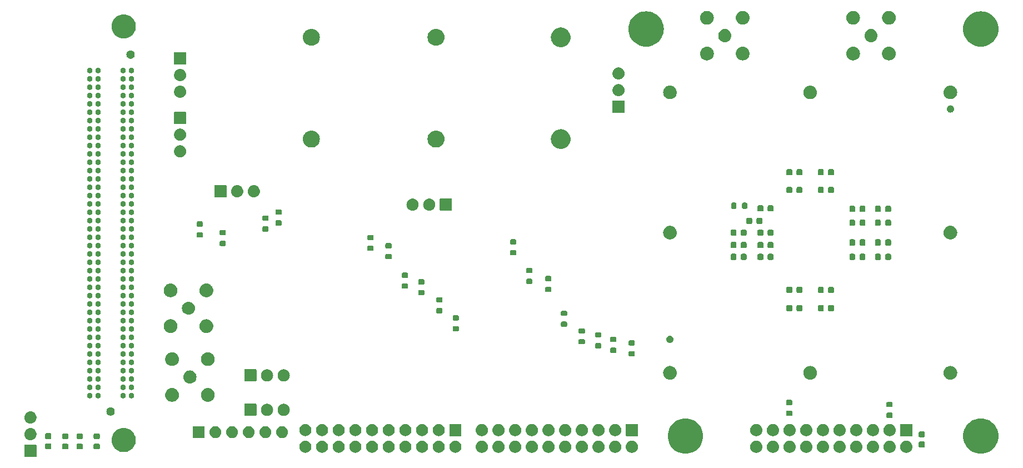
<source format=gbs>
G04 #@! TF.GenerationSoftware,KiCad,Pcbnew,8.0.3*
G04 #@! TF.CreationDate,2024-07-10T11:58:07-07:00*
G04 #@! TF.ProjectId,maveric-board,6d617665-7269-4632-9d62-6f6172642e6b,rev?*
G04 #@! TF.SameCoordinates,Original*
G04 #@! TF.FileFunction,Soldermask,Bot*
G04 #@! TF.FilePolarity,Negative*
%FSLAX46Y46*%
G04 Gerber Fmt 4.6, Leading zero omitted, Abs format (unit mm)*
G04 Created by KiCad (PCBNEW 8.0.3) date 2024-07-10 11:58:07*
%MOMM*%
%LPD*%
G01*
G04 APERTURE LIST*
G04 APERTURE END LIST*
G36*
X44064034Y-107320764D02*
G01*
X44097125Y-107342875D01*
X44119236Y-107375966D01*
X44127000Y-107415000D01*
X44127000Y-109065000D01*
X44119236Y-109104034D01*
X44097125Y-109137125D01*
X44064034Y-109159236D01*
X44025000Y-109167000D01*
X42375000Y-109167000D01*
X42335966Y-109159236D01*
X42302875Y-109137125D01*
X42280764Y-109104034D01*
X42273000Y-109065000D01*
X42273000Y-107415000D01*
X42280764Y-107375966D01*
X42302875Y-107342875D01*
X42335966Y-107320764D01*
X42375000Y-107313000D01*
X44025000Y-107313000D01*
X44064034Y-107320764D01*
G37*
G36*
X143325449Y-103319686D02*
G01*
X143646152Y-103378457D01*
X143957433Y-103475456D01*
X144254753Y-103609269D01*
X144533775Y-103777944D01*
X144790431Y-103979021D01*
X145020979Y-104209569D01*
X145222056Y-104466225D01*
X145390731Y-104745247D01*
X145524544Y-105042567D01*
X145621543Y-105353848D01*
X145680314Y-105674551D01*
X145700000Y-106000000D01*
X145680314Y-106325449D01*
X145621543Y-106646152D01*
X145524544Y-106957433D01*
X145390731Y-107254753D01*
X145222056Y-107533775D01*
X145020979Y-107790431D01*
X144790431Y-108020979D01*
X144533775Y-108222056D01*
X144254753Y-108390731D01*
X143957433Y-108524544D01*
X143646152Y-108621543D01*
X143325449Y-108680314D01*
X143000000Y-108700000D01*
X142674551Y-108680314D01*
X142353848Y-108621543D01*
X142042567Y-108524544D01*
X141745247Y-108390731D01*
X141466225Y-108222056D01*
X141209569Y-108020979D01*
X140979021Y-107790431D01*
X140777944Y-107533775D01*
X140609269Y-107254753D01*
X140475456Y-106957433D01*
X140378457Y-106646152D01*
X140319686Y-106325449D01*
X140300000Y-106000000D01*
X140319686Y-105674551D01*
X140378457Y-105353848D01*
X140475456Y-105042567D01*
X140609269Y-104745247D01*
X140777944Y-104466225D01*
X140979021Y-104209569D01*
X141209569Y-103979021D01*
X141466225Y-103777944D01*
X141745247Y-103609269D01*
X142042567Y-103475456D01*
X142353848Y-103378457D01*
X142674551Y-103319686D01*
X143000000Y-103300000D01*
X143325449Y-103319686D01*
G37*
G36*
X188325449Y-103319686D02*
G01*
X188646152Y-103378457D01*
X188957433Y-103475456D01*
X189254753Y-103609269D01*
X189533775Y-103777944D01*
X189790431Y-103979021D01*
X190020979Y-104209569D01*
X190222056Y-104466225D01*
X190390731Y-104745247D01*
X190524544Y-105042567D01*
X190621543Y-105353848D01*
X190680314Y-105674551D01*
X190700000Y-106000000D01*
X190680314Y-106325449D01*
X190621543Y-106646152D01*
X190524544Y-106957433D01*
X190390731Y-107254753D01*
X190222056Y-107533775D01*
X190020979Y-107790431D01*
X189790431Y-108020979D01*
X189533775Y-108222056D01*
X189254753Y-108390731D01*
X188957433Y-108524544D01*
X188646152Y-108621543D01*
X188325449Y-108680314D01*
X188000000Y-108700000D01*
X187674551Y-108680314D01*
X187353848Y-108621543D01*
X187042567Y-108524544D01*
X186745247Y-108390731D01*
X186466225Y-108222056D01*
X186209569Y-108020979D01*
X185979021Y-107790431D01*
X185777944Y-107533775D01*
X185609269Y-107254753D01*
X185475456Y-106957433D01*
X185378457Y-106646152D01*
X185319686Y-106325449D01*
X185300000Y-106000000D01*
X185319686Y-105674551D01*
X185378457Y-105353848D01*
X185475456Y-105042567D01*
X185609269Y-104745247D01*
X185777944Y-104466225D01*
X185979021Y-104209569D01*
X186209569Y-103979021D01*
X186466225Y-103777944D01*
X186745247Y-103609269D01*
X187042567Y-103475456D01*
X187353848Y-103378457D01*
X187674551Y-103319686D01*
X188000000Y-103300000D01*
X188325449Y-103319686D01*
G37*
G36*
X85136008Y-106698088D02*
G01*
X85183308Y-106698088D01*
X85224149Y-106706769D01*
X85267217Y-106711011D01*
X85321329Y-106727425D01*
X85372869Y-106738381D01*
X85405847Y-106753063D01*
X85441085Y-106763753D01*
X85497078Y-106793682D01*
X85549910Y-106817204D01*
X85574473Y-106835050D01*
X85601314Y-106849397D01*
X85656075Y-106894338D01*
X85706694Y-106931115D01*
X85723126Y-106949365D01*
X85741761Y-106964658D01*
X85791829Y-107025667D01*
X85836369Y-107075133D01*
X85845727Y-107091342D01*
X85857022Y-107105105D01*
X85898801Y-107183268D01*
X85933267Y-107242965D01*
X85937231Y-107255167D01*
X85942666Y-107265334D01*
X85972629Y-107364109D01*
X85993153Y-107427276D01*
X85993875Y-107434149D01*
X85995408Y-107439202D01*
X86010326Y-107590670D01*
X86013410Y-107620010D01*
X86010326Y-107649352D01*
X85995408Y-107800817D01*
X85993875Y-107805868D01*
X85993153Y-107812744D01*
X85972624Y-107875924D01*
X85942666Y-107974685D01*
X85937232Y-107984850D01*
X85933267Y-107997055D01*
X85898794Y-108056763D01*
X85857022Y-108134914D01*
X85845729Y-108148673D01*
X85836369Y-108164887D01*
X85791820Y-108214363D01*
X85741761Y-108275361D01*
X85723130Y-108290650D01*
X85706694Y-108308905D01*
X85656064Y-108345689D01*
X85601314Y-108390622D01*
X85574478Y-108404965D01*
X85549910Y-108422816D01*
X85497067Y-108446342D01*
X85441085Y-108476266D01*
X85405854Y-108486952D01*
X85372869Y-108501639D01*
X85321318Y-108512596D01*
X85267217Y-108529008D01*
X85224157Y-108533248D01*
X85183308Y-108541932D01*
X85135998Y-108541932D01*
X85086410Y-108546816D01*
X85036822Y-108541932D01*
X84989512Y-108541932D01*
X84948662Y-108533249D01*
X84905602Y-108529008D01*
X84851497Y-108512595D01*
X84799951Y-108501639D01*
X84766967Y-108486953D01*
X84731734Y-108476266D01*
X84675746Y-108446340D01*
X84622910Y-108422816D01*
X84598344Y-108404967D01*
X84571505Y-108390622D01*
X84516746Y-108345683D01*
X84466126Y-108308905D01*
X84449692Y-108290653D01*
X84431058Y-108275361D01*
X84380988Y-108214350D01*
X84336451Y-108164887D01*
X84327092Y-108148677D01*
X84315797Y-108134914D01*
X84274012Y-108056740D01*
X84239553Y-107997055D01*
X84235589Y-107984855D01*
X84230153Y-107974685D01*
X84200180Y-107875877D01*
X84179667Y-107812744D01*
X84178944Y-107805873D01*
X84177411Y-107800817D01*
X84162478Y-107649200D01*
X84159410Y-107620010D01*
X84162477Y-107590821D01*
X84177411Y-107439202D01*
X84178945Y-107434144D01*
X84179667Y-107427276D01*
X84200175Y-107364156D01*
X84230153Y-107265334D01*
X84235589Y-107255162D01*
X84239553Y-107242965D01*
X84274005Y-107183292D01*
X84315797Y-107105105D01*
X84327094Y-107091338D01*
X84336451Y-107075133D01*
X84380979Y-107025679D01*
X84431058Y-106964658D01*
X84449695Y-106949362D01*
X84466126Y-106931115D01*
X84516735Y-106894344D01*
X84571505Y-106849397D01*
X84598349Y-106835048D01*
X84622910Y-106817204D01*
X84675735Y-106793684D01*
X84731734Y-106763753D01*
X84766974Y-106753063D01*
X84799951Y-106738381D01*
X84851486Y-106727426D01*
X84905602Y-106711011D01*
X84948671Y-106706769D01*
X84989512Y-106698088D01*
X85036812Y-106698088D01*
X85086410Y-106693203D01*
X85136008Y-106698088D01*
G37*
G36*
X87676008Y-106698088D02*
G01*
X87723308Y-106698088D01*
X87764149Y-106706769D01*
X87807217Y-106711011D01*
X87861329Y-106727425D01*
X87912869Y-106738381D01*
X87945847Y-106753063D01*
X87981085Y-106763753D01*
X88037078Y-106793682D01*
X88089910Y-106817204D01*
X88114473Y-106835050D01*
X88141314Y-106849397D01*
X88196075Y-106894338D01*
X88246694Y-106931115D01*
X88263126Y-106949365D01*
X88281761Y-106964658D01*
X88331829Y-107025667D01*
X88376369Y-107075133D01*
X88385727Y-107091342D01*
X88397022Y-107105105D01*
X88438801Y-107183268D01*
X88473267Y-107242965D01*
X88477231Y-107255167D01*
X88482666Y-107265334D01*
X88512629Y-107364109D01*
X88533153Y-107427276D01*
X88533875Y-107434149D01*
X88535408Y-107439202D01*
X88550326Y-107590670D01*
X88553410Y-107620010D01*
X88550326Y-107649352D01*
X88535408Y-107800817D01*
X88533875Y-107805868D01*
X88533153Y-107812744D01*
X88512624Y-107875924D01*
X88482666Y-107974685D01*
X88477232Y-107984850D01*
X88473267Y-107997055D01*
X88438794Y-108056763D01*
X88397022Y-108134914D01*
X88385729Y-108148673D01*
X88376369Y-108164887D01*
X88331820Y-108214363D01*
X88281761Y-108275361D01*
X88263130Y-108290650D01*
X88246694Y-108308905D01*
X88196064Y-108345689D01*
X88141314Y-108390622D01*
X88114478Y-108404965D01*
X88089910Y-108422816D01*
X88037067Y-108446342D01*
X87981085Y-108476266D01*
X87945854Y-108486952D01*
X87912869Y-108501639D01*
X87861318Y-108512596D01*
X87807217Y-108529008D01*
X87764157Y-108533248D01*
X87723308Y-108541932D01*
X87675998Y-108541932D01*
X87626410Y-108546816D01*
X87576822Y-108541932D01*
X87529512Y-108541932D01*
X87488662Y-108533249D01*
X87445602Y-108529008D01*
X87391497Y-108512595D01*
X87339951Y-108501639D01*
X87306967Y-108486953D01*
X87271734Y-108476266D01*
X87215746Y-108446340D01*
X87162910Y-108422816D01*
X87138344Y-108404967D01*
X87111505Y-108390622D01*
X87056746Y-108345683D01*
X87006126Y-108308905D01*
X86989692Y-108290653D01*
X86971058Y-108275361D01*
X86920988Y-108214350D01*
X86876451Y-108164887D01*
X86867092Y-108148677D01*
X86855797Y-108134914D01*
X86814012Y-108056740D01*
X86779553Y-107997055D01*
X86775589Y-107984855D01*
X86770153Y-107974685D01*
X86740180Y-107875877D01*
X86719667Y-107812744D01*
X86718944Y-107805873D01*
X86717411Y-107800817D01*
X86702478Y-107649200D01*
X86699410Y-107620010D01*
X86702477Y-107590821D01*
X86717411Y-107439202D01*
X86718945Y-107434144D01*
X86719667Y-107427276D01*
X86740175Y-107364156D01*
X86770153Y-107265334D01*
X86775589Y-107255162D01*
X86779553Y-107242965D01*
X86814005Y-107183292D01*
X86855797Y-107105105D01*
X86867094Y-107091338D01*
X86876451Y-107075133D01*
X86920979Y-107025679D01*
X86971058Y-106964658D01*
X86989695Y-106949362D01*
X87006126Y-106931115D01*
X87056735Y-106894344D01*
X87111505Y-106849397D01*
X87138349Y-106835048D01*
X87162910Y-106817204D01*
X87215735Y-106793684D01*
X87271734Y-106763753D01*
X87306974Y-106753063D01*
X87339951Y-106738381D01*
X87391486Y-106727426D01*
X87445602Y-106711011D01*
X87488671Y-106706769D01*
X87529512Y-106698088D01*
X87576812Y-106698088D01*
X87626410Y-106693203D01*
X87676008Y-106698088D01*
G37*
G36*
X90216008Y-106698088D02*
G01*
X90263308Y-106698088D01*
X90304149Y-106706769D01*
X90347217Y-106711011D01*
X90401329Y-106727425D01*
X90452869Y-106738381D01*
X90485847Y-106753063D01*
X90521085Y-106763753D01*
X90577078Y-106793682D01*
X90629910Y-106817204D01*
X90654473Y-106835050D01*
X90681314Y-106849397D01*
X90736075Y-106894338D01*
X90786694Y-106931115D01*
X90803126Y-106949365D01*
X90821761Y-106964658D01*
X90871829Y-107025667D01*
X90916369Y-107075133D01*
X90925727Y-107091342D01*
X90937022Y-107105105D01*
X90978801Y-107183268D01*
X91013267Y-107242965D01*
X91017231Y-107255167D01*
X91022666Y-107265334D01*
X91052629Y-107364109D01*
X91073153Y-107427276D01*
X91073875Y-107434149D01*
X91075408Y-107439202D01*
X91090326Y-107590670D01*
X91093410Y-107620010D01*
X91090326Y-107649352D01*
X91075408Y-107800817D01*
X91073875Y-107805868D01*
X91073153Y-107812744D01*
X91052624Y-107875924D01*
X91022666Y-107974685D01*
X91017232Y-107984850D01*
X91013267Y-107997055D01*
X90978794Y-108056763D01*
X90937022Y-108134914D01*
X90925729Y-108148673D01*
X90916369Y-108164887D01*
X90871820Y-108214363D01*
X90821761Y-108275361D01*
X90803130Y-108290650D01*
X90786694Y-108308905D01*
X90736064Y-108345689D01*
X90681314Y-108390622D01*
X90654478Y-108404965D01*
X90629910Y-108422816D01*
X90577067Y-108446342D01*
X90521085Y-108476266D01*
X90485854Y-108486952D01*
X90452869Y-108501639D01*
X90401318Y-108512596D01*
X90347217Y-108529008D01*
X90304157Y-108533248D01*
X90263308Y-108541932D01*
X90215998Y-108541932D01*
X90166410Y-108546816D01*
X90116822Y-108541932D01*
X90069512Y-108541932D01*
X90028662Y-108533249D01*
X89985602Y-108529008D01*
X89931497Y-108512595D01*
X89879951Y-108501639D01*
X89846967Y-108486953D01*
X89811734Y-108476266D01*
X89755746Y-108446340D01*
X89702910Y-108422816D01*
X89678344Y-108404967D01*
X89651505Y-108390622D01*
X89596746Y-108345683D01*
X89546126Y-108308905D01*
X89529692Y-108290653D01*
X89511058Y-108275361D01*
X89460988Y-108214350D01*
X89416451Y-108164887D01*
X89407092Y-108148677D01*
X89395797Y-108134914D01*
X89354012Y-108056740D01*
X89319553Y-107997055D01*
X89315589Y-107984855D01*
X89310153Y-107974685D01*
X89280180Y-107875877D01*
X89259667Y-107812744D01*
X89258944Y-107805873D01*
X89257411Y-107800817D01*
X89242478Y-107649200D01*
X89239410Y-107620010D01*
X89242477Y-107590821D01*
X89257411Y-107439202D01*
X89258945Y-107434144D01*
X89259667Y-107427276D01*
X89280175Y-107364156D01*
X89310153Y-107265334D01*
X89315589Y-107255162D01*
X89319553Y-107242965D01*
X89354005Y-107183292D01*
X89395797Y-107105105D01*
X89407094Y-107091338D01*
X89416451Y-107075133D01*
X89460979Y-107025679D01*
X89511058Y-106964658D01*
X89529695Y-106949362D01*
X89546126Y-106931115D01*
X89596735Y-106894344D01*
X89651505Y-106849397D01*
X89678349Y-106835048D01*
X89702910Y-106817204D01*
X89755735Y-106793684D01*
X89811734Y-106763753D01*
X89846974Y-106753063D01*
X89879951Y-106738381D01*
X89931486Y-106727426D01*
X89985602Y-106711011D01*
X90028671Y-106706769D01*
X90069512Y-106698088D01*
X90116812Y-106698088D01*
X90166410Y-106693203D01*
X90216008Y-106698088D01*
G37*
G36*
X92756008Y-106698088D02*
G01*
X92803308Y-106698088D01*
X92844149Y-106706769D01*
X92887217Y-106711011D01*
X92941329Y-106727425D01*
X92992869Y-106738381D01*
X93025847Y-106753063D01*
X93061085Y-106763753D01*
X93117078Y-106793682D01*
X93169910Y-106817204D01*
X93194473Y-106835050D01*
X93221314Y-106849397D01*
X93276075Y-106894338D01*
X93326694Y-106931115D01*
X93343126Y-106949365D01*
X93361761Y-106964658D01*
X93411829Y-107025667D01*
X93456369Y-107075133D01*
X93465727Y-107091342D01*
X93477022Y-107105105D01*
X93518801Y-107183268D01*
X93553267Y-107242965D01*
X93557231Y-107255167D01*
X93562666Y-107265334D01*
X93592629Y-107364109D01*
X93613153Y-107427276D01*
X93613875Y-107434149D01*
X93615408Y-107439202D01*
X93630326Y-107590670D01*
X93633410Y-107620010D01*
X93630326Y-107649352D01*
X93615408Y-107800817D01*
X93613875Y-107805868D01*
X93613153Y-107812744D01*
X93592624Y-107875924D01*
X93562666Y-107974685D01*
X93557232Y-107984850D01*
X93553267Y-107997055D01*
X93518794Y-108056763D01*
X93477022Y-108134914D01*
X93465729Y-108148673D01*
X93456369Y-108164887D01*
X93411820Y-108214363D01*
X93361761Y-108275361D01*
X93343130Y-108290650D01*
X93326694Y-108308905D01*
X93276064Y-108345689D01*
X93221314Y-108390622D01*
X93194478Y-108404965D01*
X93169910Y-108422816D01*
X93117067Y-108446342D01*
X93061085Y-108476266D01*
X93025854Y-108486952D01*
X92992869Y-108501639D01*
X92941318Y-108512596D01*
X92887217Y-108529008D01*
X92844157Y-108533248D01*
X92803308Y-108541932D01*
X92755998Y-108541932D01*
X92706410Y-108546816D01*
X92656822Y-108541932D01*
X92609512Y-108541932D01*
X92568662Y-108533249D01*
X92525602Y-108529008D01*
X92471497Y-108512595D01*
X92419951Y-108501639D01*
X92386967Y-108486953D01*
X92351734Y-108476266D01*
X92295746Y-108446340D01*
X92242910Y-108422816D01*
X92218344Y-108404967D01*
X92191505Y-108390622D01*
X92136746Y-108345683D01*
X92086126Y-108308905D01*
X92069692Y-108290653D01*
X92051058Y-108275361D01*
X92000988Y-108214350D01*
X91956451Y-108164887D01*
X91947092Y-108148677D01*
X91935797Y-108134914D01*
X91894012Y-108056740D01*
X91859553Y-107997055D01*
X91855589Y-107984855D01*
X91850153Y-107974685D01*
X91820180Y-107875877D01*
X91799667Y-107812744D01*
X91798944Y-107805873D01*
X91797411Y-107800817D01*
X91782478Y-107649200D01*
X91779410Y-107620010D01*
X91782477Y-107590821D01*
X91797411Y-107439202D01*
X91798945Y-107434144D01*
X91799667Y-107427276D01*
X91820175Y-107364156D01*
X91850153Y-107265334D01*
X91855589Y-107255162D01*
X91859553Y-107242965D01*
X91894005Y-107183292D01*
X91935797Y-107105105D01*
X91947094Y-107091338D01*
X91956451Y-107075133D01*
X92000979Y-107025679D01*
X92051058Y-106964658D01*
X92069695Y-106949362D01*
X92086126Y-106931115D01*
X92136735Y-106894344D01*
X92191505Y-106849397D01*
X92218349Y-106835048D01*
X92242910Y-106817204D01*
X92295735Y-106793684D01*
X92351734Y-106763753D01*
X92386974Y-106753063D01*
X92419951Y-106738381D01*
X92471486Y-106727426D01*
X92525602Y-106711011D01*
X92568671Y-106706769D01*
X92609512Y-106698088D01*
X92656812Y-106698088D01*
X92706410Y-106693203D01*
X92756008Y-106698088D01*
G37*
G36*
X95296008Y-106698088D02*
G01*
X95343308Y-106698088D01*
X95384149Y-106706769D01*
X95427217Y-106711011D01*
X95481329Y-106727425D01*
X95532869Y-106738381D01*
X95565847Y-106753063D01*
X95601085Y-106763753D01*
X95657078Y-106793682D01*
X95709910Y-106817204D01*
X95734473Y-106835050D01*
X95761314Y-106849397D01*
X95816075Y-106894338D01*
X95866694Y-106931115D01*
X95883126Y-106949365D01*
X95901761Y-106964658D01*
X95951829Y-107025667D01*
X95996369Y-107075133D01*
X96005727Y-107091342D01*
X96017022Y-107105105D01*
X96058801Y-107183268D01*
X96093267Y-107242965D01*
X96097231Y-107255167D01*
X96102666Y-107265334D01*
X96132629Y-107364109D01*
X96153153Y-107427276D01*
X96153875Y-107434149D01*
X96155408Y-107439202D01*
X96170326Y-107590670D01*
X96173410Y-107620010D01*
X96170326Y-107649352D01*
X96155408Y-107800817D01*
X96153875Y-107805868D01*
X96153153Y-107812744D01*
X96132624Y-107875924D01*
X96102666Y-107974685D01*
X96097232Y-107984850D01*
X96093267Y-107997055D01*
X96058794Y-108056763D01*
X96017022Y-108134914D01*
X96005729Y-108148673D01*
X95996369Y-108164887D01*
X95951820Y-108214363D01*
X95901761Y-108275361D01*
X95883130Y-108290650D01*
X95866694Y-108308905D01*
X95816064Y-108345689D01*
X95761314Y-108390622D01*
X95734478Y-108404965D01*
X95709910Y-108422816D01*
X95657067Y-108446342D01*
X95601085Y-108476266D01*
X95565854Y-108486952D01*
X95532869Y-108501639D01*
X95481318Y-108512596D01*
X95427217Y-108529008D01*
X95384157Y-108533248D01*
X95343308Y-108541932D01*
X95295998Y-108541932D01*
X95246410Y-108546816D01*
X95196822Y-108541932D01*
X95149512Y-108541932D01*
X95108662Y-108533249D01*
X95065602Y-108529008D01*
X95011497Y-108512595D01*
X94959951Y-108501639D01*
X94926967Y-108486953D01*
X94891734Y-108476266D01*
X94835746Y-108446340D01*
X94782910Y-108422816D01*
X94758344Y-108404967D01*
X94731505Y-108390622D01*
X94676746Y-108345683D01*
X94626126Y-108308905D01*
X94609692Y-108290653D01*
X94591058Y-108275361D01*
X94540988Y-108214350D01*
X94496451Y-108164887D01*
X94487092Y-108148677D01*
X94475797Y-108134914D01*
X94434012Y-108056740D01*
X94399553Y-107997055D01*
X94395589Y-107984855D01*
X94390153Y-107974685D01*
X94360180Y-107875877D01*
X94339667Y-107812744D01*
X94338944Y-107805873D01*
X94337411Y-107800817D01*
X94322478Y-107649200D01*
X94319410Y-107620010D01*
X94322477Y-107590821D01*
X94337411Y-107439202D01*
X94338945Y-107434144D01*
X94339667Y-107427276D01*
X94360175Y-107364156D01*
X94390153Y-107265334D01*
X94395589Y-107255162D01*
X94399553Y-107242965D01*
X94434005Y-107183292D01*
X94475797Y-107105105D01*
X94487094Y-107091338D01*
X94496451Y-107075133D01*
X94540979Y-107025679D01*
X94591058Y-106964658D01*
X94609695Y-106949362D01*
X94626126Y-106931115D01*
X94676735Y-106894344D01*
X94731505Y-106849397D01*
X94758349Y-106835048D01*
X94782910Y-106817204D01*
X94835735Y-106793684D01*
X94891734Y-106763753D01*
X94926974Y-106753063D01*
X94959951Y-106738381D01*
X95011486Y-106727426D01*
X95065602Y-106711011D01*
X95108671Y-106706769D01*
X95149512Y-106698088D01*
X95196812Y-106698088D01*
X95246410Y-106693203D01*
X95296008Y-106698088D01*
G37*
G36*
X97836008Y-106698088D02*
G01*
X97883308Y-106698088D01*
X97924149Y-106706769D01*
X97967217Y-106711011D01*
X98021329Y-106727425D01*
X98072869Y-106738381D01*
X98105847Y-106753063D01*
X98141085Y-106763753D01*
X98197078Y-106793682D01*
X98249910Y-106817204D01*
X98274473Y-106835050D01*
X98301314Y-106849397D01*
X98356075Y-106894338D01*
X98406694Y-106931115D01*
X98423126Y-106949365D01*
X98441761Y-106964658D01*
X98491829Y-107025667D01*
X98536369Y-107075133D01*
X98545727Y-107091342D01*
X98557022Y-107105105D01*
X98598801Y-107183268D01*
X98633267Y-107242965D01*
X98637231Y-107255167D01*
X98642666Y-107265334D01*
X98672629Y-107364109D01*
X98693153Y-107427276D01*
X98693875Y-107434149D01*
X98695408Y-107439202D01*
X98710326Y-107590670D01*
X98713410Y-107620010D01*
X98710326Y-107649352D01*
X98695408Y-107800817D01*
X98693875Y-107805868D01*
X98693153Y-107812744D01*
X98672624Y-107875924D01*
X98642666Y-107974685D01*
X98637232Y-107984850D01*
X98633267Y-107997055D01*
X98598794Y-108056763D01*
X98557022Y-108134914D01*
X98545729Y-108148673D01*
X98536369Y-108164887D01*
X98491820Y-108214363D01*
X98441761Y-108275361D01*
X98423130Y-108290650D01*
X98406694Y-108308905D01*
X98356064Y-108345689D01*
X98301314Y-108390622D01*
X98274478Y-108404965D01*
X98249910Y-108422816D01*
X98197067Y-108446342D01*
X98141085Y-108476266D01*
X98105854Y-108486952D01*
X98072869Y-108501639D01*
X98021318Y-108512596D01*
X97967217Y-108529008D01*
X97924157Y-108533248D01*
X97883308Y-108541932D01*
X97835998Y-108541932D01*
X97786410Y-108546816D01*
X97736822Y-108541932D01*
X97689512Y-108541932D01*
X97648662Y-108533249D01*
X97605602Y-108529008D01*
X97551497Y-108512595D01*
X97499951Y-108501639D01*
X97466967Y-108486953D01*
X97431734Y-108476266D01*
X97375746Y-108446340D01*
X97322910Y-108422816D01*
X97298344Y-108404967D01*
X97271505Y-108390622D01*
X97216746Y-108345683D01*
X97166126Y-108308905D01*
X97149692Y-108290653D01*
X97131058Y-108275361D01*
X97080988Y-108214350D01*
X97036451Y-108164887D01*
X97027092Y-108148677D01*
X97015797Y-108134914D01*
X96974012Y-108056740D01*
X96939553Y-107997055D01*
X96935589Y-107984855D01*
X96930153Y-107974685D01*
X96900180Y-107875877D01*
X96879667Y-107812744D01*
X96878944Y-107805873D01*
X96877411Y-107800817D01*
X96862478Y-107649200D01*
X96859410Y-107620010D01*
X96862477Y-107590821D01*
X96877411Y-107439202D01*
X96878945Y-107434144D01*
X96879667Y-107427276D01*
X96900175Y-107364156D01*
X96930153Y-107265334D01*
X96935589Y-107255162D01*
X96939553Y-107242965D01*
X96974005Y-107183292D01*
X97015797Y-107105105D01*
X97027094Y-107091338D01*
X97036451Y-107075133D01*
X97080979Y-107025679D01*
X97131058Y-106964658D01*
X97149695Y-106949362D01*
X97166126Y-106931115D01*
X97216735Y-106894344D01*
X97271505Y-106849397D01*
X97298349Y-106835048D01*
X97322910Y-106817204D01*
X97375735Y-106793684D01*
X97431734Y-106763753D01*
X97466974Y-106753063D01*
X97499951Y-106738381D01*
X97551486Y-106727426D01*
X97605602Y-106711011D01*
X97648671Y-106706769D01*
X97689512Y-106698088D01*
X97736812Y-106698088D01*
X97786410Y-106693203D01*
X97836008Y-106698088D01*
G37*
G36*
X100376008Y-106698088D02*
G01*
X100423308Y-106698088D01*
X100464149Y-106706769D01*
X100507217Y-106711011D01*
X100561329Y-106727425D01*
X100612869Y-106738381D01*
X100645847Y-106753063D01*
X100681085Y-106763753D01*
X100737078Y-106793682D01*
X100789910Y-106817204D01*
X100814473Y-106835050D01*
X100841314Y-106849397D01*
X100896075Y-106894338D01*
X100946694Y-106931115D01*
X100963126Y-106949365D01*
X100981761Y-106964658D01*
X101031829Y-107025667D01*
X101076369Y-107075133D01*
X101085727Y-107091342D01*
X101097022Y-107105105D01*
X101138801Y-107183268D01*
X101173267Y-107242965D01*
X101177231Y-107255167D01*
X101182666Y-107265334D01*
X101212629Y-107364109D01*
X101233153Y-107427276D01*
X101233875Y-107434149D01*
X101235408Y-107439202D01*
X101250326Y-107590670D01*
X101253410Y-107620010D01*
X101250326Y-107649352D01*
X101235408Y-107800817D01*
X101233875Y-107805868D01*
X101233153Y-107812744D01*
X101212624Y-107875924D01*
X101182666Y-107974685D01*
X101177232Y-107984850D01*
X101173267Y-107997055D01*
X101138794Y-108056763D01*
X101097022Y-108134914D01*
X101085729Y-108148673D01*
X101076369Y-108164887D01*
X101031820Y-108214363D01*
X100981761Y-108275361D01*
X100963130Y-108290650D01*
X100946694Y-108308905D01*
X100896064Y-108345689D01*
X100841314Y-108390622D01*
X100814478Y-108404965D01*
X100789910Y-108422816D01*
X100737067Y-108446342D01*
X100681085Y-108476266D01*
X100645854Y-108486952D01*
X100612869Y-108501639D01*
X100561318Y-108512596D01*
X100507217Y-108529008D01*
X100464157Y-108533248D01*
X100423308Y-108541932D01*
X100375998Y-108541932D01*
X100326410Y-108546816D01*
X100276822Y-108541932D01*
X100229512Y-108541932D01*
X100188662Y-108533249D01*
X100145602Y-108529008D01*
X100091497Y-108512595D01*
X100039951Y-108501639D01*
X100006967Y-108486953D01*
X99971734Y-108476266D01*
X99915746Y-108446340D01*
X99862910Y-108422816D01*
X99838344Y-108404967D01*
X99811505Y-108390622D01*
X99756746Y-108345683D01*
X99706126Y-108308905D01*
X99689692Y-108290653D01*
X99671058Y-108275361D01*
X99620988Y-108214350D01*
X99576451Y-108164887D01*
X99567092Y-108148677D01*
X99555797Y-108134914D01*
X99514012Y-108056740D01*
X99479553Y-107997055D01*
X99475589Y-107984855D01*
X99470153Y-107974685D01*
X99440180Y-107875877D01*
X99419667Y-107812744D01*
X99418944Y-107805873D01*
X99417411Y-107800817D01*
X99402478Y-107649200D01*
X99399410Y-107620010D01*
X99402477Y-107590821D01*
X99417411Y-107439202D01*
X99418945Y-107434144D01*
X99419667Y-107427276D01*
X99440175Y-107364156D01*
X99470153Y-107265334D01*
X99475589Y-107255162D01*
X99479553Y-107242965D01*
X99514005Y-107183292D01*
X99555797Y-107105105D01*
X99567094Y-107091338D01*
X99576451Y-107075133D01*
X99620979Y-107025679D01*
X99671058Y-106964658D01*
X99689695Y-106949362D01*
X99706126Y-106931115D01*
X99756735Y-106894344D01*
X99811505Y-106849397D01*
X99838349Y-106835048D01*
X99862910Y-106817204D01*
X99915735Y-106793684D01*
X99971734Y-106763753D01*
X100006974Y-106753063D01*
X100039951Y-106738381D01*
X100091486Y-106727426D01*
X100145602Y-106711011D01*
X100188671Y-106706769D01*
X100229512Y-106698088D01*
X100276812Y-106698088D01*
X100326410Y-106693203D01*
X100376008Y-106698088D01*
G37*
G36*
X102916008Y-106698088D02*
G01*
X102963308Y-106698088D01*
X103004149Y-106706769D01*
X103047217Y-106711011D01*
X103101329Y-106727425D01*
X103152869Y-106738381D01*
X103185847Y-106753063D01*
X103221085Y-106763753D01*
X103277078Y-106793682D01*
X103329910Y-106817204D01*
X103354473Y-106835050D01*
X103381314Y-106849397D01*
X103436075Y-106894338D01*
X103486694Y-106931115D01*
X103503126Y-106949365D01*
X103521761Y-106964658D01*
X103571829Y-107025667D01*
X103616369Y-107075133D01*
X103625727Y-107091342D01*
X103637022Y-107105105D01*
X103678801Y-107183268D01*
X103713267Y-107242965D01*
X103717231Y-107255167D01*
X103722666Y-107265334D01*
X103752629Y-107364109D01*
X103773153Y-107427276D01*
X103773875Y-107434149D01*
X103775408Y-107439202D01*
X103790326Y-107590670D01*
X103793410Y-107620010D01*
X103790326Y-107649352D01*
X103775408Y-107800817D01*
X103773875Y-107805868D01*
X103773153Y-107812744D01*
X103752624Y-107875924D01*
X103722666Y-107974685D01*
X103717232Y-107984850D01*
X103713267Y-107997055D01*
X103678794Y-108056763D01*
X103637022Y-108134914D01*
X103625729Y-108148673D01*
X103616369Y-108164887D01*
X103571820Y-108214363D01*
X103521761Y-108275361D01*
X103503130Y-108290650D01*
X103486694Y-108308905D01*
X103436064Y-108345689D01*
X103381314Y-108390622D01*
X103354478Y-108404965D01*
X103329910Y-108422816D01*
X103277067Y-108446342D01*
X103221085Y-108476266D01*
X103185854Y-108486952D01*
X103152869Y-108501639D01*
X103101318Y-108512596D01*
X103047217Y-108529008D01*
X103004157Y-108533248D01*
X102963308Y-108541932D01*
X102915998Y-108541932D01*
X102866410Y-108546816D01*
X102816822Y-108541932D01*
X102769512Y-108541932D01*
X102728662Y-108533249D01*
X102685602Y-108529008D01*
X102631497Y-108512595D01*
X102579951Y-108501639D01*
X102546967Y-108486953D01*
X102511734Y-108476266D01*
X102455746Y-108446340D01*
X102402910Y-108422816D01*
X102378344Y-108404967D01*
X102351505Y-108390622D01*
X102296746Y-108345683D01*
X102246126Y-108308905D01*
X102229692Y-108290653D01*
X102211058Y-108275361D01*
X102160988Y-108214350D01*
X102116451Y-108164887D01*
X102107092Y-108148677D01*
X102095797Y-108134914D01*
X102054012Y-108056740D01*
X102019553Y-107997055D01*
X102015589Y-107984855D01*
X102010153Y-107974685D01*
X101980180Y-107875877D01*
X101959667Y-107812744D01*
X101958944Y-107805873D01*
X101957411Y-107800817D01*
X101942478Y-107649200D01*
X101939410Y-107620010D01*
X101942477Y-107590821D01*
X101957411Y-107439202D01*
X101958945Y-107434144D01*
X101959667Y-107427276D01*
X101980175Y-107364156D01*
X102010153Y-107265334D01*
X102015589Y-107255162D01*
X102019553Y-107242965D01*
X102054005Y-107183292D01*
X102095797Y-107105105D01*
X102107094Y-107091338D01*
X102116451Y-107075133D01*
X102160979Y-107025679D01*
X102211058Y-106964658D01*
X102229695Y-106949362D01*
X102246126Y-106931115D01*
X102296735Y-106894344D01*
X102351505Y-106849397D01*
X102378349Y-106835048D01*
X102402910Y-106817204D01*
X102455735Y-106793684D01*
X102511734Y-106763753D01*
X102546974Y-106753063D01*
X102579951Y-106738381D01*
X102631486Y-106727426D01*
X102685602Y-106711011D01*
X102728671Y-106706769D01*
X102769512Y-106698088D01*
X102816812Y-106698088D01*
X102866410Y-106693203D01*
X102916008Y-106698088D01*
G37*
G36*
X105456008Y-106698088D02*
G01*
X105503308Y-106698088D01*
X105544149Y-106706769D01*
X105587217Y-106711011D01*
X105641329Y-106727425D01*
X105692869Y-106738381D01*
X105725847Y-106753063D01*
X105761085Y-106763753D01*
X105817078Y-106793682D01*
X105869910Y-106817204D01*
X105894473Y-106835050D01*
X105921314Y-106849397D01*
X105976075Y-106894338D01*
X106026694Y-106931115D01*
X106043126Y-106949365D01*
X106061761Y-106964658D01*
X106111829Y-107025667D01*
X106156369Y-107075133D01*
X106165727Y-107091342D01*
X106177022Y-107105105D01*
X106218801Y-107183268D01*
X106253267Y-107242965D01*
X106257231Y-107255167D01*
X106262666Y-107265334D01*
X106292629Y-107364109D01*
X106313153Y-107427276D01*
X106313875Y-107434149D01*
X106315408Y-107439202D01*
X106330326Y-107590670D01*
X106333410Y-107620010D01*
X106330326Y-107649352D01*
X106315408Y-107800817D01*
X106313875Y-107805868D01*
X106313153Y-107812744D01*
X106292624Y-107875924D01*
X106262666Y-107974685D01*
X106257232Y-107984850D01*
X106253267Y-107997055D01*
X106218794Y-108056763D01*
X106177022Y-108134914D01*
X106165729Y-108148673D01*
X106156369Y-108164887D01*
X106111820Y-108214363D01*
X106061761Y-108275361D01*
X106043130Y-108290650D01*
X106026694Y-108308905D01*
X105976064Y-108345689D01*
X105921314Y-108390622D01*
X105894478Y-108404965D01*
X105869910Y-108422816D01*
X105817067Y-108446342D01*
X105761085Y-108476266D01*
X105725854Y-108486952D01*
X105692869Y-108501639D01*
X105641318Y-108512596D01*
X105587217Y-108529008D01*
X105544157Y-108533248D01*
X105503308Y-108541932D01*
X105455998Y-108541932D01*
X105406410Y-108546816D01*
X105356822Y-108541932D01*
X105309512Y-108541932D01*
X105268662Y-108533249D01*
X105225602Y-108529008D01*
X105171497Y-108512595D01*
X105119951Y-108501639D01*
X105086967Y-108486953D01*
X105051734Y-108476266D01*
X104995746Y-108446340D01*
X104942910Y-108422816D01*
X104918344Y-108404967D01*
X104891505Y-108390622D01*
X104836746Y-108345683D01*
X104786126Y-108308905D01*
X104769692Y-108290653D01*
X104751058Y-108275361D01*
X104700988Y-108214350D01*
X104656451Y-108164887D01*
X104647092Y-108148677D01*
X104635797Y-108134914D01*
X104594012Y-108056740D01*
X104559553Y-107997055D01*
X104555589Y-107984855D01*
X104550153Y-107974685D01*
X104520180Y-107875877D01*
X104499667Y-107812744D01*
X104498944Y-107805873D01*
X104497411Y-107800817D01*
X104482478Y-107649200D01*
X104479410Y-107620010D01*
X104482477Y-107590821D01*
X104497411Y-107439202D01*
X104498945Y-107434144D01*
X104499667Y-107427276D01*
X104520175Y-107364156D01*
X104550153Y-107265334D01*
X104555589Y-107255162D01*
X104559553Y-107242965D01*
X104594005Y-107183292D01*
X104635797Y-107105105D01*
X104647094Y-107091338D01*
X104656451Y-107075133D01*
X104700979Y-107025679D01*
X104751058Y-106964658D01*
X104769695Y-106949362D01*
X104786126Y-106931115D01*
X104836735Y-106894344D01*
X104891505Y-106849397D01*
X104918349Y-106835048D01*
X104942910Y-106817204D01*
X104995735Y-106793684D01*
X105051734Y-106763753D01*
X105086974Y-106753063D01*
X105119951Y-106738381D01*
X105171486Y-106727426D01*
X105225602Y-106711011D01*
X105268671Y-106706769D01*
X105309512Y-106698088D01*
X105356812Y-106698088D01*
X105406410Y-106693203D01*
X105456008Y-106698088D01*
G37*
G36*
X107996008Y-106698088D02*
G01*
X108043308Y-106698088D01*
X108084149Y-106706769D01*
X108127217Y-106711011D01*
X108181329Y-106727425D01*
X108232869Y-106738381D01*
X108265847Y-106753063D01*
X108301085Y-106763753D01*
X108357078Y-106793682D01*
X108409910Y-106817204D01*
X108434473Y-106835050D01*
X108461314Y-106849397D01*
X108516075Y-106894338D01*
X108566694Y-106931115D01*
X108583126Y-106949365D01*
X108601761Y-106964658D01*
X108651829Y-107025667D01*
X108696369Y-107075133D01*
X108705727Y-107091342D01*
X108717022Y-107105105D01*
X108758801Y-107183268D01*
X108793267Y-107242965D01*
X108797231Y-107255167D01*
X108802666Y-107265334D01*
X108832629Y-107364109D01*
X108853153Y-107427276D01*
X108853875Y-107434149D01*
X108855408Y-107439202D01*
X108870326Y-107590670D01*
X108873410Y-107620010D01*
X108870326Y-107649352D01*
X108855408Y-107800817D01*
X108853875Y-107805868D01*
X108853153Y-107812744D01*
X108832624Y-107875924D01*
X108802666Y-107974685D01*
X108797232Y-107984850D01*
X108793267Y-107997055D01*
X108758794Y-108056763D01*
X108717022Y-108134914D01*
X108705729Y-108148673D01*
X108696369Y-108164887D01*
X108651820Y-108214363D01*
X108601761Y-108275361D01*
X108583130Y-108290650D01*
X108566694Y-108308905D01*
X108516064Y-108345689D01*
X108461314Y-108390622D01*
X108434478Y-108404965D01*
X108409910Y-108422816D01*
X108357067Y-108446342D01*
X108301085Y-108476266D01*
X108265854Y-108486952D01*
X108232869Y-108501639D01*
X108181318Y-108512596D01*
X108127217Y-108529008D01*
X108084157Y-108533248D01*
X108043308Y-108541932D01*
X107995998Y-108541932D01*
X107946410Y-108546816D01*
X107896822Y-108541932D01*
X107849512Y-108541932D01*
X107808662Y-108533249D01*
X107765602Y-108529008D01*
X107711497Y-108512595D01*
X107659951Y-108501639D01*
X107626967Y-108486953D01*
X107591734Y-108476266D01*
X107535746Y-108446340D01*
X107482910Y-108422816D01*
X107458344Y-108404967D01*
X107431505Y-108390622D01*
X107376746Y-108345683D01*
X107326126Y-108308905D01*
X107309692Y-108290653D01*
X107291058Y-108275361D01*
X107240988Y-108214350D01*
X107196451Y-108164887D01*
X107187092Y-108148677D01*
X107175797Y-108134914D01*
X107134012Y-108056740D01*
X107099553Y-107997055D01*
X107095589Y-107984855D01*
X107090153Y-107974685D01*
X107060180Y-107875877D01*
X107039667Y-107812744D01*
X107038944Y-107805873D01*
X107037411Y-107800817D01*
X107022478Y-107649200D01*
X107019410Y-107620010D01*
X107022477Y-107590821D01*
X107037411Y-107439202D01*
X107038945Y-107434144D01*
X107039667Y-107427276D01*
X107060175Y-107364156D01*
X107090153Y-107265334D01*
X107095589Y-107255162D01*
X107099553Y-107242965D01*
X107134005Y-107183292D01*
X107175797Y-107105105D01*
X107187094Y-107091338D01*
X107196451Y-107075133D01*
X107240979Y-107025679D01*
X107291058Y-106964658D01*
X107309695Y-106949362D01*
X107326126Y-106931115D01*
X107376735Y-106894344D01*
X107431505Y-106849397D01*
X107458349Y-106835048D01*
X107482910Y-106817204D01*
X107535735Y-106793684D01*
X107591734Y-106763753D01*
X107626974Y-106753063D01*
X107659951Y-106738381D01*
X107711486Y-106727426D01*
X107765602Y-106711011D01*
X107808671Y-106706769D01*
X107849512Y-106698088D01*
X107896812Y-106698088D01*
X107946410Y-106693203D01*
X107996008Y-106698088D01*
G37*
G36*
X112026008Y-106698088D02*
G01*
X112073308Y-106698088D01*
X112114149Y-106706769D01*
X112157217Y-106711011D01*
X112211329Y-106727425D01*
X112262869Y-106738381D01*
X112295847Y-106753063D01*
X112331085Y-106763753D01*
X112387078Y-106793682D01*
X112439910Y-106817204D01*
X112464473Y-106835050D01*
X112491314Y-106849397D01*
X112546075Y-106894338D01*
X112596694Y-106931115D01*
X112613126Y-106949365D01*
X112631761Y-106964658D01*
X112681829Y-107025667D01*
X112726369Y-107075133D01*
X112735727Y-107091342D01*
X112747022Y-107105105D01*
X112788801Y-107183268D01*
X112823267Y-107242965D01*
X112827231Y-107255167D01*
X112832666Y-107265334D01*
X112862629Y-107364109D01*
X112883153Y-107427276D01*
X112883875Y-107434149D01*
X112885408Y-107439202D01*
X112900326Y-107590670D01*
X112903410Y-107620010D01*
X112900326Y-107649352D01*
X112885408Y-107800817D01*
X112883875Y-107805868D01*
X112883153Y-107812744D01*
X112862624Y-107875924D01*
X112832666Y-107974685D01*
X112827232Y-107984850D01*
X112823267Y-107997055D01*
X112788794Y-108056763D01*
X112747022Y-108134914D01*
X112735729Y-108148673D01*
X112726369Y-108164887D01*
X112681820Y-108214363D01*
X112631761Y-108275361D01*
X112613130Y-108290650D01*
X112596694Y-108308905D01*
X112546064Y-108345689D01*
X112491314Y-108390622D01*
X112464478Y-108404965D01*
X112439910Y-108422816D01*
X112387067Y-108446342D01*
X112331085Y-108476266D01*
X112295854Y-108486952D01*
X112262869Y-108501639D01*
X112211318Y-108512596D01*
X112157217Y-108529008D01*
X112114157Y-108533248D01*
X112073308Y-108541932D01*
X112025998Y-108541932D01*
X111976410Y-108546816D01*
X111926822Y-108541932D01*
X111879512Y-108541932D01*
X111838662Y-108533249D01*
X111795602Y-108529008D01*
X111741497Y-108512595D01*
X111689951Y-108501639D01*
X111656967Y-108486953D01*
X111621734Y-108476266D01*
X111565746Y-108446340D01*
X111512910Y-108422816D01*
X111488344Y-108404967D01*
X111461505Y-108390622D01*
X111406746Y-108345683D01*
X111356126Y-108308905D01*
X111339692Y-108290653D01*
X111321058Y-108275361D01*
X111270988Y-108214350D01*
X111226451Y-108164887D01*
X111217092Y-108148677D01*
X111205797Y-108134914D01*
X111164012Y-108056740D01*
X111129553Y-107997055D01*
X111125589Y-107984855D01*
X111120153Y-107974685D01*
X111090180Y-107875877D01*
X111069667Y-107812744D01*
X111068944Y-107805873D01*
X111067411Y-107800817D01*
X111052478Y-107649200D01*
X111049410Y-107620010D01*
X111052477Y-107590821D01*
X111067411Y-107439202D01*
X111068945Y-107434144D01*
X111069667Y-107427276D01*
X111090175Y-107364156D01*
X111120153Y-107265334D01*
X111125589Y-107255162D01*
X111129553Y-107242965D01*
X111164005Y-107183292D01*
X111205797Y-107105105D01*
X111217094Y-107091338D01*
X111226451Y-107075133D01*
X111270979Y-107025679D01*
X111321058Y-106964658D01*
X111339695Y-106949362D01*
X111356126Y-106931115D01*
X111406735Y-106894344D01*
X111461505Y-106849397D01*
X111488349Y-106835048D01*
X111512910Y-106817204D01*
X111565735Y-106793684D01*
X111621734Y-106763753D01*
X111656974Y-106753063D01*
X111689951Y-106738381D01*
X111741486Y-106727426D01*
X111795602Y-106711011D01*
X111838671Y-106706769D01*
X111879512Y-106698088D01*
X111926812Y-106698088D01*
X111976410Y-106693203D01*
X112026008Y-106698088D01*
G37*
G36*
X114566008Y-106698088D02*
G01*
X114613308Y-106698088D01*
X114654149Y-106706769D01*
X114697217Y-106711011D01*
X114751329Y-106727425D01*
X114802869Y-106738381D01*
X114835847Y-106753063D01*
X114871085Y-106763753D01*
X114927078Y-106793682D01*
X114979910Y-106817204D01*
X115004473Y-106835050D01*
X115031314Y-106849397D01*
X115086075Y-106894338D01*
X115136694Y-106931115D01*
X115153126Y-106949365D01*
X115171761Y-106964658D01*
X115221829Y-107025667D01*
X115266369Y-107075133D01*
X115275727Y-107091342D01*
X115287022Y-107105105D01*
X115328801Y-107183268D01*
X115363267Y-107242965D01*
X115367231Y-107255167D01*
X115372666Y-107265334D01*
X115402629Y-107364109D01*
X115423153Y-107427276D01*
X115423875Y-107434149D01*
X115425408Y-107439202D01*
X115440326Y-107590670D01*
X115443410Y-107620010D01*
X115440326Y-107649352D01*
X115425408Y-107800817D01*
X115423875Y-107805868D01*
X115423153Y-107812744D01*
X115402624Y-107875924D01*
X115372666Y-107974685D01*
X115367232Y-107984850D01*
X115363267Y-107997055D01*
X115328794Y-108056763D01*
X115287022Y-108134914D01*
X115275729Y-108148673D01*
X115266369Y-108164887D01*
X115221820Y-108214363D01*
X115171761Y-108275361D01*
X115153130Y-108290650D01*
X115136694Y-108308905D01*
X115086064Y-108345689D01*
X115031314Y-108390622D01*
X115004478Y-108404965D01*
X114979910Y-108422816D01*
X114927067Y-108446342D01*
X114871085Y-108476266D01*
X114835854Y-108486952D01*
X114802869Y-108501639D01*
X114751318Y-108512596D01*
X114697217Y-108529008D01*
X114654157Y-108533248D01*
X114613308Y-108541932D01*
X114565998Y-108541932D01*
X114516410Y-108546816D01*
X114466822Y-108541932D01*
X114419512Y-108541932D01*
X114378662Y-108533249D01*
X114335602Y-108529008D01*
X114281497Y-108512595D01*
X114229951Y-108501639D01*
X114196967Y-108486953D01*
X114161734Y-108476266D01*
X114105746Y-108446340D01*
X114052910Y-108422816D01*
X114028344Y-108404967D01*
X114001505Y-108390622D01*
X113946746Y-108345683D01*
X113896126Y-108308905D01*
X113879692Y-108290653D01*
X113861058Y-108275361D01*
X113810988Y-108214350D01*
X113766451Y-108164887D01*
X113757092Y-108148677D01*
X113745797Y-108134914D01*
X113704012Y-108056740D01*
X113669553Y-107997055D01*
X113665589Y-107984855D01*
X113660153Y-107974685D01*
X113630180Y-107875877D01*
X113609667Y-107812744D01*
X113608944Y-107805873D01*
X113607411Y-107800817D01*
X113592478Y-107649200D01*
X113589410Y-107620010D01*
X113592477Y-107590821D01*
X113607411Y-107439202D01*
X113608945Y-107434144D01*
X113609667Y-107427276D01*
X113630175Y-107364156D01*
X113660153Y-107265334D01*
X113665589Y-107255162D01*
X113669553Y-107242965D01*
X113704005Y-107183292D01*
X113745797Y-107105105D01*
X113757094Y-107091338D01*
X113766451Y-107075133D01*
X113810979Y-107025679D01*
X113861058Y-106964658D01*
X113879695Y-106949362D01*
X113896126Y-106931115D01*
X113946735Y-106894344D01*
X114001505Y-106849397D01*
X114028349Y-106835048D01*
X114052910Y-106817204D01*
X114105735Y-106793684D01*
X114161734Y-106763753D01*
X114196974Y-106753063D01*
X114229951Y-106738381D01*
X114281486Y-106727426D01*
X114335602Y-106711011D01*
X114378671Y-106706769D01*
X114419512Y-106698088D01*
X114466812Y-106698088D01*
X114516410Y-106693203D01*
X114566008Y-106698088D01*
G37*
G36*
X117106008Y-106698088D02*
G01*
X117153308Y-106698088D01*
X117194149Y-106706769D01*
X117237217Y-106711011D01*
X117291329Y-106727425D01*
X117342869Y-106738381D01*
X117375847Y-106753063D01*
X117411085Y-106763753D01*
X117467078Y-106793682D01*
X117519910Y-106817204D01*
X117544473Y-106835050D01*
X117571314Y-106849397D01*
X117626075Y-106894338D01*
X117676694Y-106931115D01*
X117693126Y-106949365D01*
X117711761Y-106964658D01*
X117761829Y-107025667D01*
X117806369Y-107075133D01*
X117815727Y-107091342D01*
X117827022Y-107105105D01*
X117868801Y-107183268D01*
X117903267Y-107242965D01*
X117907231Y-107255167D01*
X117912666Y-107265334D01*
X117942629Y-107364109D01*
X117963153Y-107427276D01*
X117963875Y-107434149D01*
X117965408Y-107439202D01*
X117980326Y-107590670D01*
X117983410Y-107620010D01*
X117980326Y-107649352D01*
X117965408Y-107800817D01*
X117963875Y-107805868D01*
X117963153Y-107812744D01*
X117942624Y-107875924D01*
X117912666Y-107974685D01*
X117907232Y-107984850D01*
X117903267Y-107997055D01*
X117868794Y-108056763D01*
X117827022Y-108134914D01*
X117815729Y-108148673D01*
X117806369Y-108164887D01*
X117761820Y-108214363D01*
X117711761Y-108275361D01*
X117693130Y-108290650D01*
X117676694Y-108308905D01*
X117626064Y-108345689D01*
X117571314Y-108390622D01*
X117544478Y-108404965D01*
X117519910Y-108422816D01*
X117467067Y-108446342D01*
X117411085Y-108476266D01*
X117375854Y-108486952D01*
X117342869Y-108501639D01*
X117291318Y-108512596D01*
X117237217Y-108529008D01*
X117194157Y-108533248D01*
X117153308Y-108541932D01*
X117105998Y-108541932D01*
X117056410Y-108546816D01*
X117006822Y-108541932D01*
X116959512Y-108541932D01*
X116918662Y-108533249D01*
X116875602Y-108529008D01*
X116821497Y-108512595D01*
X116769951Y-108501639D01*
X116736967Y-108486953D01*
X116701734Y-108476266D01*
X116645746Y-108446340D01*
X116592910Y-108422816D01*
X116568344Y-108404967D01*
X116541505Y-108390622D01*
X116486746Y-108345683D01*
X116436126Y-108308905D01*
X116419692Y-108290653D01*
X116401058Y-108275361D01*
X116350988Y-108214350D01*
X116306451Y-108164887D01*
X116297092Y-108148677D01*
X116285797Y-108134914D01*
X116244012Y-108056740D01*
X116209553Y-107997055D01*
X116205589Y-107984855D01*
X116200153Y-107974685D01*
X116170180Y-107875877D01*
X116149667Y-107812744D01*
X116148944Y-107805873D01*
X116147411Y-107800817D01*
X116132478Y-107649200D01*
X116129410Y-107620010D01*
X116132477Y-107590821D01*
X116147411Y-107439202D01*
X116148945Y-107434144D01*
X116149667Y-107427276D01*
X116170175Y-107364156D01*
X116200153Y-107265334D01*
X116205589Y-107255162D01*
X116209553Y-107242965D01*
X116244005Y-107183292D01*
X116285797Y-107105105D01*
X116297094Y-107091338D01*
X116306451Y-107075133D01*
X116350979Y-107025679D01*
X116401058Y-106964658D01*
X116419695Y-106949362D01*
X116436126Y-106931115D01*
X116486735Y-106894344D01*
X116541505Y-106849397D01*
X116568349Y-106835048D01*
X116592910Y-106817204D01*
X116645735Y-106793684D01*
X116701734Y-106763753D01*
X116736974Y-106753063D01*
X116769951Y-106738381D01*
X116821486Y-106727426D01*
X116875602Y-106711011D01*
X116918671Y-106706769D01*
X116959512Y-106698088D01*
X117006812Y-106698088D01*
X117056410Y-106693203D01*
X117106008Y-106698088D01*
G37*
G36*
X119646008Y-106698088D02*
G01*
X119693308Y-106698088D01*
X119734149Y-106706769D01*
X119777217Y-106711011D01*
X119831329Y-106727425D01*
X119882869Y-106738381D01*
X119915847Y-106753063D01*
X119951085Y-106763753D01*
X120007078Y-106793682D01*
X120059910Y-106817204D01*
X120084473Y-106835050D01*
X120111314Y-106849397D01*
X120166075Y-106894338D01*
X120216694Y-106931115D01*
X120233126Y-106949365D01*
X120251761Y-106964658D01*
X120301829Y-107025667D01*
X120346369Y-107075133D01*
X120355727Y-107091342D01*
X120367022Y-107105105D01*
X120408801Y-107183268D01*
X120443267Y-107242965D01*
X120447231Y-107255167D01*
X120452666Y-107265334D01*
X120482629Y-107364109D01*
X120503153Y-107427276D01*
X120503875Y-107434149D01*
X120505408Y-107439202D01*
X120520326Y-107590670D01*
X120523410Y-107620010D01*
X120520326Y-107649352D01*
X120505408Y-107800817D01*
X120503875Y-107805868D01*
X120503153Y-107812744D01*
X120482624Y-107875924D01*
X120452666Y-107974685D01*
X120447232Y-107984850D01*
X120443267Y-107997055D01*
X120408794Y-108056763D01*
X120367022Y-108134914D01*
X120355729Y-108148673D01*
X120346369Y-108164887D01*
X120301820Y-108214363D01*
X120251761Y-108275361D01*
X120233130Y-108290650D01*
X120216694Y-108308905D01*
X120166064Y-108345689D01*
X120111314Y-108390622D01*
X120084478Y-108404965D01*
X120059910Y-108422816D01*
X120007067Y-108446342D01*
X119951085Y-108476266D01*
X119915854Y-108486952D01*
X119882869Y-108501639D01*
X119831318Y-108512596D01*
X119777217Y-108529008D01*
X119734157Y-108533248D01*
X119693308Y-108541932D01*
X119645998Y-108541932D01*
X119596410Y-108546816D01*
X119546822Y-108541932D01*
X119499512Y-108541932D01*
X119458662Y-108533249D01*
X119415602Y-108529008D01*
X119361497Y-108512595D01*
X119309951Y-108501639D01*
X119276967Y-108486953D01*
X119241734Y-108476266D01*
X119185746Y-108446340D01*
X119132910Y-108422816D01*
X119108344Y-108404967D01*
X119081505Y-108390622D01*
X119026746Y-108345683D01*
X118976126Y-108308905D01*
X118959692Y-108290653D01*
X118941058Y-108275361D01*
X118890988Y-108214350D01*
X118846451Y-108164887D01*
X118837092Y-108148677D01*
X118825797Y-108134914D01*
X118784012Y-108056740D01*
X118749553Y-107997055D01*
X118745589Y-107984855D01*
X118740153Y-107974685D01*
X118710180Y-107875877D01*
X118689667Y-107812744D01*
X118688944Y-107805873D01*
X118687411Y-107800817D01*
X118672478Y-107649200D01*
X118669410Y-107620010D01*
X118672477Y-107590821D01*
X118687411Y-107439202D01*
X118688945Y-107434144D01*
X118689667Y-107427276D01*
X118710175Y-107364156D01*
X118740153Y-107265334D01*
X118745589Y-107255162D01*
X118749553Y-107242965D01*
X118784005Y-107183292D01*
X118825797Y-107105105D01*
X118837094Y-107091338D01*
X118846451Y-107075133D01*
X118890979Y-107025679D01*
X118941058Y-106964658D01*
X118959695Y-106949362D01*
X118976126Y-106931115D01*
X119026735Y-106894344D01*
X119081505Y-106849397D01*
X119108349Y-106835048D01*
X119132910Y-106817204D01*
X119185735Y-106793684D01*
X119241734Y-106763753D01*
X119276974Y-106753063D01*
X119309951Y-106738381D01*
X119361486Y-106727426D01*
X119415602Y-106711011D01*
X119458671Y-106706769D01*
X119499512Y-106698088D01*
X119546812Y-106698088D01*
X119596410Y-106693203D01*
X119646008Y-106698088D01*
G37*
G36*
X122186008Y-106698088D02*
G01*
X122233308Y-106698088D01*
X122274149Y-106706769D01*
X122317217Y-106711011D01*
X122371329Y-106727425D01*
X122422869Y-106738381D01*
X122455847Y-106753063D01*
X122491085Y-106763753D01*
X122547078Y-106793682D01*
X122599910Y-106817204D01*
X122624473Y-106835050D01*
X122651314Y-106849397D01*
X122706075Y-106894338D01*
X122756694Y-106931115D01*
X122773126Y-106949365D01*
X122791761Y-106964658D01*
X122841829Y-107025667D01*
X122886369Y-107075133D01*
X122895727Y-107091342D01*
X122907022Y-107105105D01*
X122948801Y-107183268D01*
X122983267Y-107242965D01*
X122987231Y-107255167D01*
X122992666Y-107265334D01*
X123022629Y-107364109D01*
X123043153Y-107427276D01*
X123043875Y-107434149D01*
X123045408Y-107439202D01*
X123060326Y-107590670D01*
X123063410Y-107620010D01*
X123060326Y-107649352D01*
X123045408Y-107800817D01*
X123043875Y-107805868D01*
X123043153Y-107812744D01*
X123022624Y-107875924D01*
X122992666Y-107974685D01*
X122987232Y-107984850D01*
X122983267Y-107997055D01*
X122948794Y-108056763D01*
X122907022Y-108134914D01*
X122895729Y-108148673D01*
X122886369Y-108164887D01*
X122841820Y-108214363D01*
X122791761Y-108275361D01*
X122773130Y-108290650D01*
X122756694Y-108308905D01*
X122706064Y-108345689D01*
X122651314Y-108390622D01*
X122624478Y-108404965D01*
X122599910Y-108422816D01*
X122547067Y-108446342D01*
X122491085Y-108476266D01*
X122455854Y-108486952D01*
X122422869Y-108501639D01*
X122371318Y-108512596D01*
X122317217Y-108529008D01*
X122274157Y-108533248D01*
X122233308Y-108541932D01*
X122185998Y-108541932D01*
X122136410Y-108546816D01*
X122086822Y-108541932D01*
X122039512Y-108541932D01*
X121998662Y-108533249D01*
X121955602Y-108529008D01*
X121901497Y-108512595D01*
X121849951Y-108501639D01*
X121816967Y-108486953D01*
X121781734Y-108476266D01*
X121725746Y-108446340D01*
X121672910Y-108422816D01*
X121648344Y-108404967D01*
X121621505Y-108390622D01*
X121566746Y-108345683D01*
X121516126Y-108308905D01*
X121499692Y-108290653D01*
X121481058Y-108275361D01*
X121430988Y-108214350D01*
X121386451Y-108164887D01*
X121377092Y-108148677D01*
X121365797Y-108134914D01*
X121324012Y-108056740D01*
X121289553Y-107997055D01*
X121285589Y-107984855D01*
X121280153Y-107974685D01*
X121250180Y-107875877D01*
X121229667Y-107812744D01*
X121228944Y-107805873D01*
X121227411Y-107800817D01*
X121212478Y-107649200D01*
X121209410Y-107620010D01*
X121212477Y-107590821D01*
X121227411Y-107439202D01*
X121228945Y-107434144D01*
X121229667Y-107427276D01*
X121250175Y-107364156D01*
X121280153Y-107265334D01*
X121285589Y-107255162D01*
X121289553Y-107242965D01*
X121324005Y-107183292D01*
X121365797Y-107105105D01*
X121377094Y-107091338D01*
X121386451Y-107075133D01*
X121430979Y-107025679D01*
X121481058Y-106964658D01*
X121499695Y-106949362D01*
X121516126Y-106931115D01*
X121566735Y-106894344D01*
X121621505Y-106849397D01*
X121648349Y-106835048D01*
X121672910Y-106817204D01*
X121725735Y-106793684D01*
X121781734Y-106763753D01*
X121816974Y-106753063D01*
X121849951Y-106738381D01*
X121901486Y-106727426D01*
X121955602Y-106711011D01*
X121998671Y-106706769D01*
X122039512Y-106698088D01*
X122086812Y-106698088D01*
X122136410Y-106693203D01*
X122186008Y-106698088D01*
G37*
G36*
X124726008Y-106698088D02*
G01*
X124773308Y-106698088D01*
X124814149Y-106706769D01*
X124857217Y-106711011D01*
X124911329Y-106727425D01*
X124962869Y-106738381D01*
X124995847Y-106753063D01*
X125031085Y-106763753D01*
X125087078Y-106793682D01*
X125139910Y-106817204D01*
X125164473Y-106835050D01*
X125191314Y-106849397D01*
X125246075Y-106894338D01*
X125296694Y-106931115D01*
X125313126Y-106949365D01*
X125331761Y-106964658D01*
X125381829Y-107025667D01*
X125426369Y-107075133D01*
X125435727Y-107091342D01*
X125447022Y-107105105D01*
X125488801Y-107183268D01*
X125523267Y-107242965D01*
X125527231Y-107255167D01*
X125532666Y-107265334D01*
X125562629Y-107364109D01*
X125583153Y-107427276D01*
X125583875Y-107434149D01*
X125585408Y-107439202D01*
X125600326Y-107590670D01*
X125603410Y-107620010D01*
X125600326Y-107649352D01*
X125585408Y-107800817D01*
X125583875Y-107805868D01*
X125583153Y-107812744D01*
X125562624Y-107875924D01*
X125532666Y-107974685D01*
X125527232Y-107984850D01*
X125523267Y-107997055D01*
X125488794Y-108056763D01*
X125447022Y-108134914D01*
X125435729Y-108148673D01*
X125426369Y-108164887D01*
X125381820Y-108214363D01*
X125331761Y-108275361D01*
X125313130Y-108290650D01*
X125296694Y-108308905D01*
X125246064Y-108345689D01*
X125191314Y-108390622D01*
X125164478Y-108404965D01*
X125139910Y-108422816D01*
X125087067Y-108446342D01*
X125031085Y-108476266D01*
X124995854Y-108486952D01*
X124962869Y-108501639D01*
X124911318Y-108512596D01*
X124857217Y-108529008D01*
X124814157Y-108533248D01*
X124773308Y-108541932D01*
X124725998Y-108541932D01*
X124676410Y-108546816D01*
X124626822Y-108541932D01*
X124579512Y-108541932D01*
X124538662Y-108533249D01*
X124495602Y-108529008D01*
X124441497Y-108512595D01*
X124389951Y-108501639D01*
X124356967Y-108486953D01*
X124321734Y-108476266D01*
X124265746Y-108446340D01*
X124212910Y-108422816D01*
X124188344Y-108404967D01*
X124161505Y-108390622D01*
X124106746Y-108345683D01*
X124056126Y-108308905D01*
X124039692Y-108290653D01*
X124021058Y-108275361D01*
X123970988Y-108214350D01*
X123926451Y-108164887D01*
X123917092Y-108148677D01*
X123905797Y-108134914D01*
X123864012Y-108056740D01*
X123829553Y-107997055D01*
X123825589Y-107984855D01*
X123820153Y-107974685D01*
X123790180Y-107875877D01*
X123769667Y-107812744D01*
X123768944Y-107805873D01*
X123767411Y-107800817D01*
X123752478Y-107649200D01*
X123749410Y-107620010D01*
X123752477Y-107590821D01*
X123767411Y-107439202D01*
X123768945Y-107434144D01*
X123769667Y-107427276D01*
X123790175Y-107364156D01*
X123820153Y-107265334D01*
X123825589Y-107255162D01*
X123829553Y-107242965D01*
X123864005Y-107183292D01*
X123905797Y-107105105D01*
X123917094Y-107091338D01*
X123926451Y-107075133D01*
X123970979Y-107025679D01*
X124021058Y-106964658D01*
X124039695Y-106949362D01*
X124056126Y-106931115D01*
X124106735Y-106894344D01*
X124161505Y-106849397D01*
X124188349Y-106835048D01*
X124212910Y-106817204D01*
X124265735Y-106793684D01*
X124321734Y-106763753D01*
X124356974Y-106753063D01*
X124389951Y-106738381D01*
X124441486Y-106727426D01*
X124495602Y-106711011D01*
X124538671Y-106706769D01*
X124579512Y-106698088D01*
X124626812Y-106698088D01*
X124676410Y-106693203D01*
X124726008Y-106698088D01*
G37*
G36*
X127266008Y-106698088D02*
G01*
X127313308Y-106698088D01*
X127354149Y-106706769D01*
X127397217Y-106711011D01*
X127451329Y-106727425D01*
X127502869Y-106738381D01*
X127535847Y-106753063D01*
X127571085Y-106763753D01*
X127627078Y-106793682D01*
X127679910Y-106817204D01*
X127704473Y-106835050D01*
X127731314Y-106849397D01*
X127786075Y-106894338D01*
X127836694Y-106931115D01*
X127853126Y-106949365D01*
X127871761Y-106964658D01*
X127921829Y-107025667D01*
X127966369Y-107075133D01*
X127975727Y-107091342D01*
X127987022Y-107105105D01*
X128028801Y-107183268D01*
X128063267Y-107242965D01*
X128067231Y-107255167D01*
X128072666Y-107265334D01*
X128102629Y-107364109D01*
X128123153Y-107427276D01*
X128123875Y-107434149D01*
X128125408Y-107439202D01*
X128140326Y-107590670D01*
X128143410Y-107620010D01*
X128140326Y-107649352D01*
X128125408Y-107800817D01*
X128123875Y-107805868D01*
X128123153Y-107812744D01*
X128102624Y-107875924D01*
X128072666Y-107974685D01*
X128067232Y-107984850D01*
X128063267Y-107997055D01*
X128028794Y-108056763D01*
X127987022Y-108134914D01*
X127975729Y-108148673D01*
X127966369Y-108164887D01*
X127921820Y-108214363D01*
X127871761Y-108275361D01*
X127853130Y-108290650D01*
X127836694Y-108308905D01*
X127786064Y-108345689D01*
X127731314Y-108390622D01*
X127704478Y-108404965D01*
X127679910Y-108422816D01*
X127627067Y-108446342D01*
X127571085Y-108476266D01*
X127535854Y-108486952D01*
X127502869Y-108501639D01*
X127451318Y-108512596D01*
X127397217Y-108529008D01*
X127354157Y-108533248D01*
X127313308Y-108541932D01*
X127265998Y-108541932D01*
X127216410Y-108546816D01*
X127166822Y-108541932D01*
X127119512Y-108541932D01*
X127078662Y-108533249D01*
X127035602Y-108529008D01*
X126981497Y-108512595D01*
X126929951Y-108501639D01*
X126896967Y-108486953D01*
X126861734Y-108476266D01*
X126805746Y-108446340D01*
X126752910Y-108422816D01*
X126728344Y-108404967D01*
X126701505Y-108390622D01*
X126646746Y-108345683D01*
X126596126Y-108308905D01*
X126579692Y-108290653D01*
X126561058Y-108275361D01*
X126510988Y-108214350D01*
X126466451Y-108164887D01*
X126457092Y-108148677D01*
X126445797Y-108134914D01*
X126404012Y-108056740D01*
X126369553Y-107997055D01*
X126365589Y-107984855D01*
X126360153Y-107974685D01*
X126330180Y-107875877D01*
X126309667Y-107812744D01*
X126308944Y-107805873D01*
X126307411Y-107800817D01*
X126292478Y-107649200D01*
X126289410Y-107620010D01*
X126292477Y-107590821D01*
X126307411Y-107439202D01*
X126308945Y-107434144D01*
X126309667Y-107427276D01*
X126330175Y-107364156D01*
X126360153Y-107265334D01*
X126365589Y-107255162D01*
X126369553Y-107242965D01*
X126404005Y-107183292D01*
X126445797Y-107105105D01*
X126457094Y-107091338D01*
X126466451Y-107075133D01*
X126510979Y-107025679D01*
X126561058Y-106964658D01*
X126579695Y-106949362D01*
X126596126Y-106931115D01*
X126646735Y-106894344D01*
X126701505Y-106849397D01*
X126728349Y-106835048D01*
X126752910Y-106817204D01*
X126805735Y-106793684D01*
X126861734Y-106763753D01*
X126896974Y-106753063D01*
X126929951Y-106738381D01*
X126981486Y-106727426D01*
X127035602Y-106711011D01*
X127078671Y-106706769D01*
X127119512Y-106698088D01*
X127166812Y-106698088D01*
X127216410Y-106693203D01*
X127266008Y-106698088D01*
G37*
G36*
X129806008Y-106698088D02*
G01*
X129853308Y-106698088D01*
X129894149Y-106706769D01*
X129937217Y-106711011D01*
X129991329Y-106727425D01*
X130042869Y-106738381D01*
X130075847Y-106753063D01*
X130111085Y-106763753D01*
X130167078Y-106793682D01*
X130219910Y-106817204D01*
X130244473Y-106835050D01*
X130271314Y-106849397D01*
X130326075Y-106894338D01*
X130376694Y-106931115D01*
X130393126Y-106949365D01*
X130411761Y-106964658D01*
X130461829Y-107025667D01*
X130506369Y-107075133D01*
X130515727Y-107091342D01*
X130527022Y-107105105D01*
X130568801Y-107183268D01*
X130603267Y-107242965D01*
X130607231Y-107255167D01*
X130612666Y-107265334D01*
X130642629Y-107364109D01*
X130663153Y-107427276D01*
X130663875Y-107434149D01*
X130665408Y-107439202D01*
X130680326Y-107590670D01*
X130683410Y-107620010D01*
X130680326Y-107649352D01*
X130665408Y-107800817D01*
X130663875Y-107805868D01*
X130663153Y-107812744D01*
X130642624Y-107875924D01*
X130612666Y-107974685D01*
X130607232Y-107984850D01*
X130603267Y-107997055D01*
X130568794Y-108056763D01*
X130527022Y-108134914D01*
X130515729Y-108148673D01*
X130506369Y-108164887D01*
X130461820Y-108214363D01*
X130411761Y-108275361D01*
X130393130Y-108290650D01*
X130376694Y-108308905D01*
X130326064Y-108345689D01*
X130271314Y-108390622D01*
X130244478Y-108404965D01*
X130219910Y-108422816D01*
X130167067Y-108446342D01*
X130111085Y-108476266D01*
X130075854Y-108486952D01*
X130042869Y-108501639D01*
X129991318Y-108512596D01*
X129937217Y-108529008D01*
X129894157Y-108533248D01*
X129853308Y-108541932D01*
X129805998Y-108541932D01*
X129756410Y-108546816D01*
X129706822Y-108541932D01*
X129659512Y-108541932D01*
X129618662Y-108533249D01*
X129575602Y-108529008D01*
X129521497Y-108512595D01*
X129469951Y-108501639D01*
X129436967Y-108486953D01*
X129401734Y-108476266D01*
X129345746Y-108446340D01*
X129292910Y-108422816D01*
X129268344Y-108404967D01*
X129241505Y-108390622D01*
X129186746Y-108345683D01*
X129136126Y-108308905D01*
X129119692Y-108290653D01*
X129101058Y-108275361D01*
X129050988Y-108214350D01*
X129006451Y-108164887D01*
X128997092Y-108148677D01*
X128985797Y-108134914D01*
X128944012Y-108056740D01*
X128909553Y-107997055D01*
X128905589Y-107984855D01*
X128900153Y-107974685D01*
X128870180Y-107875877D01*
X128849667Y-107812744D01*
X128848944Y-107805873D01*
X128847411Y-107800817D01*
X128832478Y-107649200D01*
X128829410Y-107620010D01*
X128832477Y-107590821D01*
X128847411Y-107439202D01*
X128848945Y-107434144D01*
X128849667Y-107427276D01*
X128870175Y-107364156D01*
X128900153Y-107265334D01*
X128905589Y-107255162D01*
X128909553Y-107242965D01*
X128944005Y-107183292D01*
X128985797Y-107105105D01*
X128997094Y-107091338D01*
X129006451Y-107075133D01*
X129050979Y-107025679D01*
X129101058Y-106964658D01*
X129119695Y-106949362D01*
X129136126Y-106931115D01*
X129186735Y-106894344D01*
X129241505Y-106849397D01*
X129268349Y-106835048D01*
X129292910Y-106817204D01*
X129345735Y-106793684D01*
X129401734Y-106763753D01*
X129436974Y-106753063D01*
X129469951Y-106738381D01*
X129521486Y-106727426D01*
X129575602Y-106711011D01*
X129618671Y-106706769D01*
X129659512Y-106698088D01*
X129706812Y-106698088D01*
X129756410Y-106693203D01*
X129806008Y-106698088D01*
G37*
G36*
X132346008Y-106698088D02*
G01*
X132393308Y-106698088D01*
X132434149Y-106706769D01*
X132477217Y-106711011D01*
X132531329Y-106727425D01*
X132582869Y-106738381D01*
X132615847Y-106753063D01*
X132651085Y-106763753D01*
X132707078Y-106793682D01*
X132759910Y-106817204D01*
X132784473Y-106835050D01*
X132811314Y-106849397D01*
X132866075Y-106894338D01*
X132916694Y-106931115D01*
X132933126Y-106949365D01*
X132951761Y-106964658D01*
X133001829Y-107025667D01*
X133046369Y-107075133D01*
X133055727Y-107091342D01*
X133067022Y-107105105D01*
X133108801Y-107183268D01*
X133143267Y-107242965D01*
X133147231Y-107255167D01*
X133152666Y-107265334D01*
X133182629Y-107364109D01*
X133203153Y-107427276D01*
X133203875Y-107434149D01*
X133205408Y-107439202D01*
X133220326Y-107590670D01*
X133223410Y-107620010D01*
X133220326Y-107649352D01*
X133205408Y-107800817D01*
X133203875Y-107805868D01*
X133203153Y-107812744D01*
X133182624Y-107875924D01*
X133152666Y-107974685D01*
X133147232Y-107984850D01*
X133143267Y-107997055D01*
X133108794Y-108056763D01*
X133067022Y-108134914D01*
X133055729Y-108148673D01*
X133046369Y-108164887D01*
X133001820Y-108214363D01*
X132951761Y-108275361D01*
X132933130Y-108290650D01*
X132916694Y-108308905D01*
X132866064Y-108345689D01*
X132811314Y-108390622D01*
X132784478Y-108404965D01*
X132759910Y-108422816D01*
X132707067Y-108446342D01*
X132651085Y-108476266D01*
X132615854Y-108486952D01*
X132582869Y-108501639D01*
X132531318Y-108512596D01*
X132477217Y-108529008D01*
X132434157Y-108533248D01*
X132393308Y-108541932D01*
X132345998Y-108541932D01*
X132296410Y-108546816D01*
X132246822Y-108541932D01*
X132199512Y-108541932D01*
X132158662Y-108533249D01*
X132115602Y-108529008D01*
X132061497Y-108512595D01*
X132009951Y-108501639D01*
X131976967Y-108486953D01*
X131941734Y-108476266D01*
X131885746Y-108446340D01*
X131832910Y-108422816D01*
X131808344Y-108404967D01*
X131781505Y-108390622D01*
X131726746Y-108345683D01*
X131676126Y-108308905D01*
X131659692Y-108290653D01*
X131641058Y-108275361D01*
X131590988Y-108214350D01*
X131546451Y-108164887D01*
X131537092Y-108148677D01*
X131525797Y-108134914D01*
X131484012Y-108056740D01*
X131449553Y-107997055D01*
X131445589Y-107984855D01*
X131440153Y-107974685D01*
X131410180Y-107875877D01*
X131389667Y-107812744D01*
X131388944Y-107805873D01*
X131387411Y-107800817D01*
X131372478Y-107649200D01*
X131369410Y-107620010D01*
X131372477Y-107590821D01*
X131387411Y-107439202D01*
X131388945Y-107434144D01*
X131389667Y-107427276D01*
X131410175Y-107364156D01*
X131440153Y-107265334D01*
X131445589Y-107255162D01*
X131449553Y-107242965D01*
X131484005Y-107183292D01*
X131525797Y-107105105D01*
X131537094Y-107091338D01*
X131546451Y-107075133D01*
X131590979Y-107025679D01*
X131641058Y-106964658D01*
X131659695Y-106949362D01*
X131676126Y-106931115D01*
X131726735Y-106894344D01*
X131781505Y-106849397D01*
X131808349Y-106835048D01*
X131832910Y-106817204D01*
X131885735Y-106793684D01*
X131941734Y-106763753D01*
X131976974Y-106753063D01*
X132009951Y-106738381D01*
X132061486Y-106727426D01*
X132115602Y-106711011D01*
X132158671Y-106706769D01*
X132199512Y-106698088D01*
X132246812Y-106698088D01*
X132296410Y-106693203D01*
X132346008Y-106698088D01*
G37*
G36*
X134886008Y-106698088D02*
G01*
X134933308Y-106698088D01*
X134974149Y-106706769D01*
X135017217Y-106711011D01*
X135071329Y-106727425D01*
X135122869Y-106738381D01*
X135155847Y-106753063D01*
X135191085Y-106763753D01*
X135247078Y-106793682D01*
X135299910Y-106817204D01*
X135324473Y-106835050D01*
X135351314Y-106849397D01*
X135406075Y-106894338D01*
X135456694Y-106931115D01*
X135473126Y-106949365D01*
X135491761Y-106964658D01*
X135541829Y-107025667D01*
X135586369Y-107075133D01*
X135595727Y-107091342D01*
X135607022Y-107105105D01*
X135648801Y-107183268D01*
X135683267Y-107242965D01*
X135687231Y-107255167D01*
X135692666Y-107265334D01*
X135722629Y-107364109D01*
X135743153Y-107427276D01*
X135743875Y-107434149D01*
X135745408Y-107439202D01*
X135760326Y-107590670D01*
X135763410Y-107620010D01*
X135760326Y-107649352D01*
X135745408Y-107800817D01*
X135743875Y-107805868D01*
X135743153Y-107812744D01*
X135722624Y-107875924D01*
X135692666Y-107974685D01*
X135687232Y-107984850D01*
X135683267Y-107997055D01*
X135648794Y-108056763D01*
X135607022Y-108134914D01*
X135595729Y-108148673D01*
X135586369Y-108164887D01*
X135541820Y-108214363D01*
X135491761Y-108275361D01*
X135473130Y-108290650D01*
X135456694Y-108308905D01*
X135406064Y-108345689D01*
X135351314Y-108390622D01*
X135324478Y-108404965D01*
X135299910Y-108422816D01*
X135247067Y-108446342D01*
X135191085Y-108476266D01*
X135155854Y-108486952D01*
X135122869Y-108501639D01*
X135071318Y-108512596D01*
X135017217Y-108529008D01*
X134974157Y-108533248D01*
X134933308Y-108541932D01*
X134885998Y-108541932D01*
X134836410Y-108546816D01*
X134786822Y-108541932D01*
X134739512Y-108541932D01*
X134698662Y-108533249D01*
X134655602Y-108529008D01*
X134601497Y-108512595D01*
X134549951Y-108501639D01*
X134516967Y-108486953D01*
X134481734Y-108476266D01*
X134425746Y-108446340D01*
X134372910Y-108422816D01*
X134348344Y-108404967D01*
X134321505Y-108390622D01*
X134266746Y-108345683D01*
X134216126Y-108308905D01*
X134199692Y-108290653D01*
X134181058Y-108275361D01*
X134130988Y-108214350D01*
X134086451Y-108164887D01*
X134077092Y-108148677D01*
X134065797Y-108134914D01*
X134024012Y-108056740D01*
X133989553Y-107997055D01*
X133985589Y-107984855D01*
X133980153Y-107974685D01*
X133950180Y-107875877D01*
X133929667Y-107812744D01*
X133928944Y-107805873D01*
X133927411Y-107800817D01*
X133912478Y-107649200D01*
X133909410Y-107620010D01*
X133912477Y-107590821D01*
X133927411Y-107439202D01*
X133928945Y-107434144D01*
X133929667Y-107427276D01*
X133950175Y-107364156D01*
X133980153Y-107265334D01*
X133985589Y-107255162D01*
X133989553Y-107242965D01*
X134024005Y-107183292D01*
X134065797Y-107105105D01*
X134077094Y-107091338D01*
X134086451Y-107075133D01*
X134130979Y-107025679D01*
X134181058Y-106964658D01*
X134199695Y-106949362D01*
X134216126Y-106931115D01*
X134266735Y-106894344D01*
X134321505Y-106849397D01*
X134348349Y-106835048D01*
X134372910Y-106817204D01*
X134425735Y-106793684D01*
X134481734Y-106763753D01*
X134516974Y-106753063D01*
X134549951Y-106738381D01*
X134601486Y-106727426D01*
X134655602Y-106711011D01*
X134698671Y-106706769D01*
X134739512Y-106698088D01*
X134786812Y-106698088D01*
X134836410Y-106693203D01*
X134886008Y-106698088D01*
G37*
G36*
X153836008Y-106698088D02*
G01*
X153883308Y-106698088D01*
X153924149Y-106706769D01*
X153967217Y-106711011D01*
X154021329Y-106727425D01*
X154072869Y-106738381D01*
X154105847Y-106753063D01*
X154141085Y-106763753D01*
X154197078Y-106793682D01*
X154249910Y-106817204D01*
X154274473Y-106835050D01*
X154301314Y-106849397D01*
X154356075Y-106894338D01*
X154406694Y-106931115D01*
X154423126Y-106949365D01*
X154441761Y-106964658D01*
X154491829Y-107025667D01*
X154536369Y-107075133D01*
X154545727Y-107091342D01*
X154557022Y-107105105D01*
X154598801Y-107183268D01*
X154633267Y-107242965D01*
X154637231Y-107255167D01*
X154642666Y-107265334D01*
X154672629Y-107364109D01*
X154693153Y-107427276D01*
X154693875Y-107434149D01*
X154695408Y-107439202D01*
X154710326Y-107590670D01*
X154713410Y-107620010D01*
X154710326Y-107649352D01*
X154695408Y-107800817D01*
X154693875Y-107805868D01*
X154693153Y-107812744D01*
X154672624Y-107875924D01*
X154642666Y-107974685D01*
X154637232Y-107984850D01*
X154633267Y-107997055D01*
X154598794Y-108056763D01*
X154557022Y-108134914D01*
X154545729Y-108148673D01*
X154536369Y-108164887D01*
X154491820Y-108214363D01*
X154441761Y-108275361D01*
X154423130Y-108290650D01*
X154406694Y-108308905D01*
X154356064Y-108345689D01*
X154301314Y-108390622D01*
X154274478Y-108404965D01*
X154249910Y-108422816D01*
X154197067Y-108446342D01*
X154141085Y-108476266D01*
X154105854Y-108486952D01*
X154072869Y-108501639D01*
X154021318Y-108512596D01*
X153967217Y-108529008D01*
X153924157Y-108533248D01*
X153883308Y-108541932D01*
X153835998Y-108541932D01*
X153786410Y-108546816D01*
X153736822Y-108541932D01*
X153689512Y-108541932D01*
X153648662Y-108533249D01*
X153605602Y-108529008D01*
X153551497Y-108512595D01*
X153499951Y-108501639D01*
X153466967Y-108486953D01*
X153431734Y-108476266D01*
X153375746Y-108446340D01*
X153322910Y-108422816D01*
X153298344Y-108404967D01*
X153271505Y-108390622D01*
X153216746Y-108345683D01*
X153166126Y-108308905D01*
X153149692Y-108290653D01*
X153131058Y-108275361D01*
X153080988Y-108214350D01*
X153036451Y-108164887D01*
X153027092Y-108148677D01*
X153015797Y-108134914D01*
X152974012Y-108056740D01*
X152939553Y-107997055D01*
X152935589Y-107984855D01*
X152930153Y-107974685D01*
X152900180Y-107875877D01*
X152879667Y-107812744D01*
X152878944Y-107805873D01*
X152877411Y-107800817D01*
X152862478Y-107649200D01*
X152859410Y-107620010D01*
X152862477Y-107590821D01*
X152877411Y-107439202D01*
X152878945Y-107434144D01*
X152879667Y-107427276D01*
X152900175Y-107364156D01*
X152930153Y-107265334D01*
X152935589Y-107255162D01*
X152939553Y-107242965D01*
X152974005Y-107183292D01*
X153015797Y-107105105D01*
X153027094Y-107091338D01*
X153036451Y-107075133D01*
X153080979Y-107025679D01*
X153131058Y-106964658D01*
X153149695Y-106949362D01*
X153166126Y-106931115D01*
X153216735Y-106894344D01*
X153271505Y-106849397D01*
X153298349Y-106835048D01*
X153322910Y-106817204D01*
X153375735Y-106793684D01*
X153431734Y-106763753D01*
X153466974Y-106753063D01*
X153499951Y-106738381D01*
X153551486Y-106727426D01*
X153605602Y-106711011D01*
X153648671Y-106706769D01*
X153689512Y-106698088D01*
X153736812Y-106698088D01*
X153786410Y-106693203D01*
X153836008Y-106698088D01*
G37*
G36*
X156376008Y-106698088D02*
G01*
X156423308Y-106698088D01*
X156464149Y-106706769D01*
X156507217Y-106711011D01*
X156561329Y-106727425D01*
X156612869Y-106738381D01*
X156645847Y-106753063D01*
X156681085Y-106763753D01*
X156737078Y-106793682D01*
X156789910Y-106817204D01*
X156814473Y-106835050D01*
X156841314Y-106849397D01*
X156896075Y-106894338D01*
X156946694Y-106931115D01*
X156963126Y-106949365D01*
X156981761Y-106964658D01*
X157031829Y-107025667D01*
X157076369Y-107075133D01*
X157085727Y-107091342D01*
X157097022Y-107105105D01*
X157138801Y-107183268D01*
X157173267Y-107242965D01*
X157177231Y-107255167D01*
X157182666Y-107265334D01*
X157212629Y-107364109D01*
X157233153Y-107427276D01*
X157233875Y-107434149D01*
X157235408Y-107439202D01*
X157250326Y-107590670D01*
X157253410Y-107620010D01*
X157250326Y-107649352D01*
X157235408Y-107800817D01*
X157233875Y-107805868D01*
X157233153Y-107812744D01*
X157212624Y-107875924D01*
X157182666Y-107974685D01*
X157177232Y-107984850D01*
X157173267Y-107997055D01*
X157138794Y-108056763D01*
X157097022Y-108134914D01*
X157085729Y-108148673D01*
X157076369Y-108164887D01*
X157031820Y-108214363D01*
X156981761Y-108275361D01*
X156963130Y-108290650D01*
X156946694Y-108308905D01*
X156896064Y-108345689D01*
X156841314Y-108390622D01*
X156814478Y-108404965D01*
X156789910Y-108422816D01*
X156737067Y-108446342D01*
X156681085Y-108476266D01*
X156645854Y-108486952D01*
X156612869Y-108501639D01*
X156561318Y-108512596D01*
X156507217Y-108529008D01*
X156464157Y-108533248D01*
X156423308Y-108541932D01*
X156375998Y-108541932D01*
X156326410Y-108546816D01*
X156276822Y-108541932D01*
X156229512Y-108541932D01*
X156188662Y-108533249D01*
X156145602Y-108529008D01*
X156091497Y-108512595D01*
X156039951Y-108501639D01*
X156006967Y-108486953D01*
X155971734Y-108476266D01*
X155915746Y-108446340D01*
X155862910Y-108422816D01*
X155838344Y-108404967D01*
X155811505Y-108390622D01*
X155756746Y-108345683D01*
X155706126Y-108308905D01*
X155689692Y-108290653D01*
X155671058Y-108275361D01*
X155620988Y-108214350D01*
X155576451Y-108164887D01*
X155567092Y-108148677D01*
X155555797Y-108134914D01*
X155514012Y-108056740D01*
X155479553Y-107997055D01*
X155475589Y-107984855D01*
X155470153Y-107974685D01*
X155440180Y-107875877D01*
X155419667Y-107812744D01*
X155418944Y-107805873D01*
X155417411Y-107800817D01*
X155402478Y-107649200D01*
X155399410Y-107620010D01*
X155402477Y-107590821D01*
X155417411Y-107439202D01*
X155418945Y-107434144D01*
X155419667Y-107427276D01*
X155440175Y-107364156D01*
X155470153Y-107265334D01*
X155475589Y-107255162D01*
X155479553Y-107242965D01*
X155514005Y-107183292D01*
X155555797Y-107105105D01*
X155567094Y-107091338D01*
X155576451Y-107075133D01*
X155620979Y-107025679D01*
X155671058Y-106964658D01*
X155689695Y-106949362D01*
X155706126Y-106931115D01*
X155756735Y-106894344D01*
X155811505Y-106849397D01*
X155838349Y-106835048D01*
X155862910Y-106817204D01*
X155915735Y-106793684D01*
X155971734Y-106763753D01*
X156006974Y-106753063D01*
X156039951Y-106738381D01*
X156091486Y-106727426D01*
X156145602Y-106711011D01*
X156188671Y-106706769D01*
X156229512Y-106698088D01*
X156276812Y-106698088D01*
X156326410Y-106693203D01*
X156376008Y-106698088D01*
G37*
G36*
X158916008Y-106698088D02*
G01*
X158963308Y-106698088D01*
X159004149Y-106706769D01*
X159047217Y-106711011D01*
X159101329Y-106727425D01*
X159152869Y-106738381D01*
X159185847Y-106753063D01*
X159221085Y-106763753D01*
X159277078Y-106793682D01*
X159329910Y-106817204D01*
X159354473Y-106835050D01*
X159381314Y-106849397D01*
X159436075Y-106894338D01*
X159486694Y-106931115D01*
X159503126Y-106949365D01*
X159521761Y-106964658D01*
X159571829Y-107025667D01*
X159616369Y-107075133D01*
X159625727Y-107091342D01*
X159637022Y-107105105D01*
X159678801Y-107183268D01*
X159713267Y-107242965D01*
X159717231Y-107255167D01*
X159722666Y-107265334D01*
X159752629Y-107364109D01*
X159773153Y-107427276D01*
X159773875Y-107434149D01*
X159775408Y-107439202D01*
X159790326Y-107590670D01*
X159793410Y-107620010D01*
X159790326Y-107649352D01*
X159775408Y-107800817D01*
X159773875Y-107805868D01*
X159773153Y-107812744D01*
X159752624Y-107875924D01*
X159722666Y-107974685D01*
X159717232Y-107984850D01*
X159713267Y-107997055D01*
X159678794Y-108056763D01*
X159637022Y-108134914D01*
X159625729Y-108148673D01*
X159616369Y-108164887D01*
X159571820Y-108214363D01*
X159521761Y-108275361D01*
X159503130Y-108290650D01*
X159486694Y-108308905D01*
X159436064Y-108345689D01*
X159381314Y-108390622D01*
X159354478Y-108404965D01*
X159329910Y-108422816D01*
X159277067Y-108446342D01*
X159221085Y-108476266D01*
X159185854Y-108486952D01*
X159152869Y-108501639D01*
X159101318Y-108512596D01*
X159047217Y-108529008D01*
X159004157Y-108533248D01*
X158963308Y-108541932D01*
X158915998Y-108541932D01*
X158866410Y-108546816D01*
X158816822Y-108541932D01*
X158769512Y-108541932D01*
X158728662Y-108533249D01*
X158685602Y-108529008D01*
X158631497Y-108512595D01*
X158579951Y-108501639D01*
X158546967Y-108486953D01*
X158511734Y-108476266D01*
X158455746Y-108446340D01*
X158402910Y-108422816D01*
X158378344Y-108404967D01*
X158351505Y-108390622D01*
X158296746Y-108345683D01*
X158246126Y-108308905D01*
X158229692Y-108290653D01*
X158211058Y-108275361D01*
X158160988Y-108214350D01*
X158116451Y-108164887D01*
X158107092Y-108148677D01*
X158095797Y-108134914D01*
X158054012Y-108056740D01*
X158019553Y-107997055D01*
X158015589Y-107984855D01*
X158010153Y-107974685D01*
X157980180Y-107875877D01*
X157959667Y-107812744D01*
X157958944Y-107805873D01*
X157957411Y-107800817D01*
X157942478Y-107649200D01*
X157939410Y-107620010D01*
X157942477Y-107590821D01*
X157957411Y-107439202D01*
X157958945Y-107434144D01*
X157959667Y-107427276D01*
X157980175Y-107364156D01*
X158010153Y-107265334D01*
X158015589Y-107255162D01*
X158019553Y-107242965D01*
X158054005Y-107183292D01*
X158095797Y-107105105D01*
X158107094Y-107091338D01*
X158116451Y-107075133D01*
X158160979Y-107025679D01*
X158211058Y-106964658D01*
X158229695Y-106949362D01*
X158246126Y-106931115D01*
X158296735Y-106894344D01*
X158351505Y-106849397D01*
X158378349Y-106835048D01*
X158402910Y-106817204D01*
X158455735Y-106793684D01*
X158511734Y-106763753D01*
X158546974Y-106753063D01*
X158579951Y-106738381D01*
X158631486Y-106727426D01*
X158685602Y-106711011D01*
X158728671Y-106706769D01*
X158769512Y-106698088D01*
X158816812Y-106698088D01*
X158866410Y-106693203D01*
X158916008Y-106698088D01*
G37*
G36*
X161456008Y-106698088D02*
G01*
X161503308Y-106698088D01*
X161544149Y-106706769D01*
X161587217Y-106711011D01*
X161641329Y-106727425D01*
X161692869Y-106738381D01*
X161725847Y-106753063D01*
X161761085Y-106763753D01*
X161817078Y-106793682D01*
X161869910Y-106817204D01*
X161894473Y-106835050D01*
X161921314Y-106849397D01*
X161976075Y-106894338D01*
X162026694Y-106931115D01*
X162043126Y-106949365D01*
X162061761Y-106964658D01*
X162111829Y-107025667D01*
X162156369Y-107075133D01*
X162165727Y-107091342D01*
X162177022Y-107105105D01*
X162218801Y-107183268D01*
X162253267Y-107242965D01*
X162257231Y-107255167D01*
X162262666Y-107265334D01*
X162292629Y-107364109D01*
X162313153Y-107427276D01*
X162313875Y-107434149D01*
X162315408Y-107439202D01*
X162330326Y-107590670D01*
X162333410Y-107620010D01*
X162330326Y-107649352D01*
X162315408Y-107800817D01*
X162313875Y-107805868D01*
X162313153Y-107812744D01*
X162292624Y-107875924D01*
X162262666Y-107974685D01*
X162257232Y-107984850D01*
X162253267Y-107997055D01*
X162218794Y-108056763D01*
X162177022Y-108134914D01*
X162165729Y-108148673D01*
X162156369Y-108164887D01*
X162111820Y-108214363D01*
X162061761Y-108275361D01*
X162043130Y-108290650D01*
X162026694Y-108308905D01*
X161976064Y-108345689D01*
X161921314Y-108390622D01*
X161894478Y-108404965D01*
X161869910Y-108422816D01*
X161817067Y-108446342D01*
X161761085Y-108476266D01*
X161725854Y-108486952D01*
X161692869Y-108501639D01*
X161641318Y-108512596D01*
X161587217Y-108529008D01*
X161544157Y-108533248D01*
X161503308Y-108541932D01*
X161455998Y-108541932D01*
X161406410Y-108546816D01*
X161356822Y-108541932D01*
X161309512Y-108541932D01*
X161268662Y-108533249D01*
X161225602Y-108529008D01*
X161171497Y-108512595D01*
X161119951Y-108501639D01*
X161086967Y-108486953D01*
X161051734Y-108476266D01*
X160995746Y-108446340D01*
X160942910Y-108422816D01*
X160918344Y-108404967D01*
X160891505Y-108390622D01*
X160836746Y-108345683D01*
X160786126Y-108308905D01*
X160769692Y-108290653D01*
X160751058Y-108275361D01*
X160700988Y-108214350D01*
X160656451Y-108164887D01*
X160647092Y-108148677D01*
X160635797Y-108134914D01*
X160594012Y-108056740D01*
X160559553Y-107997055D01*
X160555589Y-107984855D01*
X160550153Y-107974685D01*
X160520180Y-107875877D01*
X160499667Y-107812744D01*
X160498944Y-107805873D01*
X160497411Y-107800817D01*
X160482478Y-107649200D01*
X160479410Y-107620010D01*
X160482477Y-107590821D01*
X160497411Y-107439202D01*
X160498945Y-107434144D01*
X160499667Y-107427276D01*
X160520175Y-107364156D01*
X160550153Y-107265334D01*
X160555589Y-107255162D01*
X160559553Y-107242965D01*
X160594005Y-107183292D01*
X160635797Y-107105105D01*
X160647094Y-107091338D01*
X160656451Y-107075133D01*
X160700979Y-107025679D01*
X160751058Y-106964658D01*
X160769695Y-106949362D01*
X160786126Y-106931115D01*
X160836735Y-106894344D01*
X160891505Y-106849397D01*
X160918349Y-106835048D01*
X160942910Y-106817204D01*
X160995735Y-106793684D01*
X161051734Y-106763753D01*
X161086974Y-106753063D01*
X161119951Y-106738381D01*
X161171486Y-106727426D01*
X161225602Y-106711011D01*
X161268671Y-106706769D01*
X161309512Y-106698088D01*
X161356812Y-106698088D01*
X161406410Y-106693203D01*
X161456008Y-106698088D01*
G37*
G36*
X163996008Y-106698088D02*
G01*
X164043308Y-106698088D01*
X164084149Y-106706769D01*
X164127217Y-106711011D01*
X164181329Y-106727425D01*
X164232869Y-106738381D01*
X164265847Y-106753063D01*
X164301085Y-106763753D01*
X164357078Y-106793682D01*
X164409910Y-106817204D01*
X164434473Y-106835050D01*
X164461314Y-106849397D01*
X164516075Y-106894338D01*
X164566694Y-106931115D01*
X164583126Y-106949365D01*
X164601761Y-106964658D01*
X164651829Y-107025667D01*
X164696369Y-107075133D01*
X164705727Y-107091342D01*
X164717022Y-107105105D01*
X164758801Y-107183268D01*
X164793267Y-107242965D01*
X164797231Y-107255167D01*
X164802666Y-107265334D01*
X164832629Y-107364109D01*
X164853153Y-107427276D01*
X164853875Y-107434149D01*
X164855408Y-107439202D01*
X164870326Y-107590670D01*
X164873410Y-107620010D01*
X164870326Y-107649352D01*
X164855408Y-107800817D01*
X164853875Y-107805868D01*
X164853153Y-107812744D01*
X164832624Y-107875924D01*
X164802666Y-107974685D01*
X164797232Y-107984850D01*
X164793267Y-107997055D01*
X164758794Y-108056763D01*
X164717022Y-108134914D01*
X164705729Y-108148673D01*
X164696369Y-108164887D01*
X164651820Y-108214363D01*
X164601761Y-108275361D01*
X164583130Y-108290650D01*
X164566694Y-108308905D01*
X164516064Y-108345689D01*
X164461314Y-108390622D01*
X164434478Y-108404965D01*
X164409910Y-108422816D01*
X164357067Y-108446342D01*
X164301085Y-108476266D01*
X164265854Y-108486952D01*
X164232869Y-108501639D01*
X164181318Y-108512596D01*
X164127217Y-108529008D01*
X164084157Y-108533248D01*
X164043308Y-108541932D01*
X163995998Y-108541932D01*
X163946410Y-108546816D01*
X163896822Y-108541932D01*
X163849512Y-108541932D01*
X163808662Y-108533249D01*
X163765602Y-108529008D01*
X163711497Y-108512595D01*
X163659951Y-108501639D01*
X163626967Y-108486953D01*
X163591734Y-108476266D01*
X163535746Y-108446340D01*
X163482910Y-108422816D01*
X163458344Y-108404967D01*
X163431505Y-108390622D01*
X163376746Y-108345683D01*
X163326126Y-108308905D01*
X163309692Y-108290653D01*
X163291058Y-108275361D01*
X163240988Y-108214350D01*
X163196451Y-108164887D01*
X163187092Y-108148677D01*
X163175797Y-108134914D01*
X163134012Y-108056740D01*
X163099553Y-107997055D01*
X163095589Y-107984855D01*
X163090153Y-107974685D01*
X163060180Y-107875877D01*
X163039667Y-107812744D01*
X163038944Y-107805873D01*
X163037411Y-107800817D01*
X163022478Y-107649200D01*
X163019410Y-107620010D01*
X163022477Y-107590821D01*
X163037411Y-107439202D01*
X163038945Y-107434144D01*
X163039667Y-107427276D01*
X163060175Y-107364156D01*
X163090153Y-107265334D01*
X163095589Y-107255162D01*
X163099553Y-107242965D01*
X163134005Y-107183292D01*
X163175797Y-107105105D01*
X163187094Y-107091338D01*
X163196451Y-107075133D01*
X163240979Y-107025679D01*
X163291058Y-106964658D01*
X163309695Y-106949362D01*
X163326126Y-106931115D01*
X163376735Y-106894344D01*
X163431505Y-106849397D01*
X163458349Y-106835048D01*
X163482910Y-106817204D01*
X163535735Y-106793684D01*
X163591734Y-106763753D01*
X163626974Y-106753063D01*
X163659951Y-106738381D01*
X163711486Y-106727426D01*
X163765602Y-106711011D01*
X163808671Y-106706769D01*
X163849512Y-106698088D01*
X163896812Y-106698088D01*
X163946410Y-106693203D01*
X163996008Y-106698088D01*
G37*
G36*
X166536008Y-106698088D02*
G01*
X166583308Y-106698088D01*
X166624149Y-106706769D01*
X166667217Y-106711011D01*
X166721329Y-106727425D01*
X166772869Y-106738381D01*
X166805847Y-106753063D01*
X166841085Y-106763753D01*
X166897078Y-106793682D01*
X166949910Y-106817204D01*
X166974473Y-106835050D01*
X167001314Y-106849397D01*
X167056075Y-106894338D01*
X167106694Y-106931115D01*
X167123126Y-106949365D01*
X167141761Y-106964658D01*
X167191829Y-107025667D01*
X167236369Y-107075133D01*
X167245727Y-107091342D01*
X167257022Y-107105105D01*
X167298801Y-107183268D01*
X167333267Y-107242965D01*
X167337231Y-107255167D01*
X167342666Y-107265334D01*
X167372629Y-107364109D01*
X167393153Y-107427276D01*
X167393875Y-107434149D01*
X167395408Y-107439202D01*
X167410326Y-107590670D01*
X167413410Y-107620010D01*
X167410326Y-107649352D01*
X167395408Y-107800817D01*
X167393875Y-107805868D01*
X167393153Y-107812744D01*
X167372624Y-107875924D01*
X167342666Y-107974685D01*
X167337232Y-107984850D01*
X167333267Y-107997055D01*
X167298794Y-108056763D01*
X167257022Y-108134914D01*
X167245729Y-108148673D01*
X167236369Y-108164887D01*
X167191820Y-108214363D01*
X167141761Y-108275361D01*
X167123130Y-108290650D01*
X167106694Y-108308905D01*
X167056064Y-108345689D01*
X167001314Y-108390622D01*
X166974478Y-108404965D01*
X166949910Y-108422816D01*
X166897067Y-108446342D01*
X166841085Y-108476266D01*
X166805854Y-108486952D01*
X166772869Y-108501639D01*
X166721318Y-108512596D01*
X166667217Y-108529008D01*
X166624157Y-108533248D01*
X166583308Y-108541932D01*
X166535998Y-108541932D01*
X166486410Y-108546816D01*
X166436822Y-108541932D01*
X166389512Y-108541932D01*
X166348662Y-108533249D01*
X166305602Y-108529008D01*
X166251497Y-108512595D01*
X166199951Y-108501639D01*
X166166967Y-108486953D01*
X166131734Y-108476266D01*
X166075746Y-108446340D01*
X166022910Y-108422816D01*
X165998344Y-108404967D01*
X165971505Y-108390622D01*
X165916746Y-108345683D01*
X165866126Y-108308905D01*
X165849692Y-108290653D01*
X165831058Y-108275361D01*
X165780988Y-108214350D01*
X165736451Y-108164887D01*
X165727092Y-108148677D01*
X165715797Y-108134914D01*
X165674012Y-108056740D01*
X165639553Y-107997055D01*
X165635589Y-107984855D01*
X165630153Y-107974685D01*
X165600180Y-107875877D01*
X165579667Y-107812744D01*
X165578944Y-107805873D01*
X165577411Y-107800817D01*
X165562478Y-107649200D01*
X165559410Y-107620010D01*
X165562477Y-107590821D01*
X165577411Y-107439202D01*
X165578945Y-107434144D01*
X165579667Y-107427276D01*
X165600175Y-107364156D01*
X165630153Y-107265334D01*
X165635589Y-107255162D01*
X165639553Y-107242965D01*
X165674005Y-107183292D01*
X165715797Y-107105105D01*
X165727094Y-107091338D01*
X165736451Y-107075133D01*
X165780979Y-107025679D01*
X165831058Y-106964658D01*
X165849695Y-106949362D01*
X165866126Y-106931115D01*
X165916735Y-106894344D01*
X165971505Y-106849397D01*
X165998349Y-106835048D01*
X166022910Y-106817204D01*
X166075735Y-106793684D01*
X166131734Y-106763753D01*
X166166974Y-106753063D01*
X166199951Y-106738381D01*
X166251486Y-106727426D01*
X166305602Y-106711011D01*
X166348671Y-106706769D01*
X166389512Y-106698088D01*
X166436812Y-106698088D01*
X166486410Y-106693203D01*
X166536008Y-106698088D01*
G37*
G36*
X169076008Y-106698088D02*
G01*
X169123308Y-106698088D01*
X169164149Y-106706769D01*
X169207217Y-106711011D01*
X169261329Y-106727425D01*
X169312869Y-106738381D01*
X169345847Y-106753063D01*
X169381085Y-106763753D01*
X169437078Y-106793682D01*
X169489910Y-106817204D01*
X169514473Y-106835050D01*
X169541314Y-106849397D01*
X169596075Y-106894338D01*
X169646694Y-106931115D01*
X169663126Y-106949365D01*
X169681761Y-106964658D01*
X169731829Y-107025667D01*
X169776369Y-107075133D01*
X169785727Y-107091342D01*
X169797022Y-107105105D01*
X169838801Y-107183268D01*
X169873267Y-107242965D01*
X169877231Y-107255167D01*
X169882666Y-107265334D01*
X169912629Y-107364109D01*
X169933153Y-107427276D01*
X169933875Y-107434149D01*
X169935408Y-107439202D01*
X169950326Y-107590670D01*
X169953410Y-107620010D01*
X169950326Y-107649352D01*
X169935408Y-107800817D01*
X169933875Y-107805868D01*
X169933153Y-107812744D01*
X169912624Y-107875924D01*
X169882666Y-107974685D01*
X169877232Y-107984850D01*
X169873267Y-107997055D01*
X169838794Y-108056763D01*
X169797022Y-108134914D01*
X169785729Y-108148673D01*
X169776369Y-108164887D01*
X169731820Y-108214363D01*
X169681761Y-108275361D01*
X169663130Y-108290650D01*
X169646694Y-108308905D01*
X169596064Y-108345689D01*
X169541314Y-108390622D01*
X169514478Y-108404965D01*
X169489910Y-108422816D01*
X169437067Y-108446342D01*
X169381085Y-108476266D01*
X169345854Y-108486952D01*
X169312869Y-108501639D01*
X169261318Y-108512596D01*
X169207217Y-108529008D01*
X169164157Y-108533248D01*
X169123308Y-108541932D01*
X169075998Y-108541932D01*
X169026410Y-108546816D01*
X168976822Y-108541932D01*
X168929512Y-108541932D01*
X168888662Y-108533249D01*
X168845602Y-108529008D01*
X168791497Y-108512595D01*
X168739951Y-108501639D01*
X168706967Y-108486953D01*
X168671734Y-108476266D01*
X168615746Y-108446340D01*
X168562910Y-108422816D01*
X168538344Y-108404967D01*
X168511505Y-108390622D01*
X168456746Y-108345683D01*
X168406126Y-108308905D01*
X168389692Y-108290653D01*
X168371058Y-108275361D01*
X168320988Y-108214350D01*
X168276451Y-108164887D01*
X168267092Y-108148677D01*
X168255797Y-108134914D01*
X168214012Y-108056740D01*
X168179553Y-107997055D01*
X168175589Y-107984855D01*
X168170153Y-107974685D01*
X168140180Y-107875877D01*
X168119667Y-107812744D01*
X168118944Y-107805873D01*
X168117411Y-107800817D01*
X168102478Y-107649200D01*
X168099410Y-107620010D01*
X168102477Y-107590821D01*
X168117411Y-107439202D01*
X168118945Y-107434144D01*
X168119667Y-107427276D01*
X168140175Y-107364156D01*
X168170153Y-107265334D01*
X168175589Y-107255162D01*
X168179553Y-107242965D01*
X168214005Y-107183292D01*
X168255797Y-107105105D01*
X168267094Y-107091338D01*
X168276451Y-107075133D01*
X168320979Y-107025679D01*
X168371058Y-106964658D01*
X168389695Y-106949362D01*
X168406126Y-106931115D01*
X168456735Y-106894344D01*
X168511505Y-106849397D01*
X168538349Y-106835048D01*
X168562910Y-106817204D01*
X168615735Y-106793684D01*
X168671734Y-106763753D01*
X168706974Y-106753063D01*
X168739951Y-106738381D01*
X168791486Y-106727426D01*
X168845602Y-106711011D01*
X168888671Y-106706769D01*
X168929512Y-106698088D01*
X168976812Y-106698088D01*
X169026410Y-106693203D01*
X169076008Y-106698088D01*
G37*
G36*
X171616008Y-106698088D02*
G01*
X171663308Y-106698088D01*
X171704149Y-106706769D01*
X171747217Y-106711011D01*
X171801329Y-106727425D01*
X171852869Y-106738381D01*
X171885847Y-106753063D01*
X171921085Y-106763753D01*
X171977078Y-106793682D01*
X172029910Y-106817204D01*
X172054473Y-106835050D01*
X172081314Y-106849397D01*
X172136075Y-106894338D01*
X172186694Y-106931115D01*
X172203126Y-106949365D01*
X172221761Y-106964658D01*
X172271829Y-107025667D01*
X172316369Y-107075133D01*
X172325727Y-107091342D01*
X172337022Y-107105105D01*
X172378801Y-107183268D01*
X172413267Y-107242965D01*
X172417231Y-107255167D01*
X172422666Y-107265334D01*
X172452629Y-107364109D01*
X172473153Y-107427276D01*
X172473875Y-107434149D01*
X172475408Y-107439202D01*
X172490326Y-107590670D01*
X172493410Y-107620010D01*
X172490326Y-107649352D01*
X172475408Y-107800817D01*
X172473875Y-107805868D01*
X172473153Y-107812744D01*
X172452624Y-107875924D01*
X172422666Y-107974685D01*
X172417232Y-107984850D01*
X172413267Y-107997055D01*
X172378794Y-108056763D01*
X172337022Y-108134914D01*
X172325729Y-108148673D01*
X172316369Y-108164887D01*
X172271820Y-108214363D01*
X172221761Y-108275361D01*
X172203130Y-108290650D01*
X172186694Y-108308905D01*
X172136064Y-108345689D01*
X172081314Y-108390622D01*
X172054478Y-108404965D01*
X172029910Y-108422816D01*
X171977067Y-108446342D01*
X171921085Y-108476266D01*
X171885854Y-108486952D01*
X171852869Y-108501639D01*
X171801318Y-108512596D01*
X171747217Y-108529008D01*
X171704157Y-108533248D01*
X171663308Y-108541932D01*
X171615998Y-108541932D01*
X171566410Y-108546816D01*
X171516822Y-108541932D01*
X171469512Y-108541932D01*
X171428662Y-108533249D01*
X171385602Y-108529008D01*
X171331497Y-108512595D01*
X171279951Y-108501639D01*
X171246967Y-108486953D01*
X171211734Y-108476266D01*
X171155746Y-108446340D01*
X171102910Y-108422816D01*
X171078344Y-108404967D01*
X171051505Y-108390622D01*
X170996746Y-108345683D01*
X170946126Y-108308905D01*
X170929692Y-108290653D01*
X170911058Y-108275361D01*
X170860988Y-108214350D01*
X170816451Y-108164887D01*
X170807092Y-108148677D01*
X170795797Y-108134914D01*
X170754012Y-108056740D01*
X170719553Y-107997055D01*
X170715589Y-107984855D01*
X170710153Y-107974685D01*
X170680180Y-107875877D01*
X170659667Y-107812744D01*
X170658944Y-107805873D01*
X170657411Y-107800817D01*
X170642478Y-107649200D01*
X170639410Y-107620010D01*
X170642477Y-107590821D01*
X170657411Y-107439202D01*
X170658945Y-107434144D01*
X170659667Y-107427276D01*
X170680175Y-107364156D01*
X170710153Y-107265334D01*
X170715589Y-107255162D01*
X170719553Y-107242965D01*
X170754005Y-107183292D01*
X170795797Y-107105105D01*
X170807094Y-107091338D01*
X170816451Y-107075133D01*
X170860979Y-107025679D01*
X170911058Y-106964658D01*
X170929695Y-106949362D01*
X170946126Y-106931115D01*
X170996735Y-106894344D01*
X171051505Y-106849397D01*
X171078349Y-106835048D01*
X171102910Y-106817204D01*
X171155735Y-106793684D01*
X171211734Y-106763753D01*
X171246974Y-106753063D01*
X171279951Y-106738381D01*
X171331486Y-106727426D01*
X171385602Y-106711011D01*
X171428671Y-106706769D01*
X171469512Y-106698088D01*
X171516812Y-106698088D01*
X171566410Y-106693203D01*
X171616008Y-106698088D01*
G37*
G36*
X174156008Y-106698088D02*
G01*
X174203308Y-106698088D01*
X174244149Y-106706769D01*
X174287217Y-106711011D01*
X174341329Y-106727425D01*
X174392869Y-106738381D01*
X174425847Y-106753063D01*
X174461085Y-106763753D01*
X174517078Y-106793682D01*
X174569910Y-106817204D01*
X174594473Y-106835050D01*
X174621314Y-106849397D01*
X174676075Y-106894338D01*
X174726694Y-106931115D01*
X174743126Y-106949365D01*
X174761761Y-106964658D01*
X174811829Y-107025667D01*
X174856369Y-107075133D01*
X174865727Y-107091342D01*
X174877022Y-107105105D01*
X174918801Y-107183268D01*
X174953267Y-107242965D01*
X174957231Y-107255167D01*
X174962666Y-107265334D01*
X174992629Y-107364109D01*
X175013153Y-107427276D01*
X175013875Y-107434149D01*
X175015408Y-107439202D01*
X175030326Y-107590670D01*
X175033410Y-107620010D01*
X175030326Y-107649352D01*
X175015408Y-107800817D01*
X175013875Y-107805868D01*
X175013153Y-107812744D01*
X174992624Y-107875924D01*
X174962666Y-107974685D01*
X174957232Y-107984850D01*
X174953267Y-107997055D01*
X174918794Y-108056763D01*
X174877022Y-108134914D01*
X174865729Y-108148673D01*
X174856369Y-108164887D01*
X174811820Y-108214363D01*
X174761761Y-108275361D01*
X174743130Y-108290650D01*
X174726694Y-108308905D01*
X174676064Y-108345689D01*
X174621314Y-108390622D01*
X174594478Y-108404965D01*
X174569910Y-108422816D01*
X174517067Y-108446342D01*
X174461085Y-108476266D01*
X174425854Y-108486952D01*
X174392869Y-108501639D01*
X174341318Y-108512596D01*
X174287217Y-108529008D01*
X174244157Y-108533248D01*
X174203308Y-108541932D01*
X174155998Y-108541932D01*
X174106410Y-108546816D01*
X174056822Y-108541932D01*
X174009512Y-108541932D01*
X173968662Y-108533249D01*
X173925602Y-108529008D01*
X173871497Y-108512595D01*
X173819951Y-108501639D01*
X173786967Y-108486953D01*
X173751734Y-108476266D01*
X173695746Y-108446340D01*
X173642910Y-108422816D01*
X173618344Y-108404967D01*
X173591505Y-108390622D01*
X173536746Y-108345683D01*
X173486126Y-108308905D01*
X173469692Y-108290653D01*
X173451058Y-108275361D01*
X173400988Y-108214350D01*
X173356451Y-108164887D01*
X173347092Y-108148677D01*
X173335797Y-108134914D01*
X173294012Y-108056740D01*
X173259553Y-107997055D01*
X173255589Y-107984855D01*
X173250153Y-107974685D01*
X173220180Y-107875877D01*
X173199667Y-107812744D01*
X173198944Y-107805873D01*
X173197411Y-107800817D01*
X173182478Y-107649200D01*
X173179410Y-107620010D01*
X173182477Y-107590821D01*
X173197411Y-107439202D01*
X173198945Y-107434144D01*
X173199667Y-107427276D01*
X173220175Y-107364156D01*
X173250153Y-107265334D01*
X173255589Y-107255162D01*
X173259553Y-107242965D01*
X173294005Y-107183292D01*
X173335797Y-107105105D01*
X173347094Y-107091338D01*
X173356451Y-107075133D01*
X173400979Y-107025679D01*
X173451058Y-106964658D01*
X173469695Y-106949362D01*
X173486126Y-106931115D01*
X173536735Y-106894344D01*
X173591505Y-106849397D01*
X173618349Y-106835048D01*
X173642910Y-106817204D01*
X173695735Y-106793684D01*
X173751734Y-106763753D01*
X173786974Y-106753063D01*
X173819951Y-106738381D01*
X173871486Y-106727426D01*
X173925602Y-106711011D01*
X173968671Y-106706769D01*
X174009512Y-106698088D01*
X174056812Y-106698088D01*
X174106410Y-106693203D01*
X174156008Y-106698088D01*
G37*
G36*
X176696008Y-106698088D02*
G01*
X176743308Y-106698088D01*
X176784149Y-106706769D01*
X176827217Y-106711011D01*
X176881329Y-106727425D01*
X176932869Y-106738381D01*
X176965847Y-106753063D01*
X177001085Y-106763753D01*
X177057078Y-106793682D01*
X177109910Y-106817204D01*
X177134473Y-106835050D01*
X177161314Y-106849397D01*
X177216075Y-106894338D01*
X177266694Y-106931115D01*
X177283126Y-106949365D01*
X177301761Y-106964658D01*
X177351829Y-107025667D01*
X177396369Y-107075133D01*
X177405727Y-107091342D01*
X177417022Y-107105105D01*
X177458801Y-107183268D01*
X177493267Y-107242965D01*
X177497231Y-107255167D01*
X177502666Y-107265334D01*
X177532629Y-107364109D01*
X177553153Y-107427276D01*
X177553875Y-107434149D01*
X177555408Y-107439202D01*
X177570326Y-107590670D01*
X177573410Y-107620010D01*
X177570326Y-107649352D01*
X177555408Y-107800817D01*
X177553875Y-107805868D01*
X177553153Y-107812744D01*
X177532624Y-107875924D01*
X177502666Y-107974685D01*
X177497232Y-107984850D01*
X177493267Y-107997055D01*
X177458794Y-108056763D01*
X177417022Y-108134914D01*
X177405729Y-108148673D01*
X177396369Y-108164887D01*
X177351820Y-108214363D01*
X177301761Y-108275361D01*
X177283130Y-108290650D01*
X177266694Y-108308905D01*
X177216064Y-108345689D01*
X177161314Y-108390622D01*
X177134478Y-108404965D01*
X177109910Y-108422816D01*
X177057067Y-108446342D01*
X177001085Y-108476266D01*
X176965854Y-108486952D01*
X176932869Y-108501639D01*
X176881318Y-108512596D01*
X176827217Y-108529008D01*
X176784157Y-108533248D01*
X176743308Y-108541932D01*
X176695998Y-108541932D01*
X176646410Y-108546816D01*
X176596822Y-108541932D01*
X176549512Y-108541932D01*
X176508662Y-108533249D01*
X176465602Y-108529008D01*
X176411497Y-108512595D01*
X176359951Y-108501639D01*
X176326967Y-108486953D01*
X176291734Y-108476266D01*
X176235746Y-108446340D01*
X176182910Y-108422816D01*
X176158344Y-108404967D01*
X176131505Y-108390622D01*
X176076746Y-108345683D01*
X176026126Y-108308905D01*
X176009692Y-108290653D01*
X175991058Y-108275361D01*
X175940988Y-108214350D01*
X175896451Y-108164887D01*
X175887092Y-108148677D01*
X175875797Y-108134914D01*
X175834012Y-108056740D01*
X175799553Y-107997055D01*
X175795589Y-107984855D01*
X175790153Y-107974685D01*
X175760180Y-107875877D01*
X175739667Y-107812744D01*
X175738944Y-107805873D01*
X175737411Y-107800817D01*
X175722478Y-107649200D01*
X175719410Y-107620010D01*
X175722477Y-107590821D01*
X175737411Y-107439202D01*
X175738945Y-107434144D01*
X175739667Y-107427276D01*
X175760175Y-107364156D01*
X175790153Y-107265334D01*
X175795589Y-107255162D01*
X175799553Y-107242965D01*
X175834005Y-107183292D01*
X175875797Y-107105105D01*
X175887094Y-107091338D01*
X175896451Y-107075133D01*
X175940979Y-107025679D01*
X175991058Y-106964658D01*
X176009695Y-106949362D01*
X176026126Y-106931115D01*
X176076735Y-106894344D01*
X176131505Y-106849397D01*
X176158349Y-106835048D01*
X176182910Y-106817204D01*
X176235735Y-106793684D01*
X176291734Y-106763753D01*
X176326974Y-106753063D01*
X176359951Y-106738381D01*
X176411486Y-106727426D01*
X176465602Y-106711011D01*
X176508671Y-106706769D01*
X176549512Y-106698088D01*
X176596812Y-106698088D01*
X176646410Y-106693203D01*
X176696008Y-106698088D01*
G37*
G36*
X57669692Y-104768840D02*
G01*
X57927615Y-104824948D01*
X58174928Y-104917191D01*
X58406596Y-105043691D01*
X58617902Y-105201873D01*
X58804547Y-105388518D01*
X58962729Y-105599824D01*
X59089229Y-105831492D01*
X59181472Y-106078805D01*
X59237580Y-106336728D01*
X59256410Y-106600010D01*
X59237580Y-106863292D01*
X59181472Y-107121215D01*
X59089229Y-107368528D01*
X58962729Y-107600196D01*
X58804547Y-107811502D01*
X58617902Y-107998147D01*
X58406596Y-108156329D01*
X58174928Y-108282829D01*
X57927615Y-108375072D01*
X57669692Y-108431180D01*
X57406410Y-108450010D01*
X57143128Y-108431180D01*
X56885205Y-108375072D01*
X56637892Y-108282829D01*
X56406224Y-108156329D01*
X56194918Y-107998147D01*
X56008273Y-107811502D01*
X55850091Y-107600196D01*
X55723591Y-107368528D01*
X55631348Y-107121215D01*
X55575240Y-106863292D01*
X55556410Y-106600010D01*
X55575240Y-106336728D01*
X55631348Y-106078805D01*
X55723591Y-105831492D01*
X55850091Y-105599824D01*
X56008273Y-105388518D01*
X56194918Y-105201873D01*
X56406224Y-105043691D01*
X56637892Y-104917191D01*
X56885205Y-104824948D01*
X57143128Y-104768840D01*
X57406410Y-104750010D01*
X57669692Y-104768840D01*
G37*
G36*
X48836104Y-107142127D02*
G01*
X48909099Y-107190901D01*
X48957873Y-107263896D01*
X48975000Y-107350000D01*
X48975000Y-107800000D01*
X48957873Y-107886104D01*
X48909099Y-107959099D01*
X48836104Y-108007873D01*
X48750000Y-108025000D01*
X48250000Y-108025000D01*
X48163896Y-108007873D01*
X48090901Y-107959099D01*
X48042127Y-107886104D01*
X48025000Y-107800000D01*
X48025000Y-107350000D01*
X48042127Y-107263896D01*
X48090901Y-107190901D01*
X48163896Y-107142127D01*
X48250000Y-107125000D01*
X48750000Y-107125000D01*
X48836104Y-107142127D01*
G37*
G36*
X51036104Y-107142127D02*
G01*
X51109099Y-107190901D01*
X51157873Y-107263896D01*
X51175000Y-107350000D01*
X51175000Y-107800000D01*
X51157873Y-107886104D01*
X51109099Y-107959099D01*
X51036104Y-108007873D01*
X50950000Y-108025000D01*
X50450000Y-108025000D01*
X50363896Y-108007873D01*
X50290901Y-107959099D01*
X50242127Y-107886104D01*
X50225000Y-107800000D01*
X50225000Y-107350000D01*
X50242127Y-107263896D01*
X50290901Y-107190901D01*
X50363896Y-107142127D01*
X50450000Y-107125000D01*
X50950000Y-107125000D01*
X51036104Y-107142127D01*
G37*
G36*
X53636104Y-107142127D02*
G01*
X53709099Y-107190901D01*
X53757873Y-107263896D01*
X53775000Y-107350000D01*
X53775000Y-107800000D01*
X53757873Y-107886104D01*
X53709099Y-107959099D01*
X53636104Y-108007873D01*
X53550000Y-108025000D01*
X53050000Y-108025000D01*
X52963896Y-108007873D01*
X52890901Y-107959099D01*
X52842127Y-107886104D01*
X52825000Y-107800000D01*
X52825000Y-107350000D01*
X52842127Y-107263896D01*
X52890901Y-107190901D01*
X52963896Y-107142127D01*
X53050000Y-107125000D01*
X53550000Y-107125000D01*
X53636104Y-107142127D01*
G37*
G36*
X46236104Y-107117127D02*
G01*
X46309099Y-107165901D01*
X46357873Y-107238896D01*
X46375000Y-107325000D01*
X46375000Y-107775000D01*
X46357873Y-107861104D01*
X46309099Y-107934099D01*
X46236104Y-107982873D01*
X46150000Y-108000000D01*
X45650000Y-108000000D01*
X45563896Y-107982873D01*
X45490901Y-107934099D01*
X45442127Y-107861104D01*
X45425000Y-107775000D01*
X45425000Y-107325000D01*
X45442127Y-107238896D01*
X45490901Y-107165901D01*
X45563896Y-107117127D01*
X45650000Y-107100000D01*
X46150000Y-107100000D01*
X46236104Y-107117127D01*
G37*
G36*
X179336104Y-106842127D02*
G01*
X179409099Y-106890901D01*
X179457873Y-106963896D01*
X179475000Y-107050000D01*
X179475000Y-107500000D01*
X179457873Y-107586104D01*
X179409099Y-107659099D01*
X179336104Y-107707873D01*
X179250000Y-107725000D01*
X178750000Y-107725000D01*
X178663896Y-107707873D01*
X178590901Y-107659099D01*
X178542127Y-107586104D01*
X178525000Y-107500000D01*
X178525000Y-107050000D01*
X178542127Y-106963896D01*
X178590901Y-106890901D01*
X178663896Y-106842127D01*
X178750000Y-106825000D01*
X179250000Y-106825000D01*
X179336104Y-106842127D01*
G37*
G36*
X43249598Y-104778078D02*
G01*
X43296898Y-104778078D01*
X43337739Y-104786759D01*
X43380807Y-104791001D01*
X43434919Y-104807415D01*
X43486459Y-104818371D01*
X43519437Y-104833053D01*
X43554675Y-104843743D01*
X43610668Y-104873672D01*
X43663500Y-104897194D01*
X43688063Y-104915040D01*
X43714904Y-104929387D01*
X43769665Y-104974328D01*
X43820284Y-105011105D01*
X43836716Y-105029355D01*
X43855351Y-105044648D01*
X43905419Y-105105657D01*
X43949959Y-105155123D01*
X43959317Y-105171332D01*
X43970612Y-105185095D01*
X44012391Y-105263258D01*
X44046857Y-105322955D01*
X44050821Y-105335157D01*
X44056256Y-105345324D01*
X44086219Y-105444099D01*
X44106743Y-105507266D01*
X44107465Y-105514139D01*
X44108998Y-105519192D01*
X44123916Y-105670660D01*
X44127000Y-105700000D01*
X44123916Y-105729342D01*
X44108998Y-105880807D01*
X44107465Y-105885858D01*
X44106743Y-105892734D01*
X44086214Y-105955914D01*
X44056256Y-106054675D01*
X44050822Y-106064840D01*
X44046857Y-106077045D01*
X44012384Y-106136753D01*
X43970612Y-106214904D01*
X43959319Y-106228663D01*
X43949959Y-106244877D01*
X43905410Y-106294353D01*
X43855351Y-106355351D01*
X43836720Y-106370640D01*
X43820284Y-106388895D01*
X43769654Y-106425679D01*
X43714904Y-106470612D01*
X43688068Y-106484955D01*
X43663500Y-106502806D01*
X43610657Y-106526332D01*
X43554675Y-106556256D01*
X43519444Y-106566942D01*
X43486459Y-106581629D01*
X43434908Y-106592586D01*
X43380807Y-106608998D01*
X43337747Y-106613238D01*
X43296898Y-106621922D01*
X43249588Y-106621922D01*
X43200000Y-106626806D01*
X43150412Y-106621922D01*
X43103102Y-106621922D01*
X43062252Y-106613239D01*
X43019192Y-106608998D01*
X42965087Y-106592585D01*
X42913541Y-106581629D01*
X42880557Y-106566943D01*
X42845324Y-106556256D01*
X42789336Y-106526330D01*
X42736500Y-106502806D01*
X42711934Y-106484957D01*
X42685095Y-106470612D01*
X42630336Y-106425673D01*
X42579716Y-106388895D01*
X42563282Y-106370643D01*
X42544648Y-106355351D01*
X42494578Y-106294340D01*
X42450041Y-106244877D01*
X42440682Y-106228667D01*
X42429387Y-106214904D01*
X42387602Y-106136730D01*
X42353143Y-106077045D01*
X42349179Y-106064845D01*
X42343743Y-106054675D01*
X42313770Y-105955867D01*
X42293257Y-105892734D01*
X42292534Y-105885863D01*
X42291001Y-105880807D01*
X42276068Y-105729190D01*
X42273000Y-105700000D01*
X42276067Y-105670811D01*
X42291001Y-105519192D01*
X42292535Y-105514134D01*
X42293257Y-105507266D01*
X42313765Y-105444146D01*
X42343743Y-105345324D01*
X42349179Y-105335152D01*
X42353143Y-105322955D01*
X42387595Y-105263282D01*
X42429387Y-105185095D01*
X42440684Y-105171328D01*
X42450041Y-105155123D01*
X42494569Y-105105669D01*
X42544648Y-105044648D01*
X42563285Y-105029352D01*
X42579716Y-105011105D01*
X42630325Y-104974334D01*
X42685095Y-104929387D01*
X42711939Y-104915038D01*
X42736500Y-104897194D01*
X42789325Y-104873674D01*
X42845324Y-104843743D01*
X42880564Y-104833053D01*
X42913541Y-104818371D01*
X42965076Y-104807416D01*
X43019192Y-104791001D01*
X43062261Y-104786759D01*
X43103102Y-104778078D01*
X43150402Y-104778078D01*
X43200000Y-104773193D01*
X43249598Y-104778078D01*
G37*
G36*
X48836104Y-105592127D02*
G01*
X48909099Y-105640901D01*
X48957873Y-105713896D01*
X48975000Y-105800000D01*
X48975000Y-106250000D01*
X48957873Y-106336104D01*
X48909099Y-106409099D01*
X48836104Y-106457873D01*
X48750000Y-106475000D01*
X48250000Y-106475000D01*
X48163896Y-106457873D01*
X48090901Y-106409099D01*
X48042127Y-106336104D01*
X48025000Y-106250000D01*
X48025000Y-105800000D01*
X48042127Y-105713896D01*
X48090901Y-105640901D01*
X48163896Y-105592127D01*
X48250000Y-105575000D01*
X48750000Y-105575000D01*
X48836104Y-105592127D01*
G37*
G36*
X51036104Y-105592127D02*
G01*
X51109099Y-105640901D01*
X51157873Y-105713896D01*
X51175000Y-105800000D01*
X51175000Y-106250000D01*
X51157873Y-106336104D01*
X51109099Y-106409099D01*
X51036104Y-106457873D01*
X50950000Y-106475000D01*
X50450000Y-106475000D01*
X50363896Y-106457873D01*
X50290901Y-106409099D01*
X50242127Y-106336104D01*
X50225000Y-106250000D01*
X50225000Y-105800000D01*
X50242127Y-105713896D01*
X50290901Y-105640901D01*
X50363896Y-105592127D01*
X50450000Y-105575000D01*
X50950000Y-105575000D01*
X51036104Y-105592127D01*
G37*
G36*
X53636104Y-105592127D02*
G01*
X53709099Y-105640901D01*
X53757873Y-105713896D01*
X53775000Y-105800000D01*
X53775000Y-106250000D01*
X53757873Y-106336104D01*
X53709099Y-106409099D01*
X53636104Y-106457873D01*
X53550000Y-106475000D01*
X53050000Y-106475000D01*
X52963896Y-106457873D01*
X52890901Y-106409099D01*
X52842127Y-106336104D01*
X52825000Y-106250000D01*
X52825000Y-105800000D01*
X52842127Y-105713896D01*
X52890901Y-105640901D01*
X52963896Y-105592127D01*
X53050000Y-105575000D01*
X53550000Y-105575000D01*
X53636104Y-105592127D01*
G37*
G36*
X46236104Y-105567127D02*
G01*
X46309099Y-105615901D01*
X46357873Y-105688896D01*
X46375000Y-105775000D01*
X46375000Y-106225000D01*
X46357873Y-106311104D01*
X46309099Y-106384099D01*
X46236104Y-106432873D01*
X46150000Y-106450000D01*
X45650000Y-106450000D01*
X45563896Y-106432873D01*
X45490901Y-106384099D01*
X45442127Y-106311104D01*
X45425000Y-106225000D01*
X45425000Y-105775000D01*
X45442127Y-105688896D01*
X45490901Y-105615901D01*
X45563896Y-105567127D01*
X45650000Y-105550000D01*
X46150000Y-105550000D01*
X46236104Y-105567127D01*
G37*
G36*
X69740000Y-106300000D02*
G01*
X67940000Y-106300000D01*
X67940000Y-104500000D01*
X69740000Y-104500000D01*
X69740000Y-106300000D01*
G37*
G36*
X71658115Y-104544049D02*
G01*
X71830000Y-104620577D01*
X71982218Y-104731170D01*
X72108115Y-104870993D01*
X72202191Y-105033937D01*
X72260333Y-105212879D01*
X72280000Y-105400000D01*
X72260333Y-105587121D01*
X72202191Y-105766063D01*
X72108115Y-105929007D01*
X71982218Y-106068830D01*
X71830000Y-106179423D01*
X71658115Y-106255951D01*
X71474076Y-106295070D01*
X71285924Y-106295070D01*
X71101885Y-106255951D01*
X70930000Y-106179423D01*
X70777782Y-106068830D01*
X70651885Y-105929007D01*
X70557809Y-105766063D01*
X70499667Y-105587121D01*
X70480000Y-105400000D01*
X70499667Y-105212879D01*
X70557809Y-105033937D01*
X70651885Y-104870993D01*
X70777782Y-104731170D01*
X70930000Y-104620577D01*
X71101885Y-104544049D01*
X71285924Y-104504930D01*
X71474076Y-104504930D01*
X71658115Y-104544049D01*
G37*
G36*
X74198115Y-104544049D02*
G01*
X74370000Y-104620577D01*
X74522218Y-104731170D01*
X74648115Y-104870993D01*
X74742191Y-105033937D01*
X74800333Y-105212879D01*
X74820000Y-105400000D01*
X74800333Y-105587121D01*
X74742191Y-105766063D01*
X74648115Y-105929007D01*
X74522218Y-106068830D01*
X74370000Y-106179423D01*
X74198115Y-106255951D01*
X74014076Y-106295070D01*
X73825924Y-106295070D01*
X73641885Y-106255951D01*
X73470000Y-106179423D01*
X73317782Y-106068830D01*
X73191885Y-105929007D01*
X73097809Y-105766063D01*
X73039667Y-105587121D01*
X73020000Y-105400000D01*
X73039667Y-105212879D01*
X73097809Y-105033937D01*
X73191885Y-104870993D01*
X73317782Y-104731170D01*
X73470000Y-104620577D01*
X73641885Y-104544049D01*
X73825924Y-104504930D01*
X74014076Y-104504930D01*
X74198115Y-104544049D01*
G37*
G36*
X76738115Y-104544049D02*
G01*
X76910000Y-104620577D01*
X77062218Y-104731170D01*
X77188115Y-104870993D01*
X77282191Y-105033937D01*
X77340333Y-105212879D01*
X77360000Y-105400000D01*
X77340333Y-105587121D01*
X77282191Y-105766063D01*
X77188115Y-105929007D01*
X77062218Y-106068830D01*
X76910000Y-106179423D01*
X76738115Y-106255951D01*
X76554076Y-106295070D01*
X76365924Y-106295070D01*
X76181885Y-106255951D01*
X76010000Y-106179423D01*
X75857782Y-106068830D01*
X75731885Y-105929007D01*
X75637809Y-105766063D01*
X75579667Y-105587121D01*
X75560000Y-105400000D01*
X75579667Y-105212879D01*
X75637809Y-105033937D01*
X75731885Y-104870993D01*
X75857782Y-104731170D01*
X76010000Y-104620577D01*
X76181885Y-104544049D01*
X76365924Y-104504930D01*
X76554076Y-104504930D01*
X76738115Y-104544049D01*
G37*
G36*
X79278115Y-104544049D02*
G01*
X79450000Y-104620577D01*
X79602218Y-104731170D01*
X79728115Y-104870993D01*
X79822191Y-105033937D01*
X79880333Y-105212879D01*
X79900000Y-105400000D01*
X79880333Y-105587121D01*
X79822191Y-105766063D01*
X79728115Y-105929007D01*
X79602218Y-106068830D01*
X79450000Y-106179423D01*
X79278115Y-106255951D01*
X79094076Y-106295070D01*
X78905924Y-106295070D01*
X78721885Y-106255951D01*
X78550000Y-106179423D01*
X78397782Y-106068830D01*
X78271885Y-105929007D01*
X78177809Y-105766063D01*
X78119667Y-105587121D01*
X78100000Y-105400000D01*
X78119667Y-105212879D01*
X78177809Y-105033937D01*
X78271885Y-104870993D01*
X78397782Y-104731170D01*
X78550000Y-104620577D01*
X78721885Y-104544049D01*
X78905924Y-104504930D01*
X79094076Y-104504930D01*
X79278115Y-104544049D01*
G37*
G36*
X81818115Y-104544049D02*
G01*
X81990000Y-104620577D01*
X82142218Y-104731170D01*
X82268115Y-104870993D01*
X82362191Y-105033937D01*
X82420333Y-105212879D01*
X82440000Y-105400000D01*
X82420333Y-105587121D01*
X82362191Y-105766063D01*
X82268115Y-105929007D01*
X82142218Y-106068830D01*
X81990000Y-106179423D01*
X81818115Y-106255951D01*
X81634076Y-106295070D01*
X81445924Y-106295070D01*
X81261885Y-106255951D01*
X81090000Y-106179423D01*
X80937782Y-106068830D01*
X80811885Y-105929007D01*
X80717809Y-105766063D01*
X80659667Y-105587121D01*
X80640000Y-105400000D01*
X80659667Y-105212879D01*
X80717809Y-105033937D01*
X80811885Y-104870993D01*
X80937782Y-104731170D01*
X81090000Y-104620577D01*
X81261885Y-104544049D01*
X81445924Y-104504930D01*
X81634076Y-104504930D01*
X81818115Y-104544049D01*
G37*
G36*
X179336104Y-105292127D02*
G01*
X179409099Y-105340901D01*
X179457873Y-105413896D01*
X179475000Y-105500000D01*
X179475000Y-105950000D01*
X179457873Y-106036104D01*
X179409099Y-106109099D01*
X179336104Y-106157873D01*
X179250000Y-106175000D01*
X178750000Y-106175000D01*
X178663896Y-106157873D01*
X178590901Y-106109099D01*
X178542127Y-106036104D01*
X178525000Y-105950000D01*
X178525000Y-105500000D01*
X178542127Y-105413896D01*
X178590901Y-105340901D01*
X178663896Y-105292127D01*
X178750000Y-105275000D01*
X179250000Y-105275000D01*
X179336104Y-105292127D01*
G37*
G36*
X108810444Y-104160774D02*
G01*
X108843535Y-104182885D01*
X108865646Y-104215976D01*
X108873410Y-104255010D01*
X108873410Y-105905010D01*
X108865646Y-105944044D01*
X108843535Y-105977135D01*
X108810444Y-105999246D01*
X108771410Y-106007010D01*
X107121410Y-106007010D01*
X107082376Y-105999246D01*
X107049285Y-105977135D01*
X107027174Y-105944044D01*
X107019410Y-105905010D01*
X107019410Y-104255010D01*
X107027174Y-104215976D01*
X107049285Y-104182885D01*
X107082376Y-104160774D01*
X107121410Y-104153010D01*
X108771410Y-104153010D01*
X108810444Y-104160774D01*
G37*
G36*
X135700444Y-104160774D02*
G01*
X135733535Y-104182885D01*
X135755646Y-104215976D01*
X135763410Y-104255010D01*
X135763410Y-105905010D01*
X135755646Y-105944044D01*
X135733535Y-105977135D01*
X135700444Y-105999246D01*
X135661410Y-106007010D01*
X134011410Y-106007010D01*
X133972376Y-105999246D01*
X133939285Y-105977135D01*
X133917174Y-105944044D01*
X133909410Y-105905010D01*
X133909410Y-104255010D01*
X133917174Y-104215976D01*
X133939285Y-104182885D01*
X133972376Y-104160774D01*
X134011410Y-104153010D01*
X135661410Y-104153010D01*
X135700444Y-104160774D01*
G37*
G36*
X177510444Y-104160774D02*
G01*
X177543535Y-104182885D01*
X177565646Y-104215976D01*
X177573410Y-104255010D01*
X177573410Y-105905010D01*
X177565646Y-105944044D01*
X177543535Y-105977135D01*
X177510444Y-105999246D01*
X177471410Y-106007010D01*
X175821410Y-106007010D01*
X175782376Y-105999246D01*
X175749285Y-105977135D01*
X175727174Y-105944044D01*
X175719410Y-105905010D01*
X175719410Y-104255010D01*
X175727174Y-104215976D01*
X175749285Y-104182885D01*
X175782376Y-104160774D01*
X175821410Y-104153010D01*
X177471410Y-104153010D01*
X177510444Y-104160774D01*
G37*
G36*
X85136008Y-104158088D02*
G01*
X85183308Y-104158088D01*
X85224149Y-104166769D01*
X85267217Y-104171011D01*
X85321329Y-104187425D01*
X85372869Y-104198381D01*
X85405847Y-104213063D01*
X85441085Y-104223753D01*
X85497078Y-104253682D01*
X85549910Y-104277204D01*
X85574473Y-104295050D01*
X85601314Y-104309397D01*
X85656075Y-104354338D01*
X85706694Y-104391115D01*
X85723126Y-104409365D01*
X85741761Y-104424658D01*
X85791829Y-104485667D01*
X85836369Y-104535133D01*
X85845727Y-104551342D01*
X85857022Y-104565105D01*
X85898801Y-104643268D01*
X85933267Y-104702965D01*
X85937231Y-104715167D01*
X85942666Y-104725334D01*
X85972629Y-104824109D01*
X85993153Y-104887276D01*
X85993875Y-104894149D01*
X85995408Y-104899202D01*
X86010326Y-105050670D01*
X86013410Y-105080010D01*
X86010326Y-105109352D01*
X85995408Y-105260817D01*
X85993875Y-105265868D01*
X85993153Y-105272744D01*
X85972624Y-105335924D01*
X85942666Y-105434685D01*
X85937232Y-105444850D01*
X85933267Y-105457055D01*
X85898794Y-105516763D01*
X85857022Y-105594914D01*
X85845729Y-105608673D01*
X85836369Y-105624887D01*
X85791820Y-105674363D01*
X85741761Y-105735361D01*
X85723130Y-105750650D01*
X85706694Y-105768905D01*
X85656064Y-105805689D01*
X85601314Y-105850622D01*
X85574478Y-105864965D01*
X85549910Y-105882816D01*
X85497067Y-105906342D01*
X85441085Y-105936266D01*
X85405854Y-105946952D01*
X85372869Y-105961639D01*
X85321318Y-105972596D01*
X85267217Y-105989008D01*
X85224157Y-105993248D01*
X85183308Y-106001932D01*
X85135998Y-106001932D01*
X85086410Y-106006816D01*
X85036822Y-106001932D01*
X84989512Y-106001932D01*
X84948662Y-105993249D01*
X84905602Y-105989008D01*
X84851497Y-105972595D01*
X84799951Y-105961639D01*
X84766967Y-105946953D01*
X84731734Y-105936266D01*
X84675746Y-105906340D01*
X84622910Y-105882816D01*
X84598344Y-105864967D01*
X84571505Y-105850622D01*
X84516746Y-105805683D01*
X84466126Y-105768905D01*
X84449692Y-105750653D01*
X84431058Y-105735361D01*
X84380988Y-105674350D01*
X84336451Y-105624887D01*
X84327092Y-105608677D01*
X84315797Y-105594914D01*
X84274012Y-105516740D01*
X84239553Y-105457055D01*
X84235589Y-105444855D01*
X84230153Y-105434685D01*
X84200180Y-105335877D01*
X84179667Y-105272744D01*
X84178944Y-105265873D01*
X84177411Y-105260817D01*
X84162478Y-105109200D01*
X84159410Y-105080010D01*
X84162477Y-105050821D01*
X84177411Y-104899202D01*
X84178945Y-104894144D01*
X84179667Y-104887276D01*
X84200175Y-104824156D01*
X84230153Y-104725334D01*
X84235589Y-104715162D01*
X84239553Y-104702965D01*
X84274005Y-104643292D01*
X84315797Y-104565105D01*
X84327094Y-104551338D01*
X84336451Y-104535133D01*
X84380979Y-104485679D01*
X84431058Y-104424658D01*
X84449695Y-104409362D01*
X84466126Y-104391115D01*
X84516735Y-104354344D01*
X84571505Y-104309397D01*
X84598349Y-104295048D01*
X84622910Y-104277204D01*
X84675735Y-104253684D01*
X84731734Y-104223753D01*
X84766974Y-104213063D01*
X84799951Y-104198381D01*
X84851486Y-104187426D01*
X84905602Y-104171011D01*
X84948671Y-104166769D01*
X84989512Y-104158088D01*
X85036812Y-104158088D01*
X85086410Y-104153203D01*
X85136008Y-104158088D01*
G37*
G36*
X87676008Y-104158088D02*
G01*
X87723308Y-104158088D01*
X87764149Y-104166769D01*
X87807217Y-104171011D01*
X87861329Y-104187425D01*
X87912869Y-104198381D01*
X87945847Y-104213063D01*
X87981085Y-104223753D01*
X88037078Y-104253682D01*
X88089910Y-104277204D01*
X88114473Y-104295050D01*
X88141314Y-104309397D01*
X88196075Y-104354338D01*
X88246694Y-104391115D01*
X88263126Y-104409365D01*
X88281761Y-104424658D01*
X88331829Y-104485667D01*
X88376369Y-104535133D01*
X88385727Y-104551342D01*
X88397022Y-104565105D01*
X88438801Y-104643268D01*
X88473267Y-104702965D01*
X88477231Y-104715167D01*
X88482666Y-104725334D01*
X88512629Y-104824109D01*
X88533153Y-104887276D01*
X88533875Y-104894149D01*
X88535408Y-104899202D01*
X88550326Y-105050670D01*
X88553410Y-105080010D01*
X88550326Y-105109352D01*
X88535408Y-105260817D01*
X88533875Y-105265868D01*
X88533153Y-105272744D01*
X88512624Y-105335924D01*
X88482666Y-105434685D01*
X88477232Y-105444850D01*
X88473267Y-105457055D01*
X88438794Y-105516763D01*
X88397022Y-105594914D01*
X88385729Y-105608673D01*
X88376369Y-105624887D01*
X88331820Y-105674363D01*
X88281761Y-105735361D01*
X88263130Y-105750650D01*
X88246694Y-105768905D01*
X88196064Y-105805689D01*
X88141314Y-105850622D01*
X88114478Y-105864965D01*
X88089910Y-105882816D01*
X88037067Y-105906342D01*
X87981085Y-105936266D01*
X87945854Y-105946952D01*
X87912869Y-105961639D01*
X87861318Y-105972596D01*
X87807217Y-105989008D01*
X87764157Y-105993248D01*
X87723308Y-106001932D01*
X87675998Y-106001932D01*
X87626410Y-106006816D01*
X87576822Y-106001932D01*
X87529512Y-106001932D01*
X87488662Y-105993249D01*
X87445602Y-105989008D01*
X87391497Y-105972595D01*
X87339951Y-105961639D01*
X87306967Y-105946953D01*
X87271734Y-105936266D01*
X87215746Y-105906340D01*
X87162910Y-105882816D01*
X87138344Y-105864967D01*
X87111505Y-105850622D01*
X87056746Y-105805683D01*
X87006126Y-105768905D01*
X86989692Y-105750653D01*
X86971058Y-105735361D01*
X86920988Y-105674350D01*
X86876451Y-105624887D01*
X86867092Y-105608677D01*
X86855797Y-105594914D01*
X86814012Y-105516740D01*
X86779553Y-105457055D01*
X86775589Y-105444855D01*
X86770153Y-105434685D01*
X86740180Y-105335877D01*
X86719667Y-105272744D01*
X86718944Y-105265873D01*
X86717411Y-105260817D01*
X86702478Y-105109200D01*
X86699410Y-105080010D01*
X86702477Y-105050821D01*
X86717411Y-104899202D01*
X86718945Y-104894144D01*
X86719667Y-104887276D01*
X86740175Y-104824156D01*
X86770153Y-104725334D01*
X86775589Y-104715162D01*
X86779553Y-104702965D01*
X86814005Y-104643292D01*
X86855797Y-104565105D01*
X86867094Y-104551338D01*
X86876451Y-104535133D01*
X86920979Y-104485679D01*
X86971058Y-104424658D01*
X86989695Y-104409362D01*
X87006126Y-104391115D01*
X87056735Y-104354344D01*
X87111505Y-104309397D01*
X87138349Y-104295048D01*
X87162910Y-104277204D01*
X87215735Y-104253684D01*
X87271734Y-104223753D01*
X87306974Y-104213063D01*
X87339951Y-104198381D01*
X87391486Y-104187426D01*
X87445602Y-104171011D01*
X87488671Y-104166769D01*
X87529512Y-104158088D01*
X87576812Y-104158088D01*
X87626410Y-104153203D01*
X87676008Y-104158088D01*
G37*
G36*
X90216008Y-104158088D02*
G01*
X90263308Y-104158088D01*
X90304149Y-104166769D01*
X90347217Y-104171011D01*
X90401329Y-104187425D01*
X90452869Y-104198381D01*
X90485847Y-104213063D01*
X90521085Y-104223753D01*
X90577078Y-104253682D01*
X90629910Y-104277204D01*
X90654473Y-104295050D01*
X90681314Y-104309397D01*
X90736075Y-104354338D01*
X90786694Y-104391115D01*
X90803126Y-104409365D01*
X90821761Y-104424658D01*
X90871829Y-104485667D01*
X90916369Y-104535133D01*
X90925727Y-104551342D01*
X90937022Y-104565105D01*
X90978801Y-104643268D01*
X91013267Y-104702965D01*
X91017231Y-104715167D01*
X91022666Y-104725334D01*
X91052629Y-104824109D01*
X91073153Y-104887276D01*
X91073875Y-104894149D01*
X91075408Y-104899202D01*
X91090326Y-105050670D01*
X91093410Y-105080010D01*
X91090326Y-105109352D01*
X91075408Y-105260817D01*
X91073875Y-105265868D01*
X91073153Y-105272744D01*
X91052624Y-105335924D01*
X91022666Y-105434685D01*
X91017232Y-105444850D01*
X91013267Y-105457055D01*
X90978794Y-105516763D01*
X90937022Y-105594914D01*
X90925729Y-105608673D01*
X90916369Y-105624887D01*
X90871820Y-105674363D01*
X90821761Y-105735361D01*
X90803130Y-105750650D01*
X90786694Y-105768905D01*
X90736064Y-105805689D01*
X90681314Y-105850622D01*
X90654478Y-105864965D01*
X90629910Y-105882816D01*
X90577067Y-105906342D01*
X90521085Y-105936266D01*
X90485854Y-105946952D01*
X90452869Y-105961639D01*
X90401318Y-105972596D01*
X90347217Y-105989008D01*
X90304157Y-105993248D01*
X90263308Y-106001932D01*
X90215998Y-106001932D01*
X90166410Y-106006816D01*
X90116822Y-106001932D01*
X90069512Y-106001932D01*
X90028662Y-105993249D01*
X89985602Y-105989008D01*
X89931497Y-105972595D01*
X89879951Y-105961639D01*
X89846967Y-105946953D01*
X89811734Y-105936266D01*
X89755746Y-105906340D01*
X89702910Y-105882816D01*
X89678344Y-105864967D01*
X89651505Y-105850622D01*
X89596746Y-105805683D01*
X89546126Y-105768905D01*
X89529692Y-105750653D01*
X89511058Y-105735361D01*
X89460988Y-105674350D01*
X89416451Y-105624887D01*
X89407092Y-105608677D01*
X89395797Y-105594914D01*
X89354012Y-105516740D01*
X89319553Y-105457055D01*
X89315589Y-105444855D01*
X89310153Y-105434685D01*
X89280180Y-105335877D01*
X89259667Y-105272744D01*
X89258944Y-105265873D01*
X89257411Y-105260817D01*
X89242478Y-105109200D01*
X89239410Y-105080010D01*
X89242477Y-105050821D01*
X89257411Y-104899202D01*
X89258945Y-104894144D01*
X89259667Y-104887276D01*
X89280175Y-104824156D01*
X89310153Y-104725334D01*
X89315589Y-104715162D01*
X89319553Y-104702965D01*
X89354005Y-104643292D01*
X89395797Y-104565105D01*
X89407094Y-104551338D01*
X89416451Y-104535133D01*
X89460979Y-104485679D01*
X89511058Y-104424658D01*
X89529695Y-104409362D01*
X89546126Y-104391115D01*
X89596735Y-104354344D01*
X89651505Y-104309397D01*
X89678349Y-104295048D01*
X89702910Y-104277204D01*
X89755735Y-104253684D01*
X89811734Y-104223753D01*
X89846974Y-104213063D01*
X89879951Y-104198381D01*
X89931486Y-104187426D01*
X89985602Y-104171011D01*
X90028671Y-104166769D01*
X90069512Y-104158088D01*
X90116812Y-104158088D01*
X90166410Y-104153203D01*
X90216008Y-104158088D01*
G37*
G36*
X92756008Y-104158088D02*
G01*
X92803308Y-104158088D01*
X92844149Y-104166769D01*
X92887217Y-104171011D01*
X92941329Y-104187425D01*
X92992869Y-104198381D01*
X93025847Y-104213063D01*
X93061085Y-104223753D01*
X93117078Y-104253682D01*
X93169910Y-104277204D01*
X93194473Y-104295050D01*
X93221314Y-104309397D01*
X93276075Y-104354338D01*
X93326694Y-104391115D01*
X93343126Y-104409365D01*
X93361761Y-104424658D01*
X93411829Y-104485667D01*
X93456369Y-104535133D01*
X93465727Y-104551342D01*
X93477022Y-104565105D01*
X93518801Y-104643268D01*
X93553267Y-104702965D01*
X93557231Y-104715167D01*
X93562666Y-104725334D01*
X93592629Y-104824109D01*
X93613153Y-104887276D01*
X93613875Y-104894149D01*
X93615408Y-104899202D01*
X93630326Y-105050670D01*
X93633410Y-105080010D01*
X93630326Y-105109352D01*
X93615408Y-105260817D01*
X93613875Y-105265868D01*
X93613153Y-105272744D01*
X93592624Y-105335924D01*
X93562666Y-105434685D01*
X93557232Y-105444850D01*
X93553267Y-105457055D01*
X93518794Y-105516763D01*
X93477022Y-105594914D01*
X93465729Y-105608673D01*
X93456369Y-105624887D01*
X93411820Y-105674363D01*
X93361761Y-105735361D01*
X93343130Y-105750650D01*
X93326694Y-105768905D01*
X93276064Y-105805689D01*
X93221314Y-105850622D01*
X93194478Y-105864965D01*
X93169910Y-105882816D01*
X93117067Y-105906342D01*
X93061085Y-105936266D01*
X93025854Y-105946952D01*
X92992869Y-105961639D01*
X92941318Y-105972596D01*
X92887217Y-105989008D01*
X92844157Y-105993248D01*
X92803308Y-106001932D01*
X92755998Y-106001932D01*
X92706410Y-106006816D01*
X92656822Y-106001932D01*
X92609512Y-106001932D01*
X92568662Y-105993249D01*
X92525602Y-105989008D01*
X92471497Y-105972595D01*
X92419951Y-105961639D01*
X92386967Y-105946953D01*
X92351734Y-105936266D01*
X92295746Y-105906340D01*
X92242910Y-105882816D01*
X92218344Y-105864967D01*
X92191505Y-105850622D01*
X92136746Y-105805683D01*
X92086126Y-105768905D01*
X92069692Y-105750653D01*
X92051058Y-105735361D01*
X92000988Y-105674350D01*
X91956451Y-105624887D01*
X91947092Y-105608677D01*
X91935797Y-105594914D01*
X91894012Y-105516740D01*
X91859553Y-105457055D01*
X91855589Y-105444855D01*
X91850153Y-105434685D01*
X91820180Y-105335877D01*
X91799667Y-105272744D01*
X91798944Y-105265873D01*
X91797411Y-105260817D01*
X91782478Y-105109200D01*
X91779410Y-105080010D01*
X91782477Y-105050821D01*
X91797411Y-104899202D01*
X91798945Y-104894144D01*
X91799667Y-104887276D01*
X91820175Y-104824156D01*
X91850153Y-104725334D01*
X91855589Y-104715162D01*
X91859553Y-104702965D01*
X91894005Y-104643292D01*
X91935797Y-104565105D01*
X91947094Y-104551338D01*
X91956451Y-104535133D01*
X92000979Y-104485679D01*
X92051058Y-104424658D01*
X92069695Y-104409362D01*
X92086126Y-104391115D01*
X92136735Y-104354344D01*
X92191505Y-104309397D01*
X92218349Y-104295048D01*
X92242910Y-104277204D01*
X92295735Y-104253684D01*
X92351734Y-104223753D01*
X92386974Y-104213063D01*
X92419951Y-104198381D01*
X92471486Y-104187426D01*
X92525602Y-104171011D01*
X92568671Y-104166769D01*
X92609512Y-104158088D01*
X92656812Y-104158088D01*
X92706410Y-104153203D01*
X92756008Y-104158088D01*
G37*
G36*
X95296008Y-104158088D02*
G01*
X95343308Y-104158088D01*
X95384149Y-104166769D01*
X95427217Y-104171011D01*
X95481329Y-104187425D01*
X95532869Y-104198381D01*
X95565847Y-104213063D01*
X95601085Y-104223753D01*
X95657078Y-104253682D01*
X95709910Y-104277204D01*
X95734473Y-104295050D01*
X95761314Y-104309397D01*
X95816075Y-104354338D01*
X95866694Y-104391115D01*
X95883126Y-104409365D01*
X95901761Y-104424658D01*
X95951829Y-104485667D01*
X95996369Y-104535133D01*
X96005727Y-104551342D01*
X96017022Y-104565105D01*
X96058801Y-104643268D01*
X96093267Y-104702965D01*
X96097231Y-104715167D01*
X96102666Y-104725334D01*
X96132629Y-104824109D01*
X96153153Y-104887276D01*
X96153875Y-104894149D01*
X96155408Y-104899202D01*
X96170326Y-105050670D01*
X96173410Y-105080010D01*
X96170326Y-105109352D01*
X96155408Y-105260817D01*
X96153875Y-105265868D01*
X96153153Y-105272744D01*
X96132624Y-105335924D01*
X96102666Y-105434685D01*
X96097232Y-105444850D01*
X96093267Y-105457055D01*
X96058794Y-105516763D01*
X96017022Y-105594914D01*
X96005729Y-105608673D01*
X95996369Y-105624887D01*
X95951820Y-105674363D01*
X95901761Y-105735361D01*
X95883130Y-105750650D01*
X95866694Y-105768905D01*
X95816064Y-105805689D01*
X95761314Y-105850622D01*
X95734478Y-105864965D01*
X95709910Y-105882816D01*
X95657067Y-105906342D01*
X95601085Y-105936266D01*
X95565854Y-105946952D01*
X95532869Y-105961639D01*
X95481318Y-105972596D01*
X95427217Y-105989008D01*
X95384157Y-105993248D01*
X95343308Y-106001932D01*
X95295998Y-106001932D01*
X95246410Y-106006816D01*
X95196822Y-106001932D01*
X95149512Y-106001932D01*
X95108662Y-105993249D01*
X95065602Y-105989008D01*
X95011497Y-105972595D01*
X94959951Y-105961639D01*
X94926967Y-105946953D01*
X94891734Y-105936266D01*
X94835746Y-105906340D01*
X94782910Y-105882816D01*
X94758344Y-105864967D01*
X94731505Y-105850622D01*
X94676746Y-105805683D01*
X94626126Y-105768905D01*
X94609692Y-105750653D01*
X94591058Y-105735361D01*
X94540988Y-105674350D01*
X94496451Y-105624887D01*
X94487092Y-105608677D01*
X94475797Y-105594914D01*
X94434012Y-105516740D01*
X94399553Y-105457055D01*
X94395589Y-105444855D01*
X94390153Y-105434685D01*
X94360180Y-105335877D01*
X94339667Y-105272744D01*
X94338944Y-105265873D01*
X94337411Y-105260817D01*
X94322478Y-105109200D01*
X94319410Y-105080010D01*
X94322477Y-105050821D01*
X94337411Y-104899202D01*
X94338945Y-104894144D01*
X94339667Y-104887276D01*
X94360175Y-104824156D01*
X94390153Y-104725334D01*
X94395589Y-104715162D01*
X94399553Y-104702965D01*
X94434005Y-104643292D01*
X94475797Y-104565105D01*
X94487094Y-104551338D01*
X94496451Y-104535133D01*
X94540979Y-104485679D01*
X94591058Y-104424658D01*
X94609695Y-104409362D01*
X94626126Y-104391115D01*
X94676735Y-104354344D01*
X94731505Y-104309397D01*
X94758349Y-104295048D01*
X94782910Y-104277204D01*
X94835735Y-104253684D01*
X94891734Y-104223753D01*
X94926974Y-104213063D01*
X94959951Y-104198381D01*
X95011486Y-104187426D01*
X95065602Y-104171011D01*
X95108671Y-104166769D01*
X95149512Y-104158088D01*
X95196812Y-104158088D01*
X95246410Y-104153203D01*
X95296008Y-104158088D01*
G37*
G36*
X97836008Y-104158088D02*
G01*
X97883308Y-104158088D01*
X97924149Y-104166769D01*
X97967217Y-104171011D01*
X98021329Y-104187425D01*
X98072869Y-104198381D01*
X98105847Y-104213063D01*
X98141085Y-104223753D01*
X98197078Y-104253682D01*
X98249910Y-104277204D01*
X98274473Y-104295050D01*
X98301314Y-104309397D01*
X98356075Y-104354338D01*
X98406694Y-104391115D01*
X98423126Y-104409365D01*
X98441761Y-104424658D01*
X98491829Y-104485667D01*
X98536369Y-104535133D01*
X98545727Y-104551342D01*
X98557022Y-104565105D01*
X98598801Y-104643268D01*
X98633267Y-104702965D01*
X98637231Y-104715167D01*
X98642666Y-104725334D01*
X98672629Y-104824109D01*
X98693153Y-104887276D01*
X98693875Y-104894149D01*
X98695408Y-104899202D01*
X98710326Y-105050670D01*
X98713410Y-105080010D01*
X98710326Y-105109352D01*
X98695408Y-105260817D01*
X98693875Y-105265868D01*
X98693153Y-105272744D01*
X98672624Y-105335924D01*
X98642666Y-105434685D01*
X98637232Y-105444850D01*
X98633267Y-105457055D01*
X98598794Y-105516763D01*
X98557022Y-105594914D01*
X98545729Y-105608673D01*
X98536369Y-105624887D01*
X98491820Y-105674363D01*
X98441761Y-105735361D01*
X98423130Y-105750650D01*
X98406694Y-105768905D01*
X98356064Y-105805689D01*
X98301314Y-105850622D01*
X98274478Y-105864965D01*
X98249910Y-105882816D01*
X98197067Y-105906342D01*
X98141085Y-105936266D01*
X98105854Y-105946952D01*
X98072869Y-105961639D01*
X98021318Y-105972596D01*
X97967217Y-105989008D01*
X97924157Y-105993248D01*
X97883308Y-106001932D01*
X97835998Y-106001932D01*
X97786410Y-106006816D01*
X97736822Y-106001932D01*
X97689512Y-106001932D01*
X97648662Y-105993249D01*
X97605602Y-105989008D01*
X97551497Y-105972595D01*
X97499951Y-105961639D01*
X97466967Y-105946953D01*
X97431734Y-105936266D01*
X97375746Y-105906340D01*
X97322910Y-105882816D01*
X97298344Y-105864967D01*
X97271505Y-105850622D01*
X97216746Y-105805683D01*
X97166126Y-105768905D01*
X97149692Y-105750653D01*
X97131058Y-105735361D01*
X97080988Y-105674350D01*
X97036451Y-105624887D01*
X97027092Y-105608677D01*
X97015797Y-105594914D01*
X96974012Y-105516740D01*
X96939553Y-105457055D01*
X96935589Y-105444855D01*
X96930153Y-105434685D01*
X96900180Y-105335877D01*
X96879667Y-105272744D01*
X96878944Y-105265873D01*
X96877411Y-105260817D01*
X96862478Y-105109200D01*
X96859410Y-105080010D01*
X96862477Y-105050821D01*
X96877411Y-104899202D01*
X96878945Y-104894144D01*
X96879667Y-104887276D01*
X96900175Y-104824156D01*
X96930153Y-104725334D01*
X96935589Y-104715162D01*
X96939553Y-104702965D01*
X96974005Y-104643292D01*
X97015797Y-104565105D01*
X97027094Y-104551338D01*
X97036451Y-104535133D01*
X97080979Y-104485679D01*
X97131058Y-104424658D01*
X97149695Y-104409362D01*
X97166126Y-104391115D01*
X97216735Y-104354344D01*
X97271505Y-104309397D01*
X97298349Y-104295048D01*
X97322910Y-104277204D01*
X97375735Y-104253684D01*
X97431734Y-104223753D01*
X97466974Y-104213063D01*
X97499951Y-104198381D01*
X97551486Y-104187426D01*
X97605602Y-104171011D01*
X97648671Y-104166769D01*
X97689512Y-104158088D01*
X97736812Y-104158088D01*
X97786410Y-104153203D01*
X97836008Y-104158088D01*
G37*
G36*
X100376008Y-104158088D02*
G01*
X100423308Y-104158088D01*
X100464149Y-104166769D01*
X100507217Y-104171011D01*
X100561329Y-104187425D01*
X100612869Y-104198381D01*
X100645847Y-104213063D01*
X100681085Y-104223753D01*
X100737078Y-104253682D01*
X100789910Y-104277204D01*
X100814473Y-104295050D01*
X100841314Y-104309397D01*
X100896075Y-104354338D01*
X100946694Y-104391115D01*
X100963126Y-104409365D01*
X100981761Y-104424658D01*
X101031829Y-104485667D01*
X101076369Y-104535133D01*
X101085727Y-104551342D01*
X101097022Y-104565105D01*
X101138801Y-104643268D01*
X101173267Y-104702965D01*
X101177231Y-104715167D01*
X101182666Y-104725334D01*
X101212629Y-104824109D01*
X101233153Y-104887276D01*
X101233875Y-104894149D01*
X101235408Y-104899202D01*
X101250326Y-105050670D01*
X101253410Y-105080010D01*
X101250326Y-105109352D01*
X101235408Y-105260817D01*
X101233875Y-105265868D01*
X101233153Y-105272744D01*
X101212624Y-105335924D01*
X101182666Y-105434685D01*
X101177232Y-105444850D01*
X101173267Y-105457055D01*
X101138794Y-105516763D01*
X101097022Y-105594914D01*
X101085729Y-105608673D01*
X101076369Y-105624887D01*
X101031820Y-105674363D01*
X100981761Y-105735361D01*
X100963130Y-105750650D01*
X100946694Y-105768905D01*
X100896064Y-105805689D01*
X100841314Y-105850622D01*
X100814478Y-105864965D01*
X100789910Y-105882816D01*
X100737067Y-105906342D01*
X100681085Y-105936266D01*
X100645854Y-105946952D01*
X100612869Y-105961639D01*
X100561318Y-105972596D01*
X100507217Y-105989008D01*
X100464157Y-105993248D01*
X100423308Y-106001932D01*
X100375998Y-106001932D01*
X100326410Y-106006816D01*
X100276822Y-106001932D01*
X100229512Y-106001932D01*
X100188662Y-105993249D01*
X100145602Y-105989008D01*
X100091497Y-105972595D01*
X100039951Y-105961639D01*
X100006967Y-105946953D01*
X99971734Y-105936266D01*
X99915746Y-105906340D01*
X99862910Y-105882816D01*
X99838344Y-105864967D01*
X99811505Y-105850622D01*
X99756746Y-105805683D01*
X99706126Y-105768905D01*
X99689692Y-105750653D01*
X99671058Y-105735361D01*
X99620988Y-105674350D01*
X99576451Y-105624887D01*
X99567092Y-105608677D01*
X99555797Y-105594914D01*
X99514012Y-105516740D01*
X99479553Y-105457055D01*
X99475589Y-105444855D01*
X99470153Y-105434685D01*
X99440180Y-105335877D01*
X99419667Y-105272744D01*
X99418944Y-105265873D01*
X99417411Y-105260817D01*
X99402478Y-105109200D01*
X99399410Y-105080010D01*
X99402477Y-105050821D01*
X99417411Y-104899202D01*
X99418945Y-104894144D01*
X99419667Y-104887276D01*
X99440175Y-104824156D01*
X99470153Y-104725334D01*
X99475589Y-104715162D01*
X99479553Y-104702965D01*
X99514005Y-104643292D01*
X99555797Y-104565105D01*
X99567094Y-104551338D01*
X99576451Y-104535133D01*
X99620979Y-104485679D01*
X99671058Y-104424658D01*
X99689695Y-104409362D01*
X99706126Y-104391115D01*
X99756735Y-104354344D01*
X99811505Y-104309397D01*
X99838349Y-104295048D01*
X99862910Y-104277204D01*
X99915735Y-104253684D01*
X99971734Y-104223753D01*
X100006974Y-104213063D01*
X100039951Y-104198381D01*
X100091486Y-104187426D01*
X100145602Y-104171011D01*
X100188671Y-104166769D01*
X100229512Y-104158088D01*
X100276812Y-104158088D01*
X100326410Y-104153203D01*
X100376008Y-104158088D01*
G37*
G36*
X102916008Y-104158088D02*
G01*
X102963308Y-104158088D01*
X103004149Y-104166769D01*
X103047217Y-104171011D01*
X103101329Y-104187425D01*
X103152869Y-104198381D01*
X103185847Y-104213063D01*
X103221085Y-104223753D01*
X103277078Y-104253682D01*
X103329910Y-104277204D01*
X103354473Y-104295050D01*
X103381314Y-104309397D01*
X103436075Y-104354338D01*
X103486694Y-104391115D01*
X103503126Y-104409365D01*
X103521761Y-104424658D01*
X103571829Y-104485667D01*
X103616369Y-104535133D01*
X103625727Y-104551342D01*
X103637022Y-104565105D01*
X103678801Y-104643268D01*
X103713267Y-104702965D01*
X103717231Y-104715167D01*
X103722666Y-104725334D01*
X103752629Y-104824109D01*
X103773153Y-104887276D01*
X103773875Y-104894149D01*
X103775408Y-104899202D01*
X103790326Y-105050670D01*
X103793410Y-105080010D01*
X103790326Y-105109352D01*
X103775408Y-105260817D01*
X103773875Y-105265868D01*
X103773153Y-105272744D01*
X103752624Y-105335924D01*
X103722666Y-105434685D01*
X103717232Y-105444850D01*
X103713267Y-105457055D01*
X103678794Y-105516763D01*
X103637022Y-105594914D01*
X103625729Y-105608673D01*
X103616369Y-105624887D01*
X103571820Y-105674363D01*
X103521761Y-105735361D01*
X103503130Y-105750650D01*
X103486694Y-105768905D01*
X103436064Y-105805689D01*
X103381314Y-105850622D01*
X103354478Y-105864965D01*
X103329910Y-105882816D01*
X103277067Y-105906342D01*
X103221085Y-105936266D01*
X103185854Y-105946952D01*
X103152869Y-105961639D01*
X103101318Y-105972596D01*
X103047217Y-105989008D01*
X103004157Y-105993248D01*
X102963308Y-106001932D01*
X102915998Y-106001932D01*
X102866410Y-106006816D01*
X102816822Y-106001932D01*
X102769512Y-106001932D01*
X102728662Y-105993249D01*
X102685602Y-105989008D01*
X102631497Y-105972595D01*
X102579951Y-105961639D01*
X102546967Y-105946953D01*
X102511734Y-105936266D01*
X102455746Y-105906340D01*
X102402910Y-105882816D01*
X102378344Y-105864967D01*
X102351505Y-105850622D01*
X102296746Y-105805683D01*
X102246126Y-105768905D01*
X102229692Y-105750653D01*
X102211058Y-105735361D01*
X102160988Y-105674350D01*
X102116451Y-105624887D01*
X102107092Y-105608677D01*
X102095797Y-105594914D01*
X102054012Y-105516740D01*
X102019553Y-105457055D01*
X102015589Y-105444855D01*
X102010153Y-105434685D01*
X101980180Y-105335877D01*
X101959667Y-105272744D01*
X101958944Y-105265873D01*
X101957411Y-105260817D01*
X101942478Y-105109200D01*
X101939410Y-105080010D01*
X101942477Y-105050821D01*
X101957411Y-104899202D01*
X101958945Y-104894144D01*
X101959667Y-104887276D01*
X101980175Y-104824156D01*
X102010153Y-104725334D01*
X102015589Y-104715162D01*
X102019553Y-104702965D01*
X102054005Y-104643292D01*
X102095797Y-104565105D01*
X102107094Y-104551338D01*
X102116451Y-104535133D01*
X102160979Y-104485679D01*
X102211058Y-104424658D01*
X102229695Y-104409362D01*
X102246126Y-104391115D01*
X102296735Y-104354344D01*
X102351505Y-104309397D01*
X102378349Y-104295048D01*
X102402910Y-104277204D01*
X102455735Y-104253684D01*
X102511734Y-104223753D01*
X102546974Y-104213063D01*
X102579951Y-104198381D01*
X102631486Y-104187426D01*
X102685602Y-104171011D01*
X102728671Y-104166769D01*
X102769512Y-104158088D01*
X102816812Y-104158088D01*
X102866410Y-104153203D01*
X102916008Y-104158088D01*
G37*
G36*
X105456008Y-104158088D02*
G01*
X105503308Y-104158088D01*
X105544149Y-104166769D01*
X105587217Y-104171011D01*
X105641329Y-104187425D01*
X105692869Y-104198381D01*
X105725847Y-104213063D01*
X105761085Y-104223753D01*
X105817078Y-104253682D01*
X105869910Y-104277204D01*
X105894473Y-104295050D01*
X105921314Y-104309397D01*
X105976075Y-104354338D01*
X106026694Y-104391115D01*
X106043126Y-104409365D01*
X106061761Y-104424658D01*
X106111829Y-104485667D01*
X106156369Y-104535133D01*
X106165727Y-104551342D01*
X106177022Y-104565105D01*
X106218801Y-104643268D01*
X106253267Y-104702965D01*
X106257231Y-104715167D01*
X106262666Y-104725334D01*
X106292629Y-104824109D01*
X106313153Y-104887276D01*
X106313875Y-104894149D01*
X106315408Y-104899202D01*
X106330326Y-105050670D01*
X106333410Y-105080010D01*
X106330326Y-105109352D01*
X106315408Y-105260817D01*
X106313875Y-105265868D01*
X106313153Y-105272744D01*
X106292624Y-105335924D01*
X106262666Y-105434685D01*
X106257232Y-105444850D01*
X106253267Y-105457055D01*
X106218794Y-105516763D01*
X106177022Y-105594914D01*
X106165729Y-105608673D01*
X106156369Y-105624887D01*
X106111820Y-105674363D01*
X106061761Y-105735361D01*
X106043130Y-105750650D01*
X106026694Y-105768905D01*
X105976064Y-105805689D01*
X105921314Y-105850622D01*
X105894478Y-105864965D01*
X105869910Y-105882816D01*
X105817067Y-105906342D01*
X105761085Y-105936266D01*
X105725854Y-105946952D01*
X105692869Y-105961639D01*
X105641318Y-105972596D01*
X105587217Y-105989008D01*
X105544157Y-105993248D01*
X105503308Y-106001932D01*
X105455998Y-106001932D01*
X105406410Y-106006816D01*
X105356822Y-106001932D01*
X105309512Y-106001932D01*
X105268662Y-105993249D01*
X105225602Y-105989008D01*
X105171497Y-105972595D01*
X105119951Y-105961639D01*
X105086967Y-105946953D01*
X105051734Y-105936266D01*
X104995746Y-105906340D01*
X104942910Y-105882816D01*
X104918344Y-105864967D01*
X104891505Y-105850622D01*
X104836746Y-105805683D01*
X104786126Y-105768905D01*
X104769692Y-105750653D01*
X104751058Y-105735361D01*
X104700988Y-105674350D01*
X104656451Y-105624887D01*
X104647092Y-105608677D01*
X104635797Y-105594914D01*
X104594012Y-105516740D01*
X104559553Y-105457055D01*
X104555589Y-105444855D01*
X104550153Y-105434685D01*
X104520180Y-105335877D01*
X104499667Y-105272744D01*
X104498944Y-105265873D01*
X104497411Y-105260817D01*
X104482478Y-105109200D01*
X104479410Y-105080010D01*
X104482477Y-105050821D01*
X104497411Y-104899202D01*
X104498945Y-104894144D01*
X104499667Y-104887276D01*
X104520175Y-104824156D01*
X104550153Y-104725334D01*
X104555589Y-104715162D01*
X104559553Y-104702965D01*
X104594005Y-104643292D01*
X104635797Y-104565105D01*
X104647094Y-104551338D01*
X104656451Y-104535133D01*
X104700979Y-104485679D01*
X104751058Y-104424658D01*
X104769695Y-104409362D01*
X104786126Y-104391115D01*
X104836735Y-104354344D01*
X104891505Y-104309397D01*
X104918349Y-104295048D01*
X104942910Y-104277204D01*
X104995735Y-104253684D01*
X105051734Y-104223753D01*
X105086974Y-104213063D01*
X105119951Y-104198381D01*
X105171486Y-104187426D01*
X105225602Y-104171011D01*
X105268671Y-104166769D01*
X105309512Y-104158088D01*
X105356812Y-104158088D01*
X105406410Y-104153203D01*
X105456008Y-104158088D01*
G37*
G36*
X112026008Y-104158088D02*
G01*
X112073308Y-104158088D01*
X112114149Y-104166769D01*
X112157217Y-104171011D01*
X112211329Y-104187425D01*
X112262869Y-104198381D01*
X112295847Y-104213063D01*
X112331085Y-104223753D01*
X112387078Y-104253682D01*
X112439910Y-104277204D01*
X112464473Y-104295050D01*
X112491314Y-104309397D01*
X112546075Y-104354338D01*
X112596694Y-104391115D01*
X112613126Y-104409365D01*
X112631761Y-104424658D01*
X112681829Y-104485667D01*
X112726369Y-104535133D01*
X112735727Y-104551342D01*
X112747022Y-104565105D01*
X112788801Y-104643268D01*
X112823267Y-104702965D01*
X112827231Y-104715167D01*
X112832666Y-104725334D01*
X112862629Y-104824109D01*
X112883153Y-104887276D01*
X112883875Y-104894149D01*
X112885408Y-104899202D01*
X112900326Y-105050670D01*
X112903410Y-105080010D01*
X112900326Y-105109352D01*
X112885408Y-105260817D01*
X112883875Y-105265868D01*
X112883153Y-105272744D01*
X112862624Y-105335924D01*
X112832666Y-105434685D01*
X112827232Y-105444850D01*
X112823267Y-105457055D01*
X112788794Y-105516763D01*
X112747022Y-105594914D01*
X112735729Y-105608673D01*
X112726369Y-105624887D01*
X112681820Y-105674363D01*
X112631761Y-105735361D01*
X112613130Y-105750650D01*
X112596694Y-105768905D01*
X112546064Y-105805689D01*
X112491314Y-105850622D01*
X112464478Y-105864965D01*
X112439910Y-105882816D01*
X112387067Y-105906342D01*
X112331085Y-105936266D01*
X112295854Y-105946952D01*
X112262869Y-105961639D01*
X112211318Y-105972596D01*
X112157217Y-105989008D01*
X112114157Y-105993248D01*
X112073308Y-106001932D01*
X112025998Y-106001932D01*
X111976410Y-106006816D01*
X111926822Y-106001932D01*
X111879512Y-106001932D01*
X111838662Y-105993249D01*
X111795602Y-105989008D01*
X111741497Y-105972595D01*
X111689951Y-105961639D01*
X111656967Y-105946953D01*
X111621734Y-105936266D01*
X111565746Y-105906340D01*
X111512910Y-105882816D01*
X111488344Y-105864967D01*
X111461505Y-105850622D01*
X111406746Y-105805683D01*
X111356126Y-105768905D01*
X111339692Y-105750653D01*
X111321058Y-105735361D01*
X111270988Y-105674350D01*
X111226451Y-105624887D01*
X111217092Y-105608677D01*
X111205797Y-105594914D01*
X111164012Y-105516740D01*
X111129553Y-105457055D01*
X111125589Y-105444855D01*
X111120153Y-105434685D01*
X111090180Y-105335877D01*
X111069667Y-105272744D01*
X111068944Y-105265873D01*
X111067411Y-105260817D01*
X111052478Y-105109200D01*
X111049410Y-105080010D01*
X111052477Y-105050821D01*
X111067411Y-104899202D01*
X111068945Y-104894144D01*
X111069667Y-104887276D01*
X111090175Y-104824156D01*
X111120153Y-104725334D01*
X111125589Y-104715162D01*
X111129553Y-104702965D01*
X111164005Y-104643292D01*
X111205797Y-104565105D01*
X111217094Y-104551338D01*
X111226451Y-104535133D01*
X111270979Y-104485679D01*
X111321058Y-104424658D01*
X111339695Y-104409362D01*
X111356126Y-104391115D01*
X111406735Y-104354344D01*
X111461505Y-104309397D01*
X111488349Y-104295048D01*
X111512910Y-104277204D01*
X111565735Y-104253684D01*
X111621734Y-104223753D01*
X111656974Y-104213063D01*
X111689951Y-104198381D01*
X111741486Y-104187426D01*
X111795602Y-104171011D01*
X111838671Y-104166769D01*
X111879512Y-104158088D01*
X111926812Y-104158088D01*
X111976410Y-104153203D01*
X112026008Y-104158088D01*
G37*
G36*
X114566008Y-104158088D02*
G01*
X114613308Y-104158088D01*
X114654149Y-104166769D01*
X114697217Y-104171011D01*
X114751329Y-104187425D01*
X114802869Y-104198381D01*
X114835847Y-104213063D01*
X114871085Y-104223753D01*
X114927078Y-104253682D01*
X114979910Y-104277204D01*
X115004473Y-104295050D01*
X115031314Y-104309397D01*
X115086075Y-104354338D01*
X115136694Y-104391115D01*
X115153126Y-104409365D01*
X115171761Y-104424658D01*
X115221829Y-104485667D01*
X115266369Y-104535133D01*
X115275727Y-104551342D01*
X115287022Y-104565105D01*
X115328801Y-104643268D01*
X115363267Y-104702965D01*
X115367231Y-104715167D01*
X115372666Y-104725334D01*
X115402629Y-104824109D01*
X115423153Y-104887276D01*
X115423875Y-104894149D01*
X115425408Y-104899202D01*
X115440326Y-105050670D01*
X115443410Y-105080010D01*
X115440326Y-105109352D01*
X115425408Y-105260817D01*
X115423875Y-105265868D01*
X115423153Y-105272744D01*
X115402624Y-105335924D01*
X115372666Y-105434685D01*
X115367232Y-105444850D01*
X115363267Y-105457055D01*
X115328794Y-105516763D01*
X115287022Y-105594914D01*
X115275729Y-105608673D01*
X115266369Y-105624887D01*
X115221820Y-105674363D01*
X115171761Y-105735361D01*
X115153130Y-105750650D01*
X115136694Y-105768905D01*
X115086064Y-105805689D01*
X115031314Y-105850622D01*
X115004478Y-105864965D01*
X114979910Y-105882816D01*
X114927067Y-105906342D01*
X114871085Y-105936266D01*
X114835854Y-105946952D01*
X114802869Y-105961639D01*
X114751318Y-105972596D01*
X114697217Y-105989008D01*
X114654157Y-105993248D01*
X114613308Y-106001932D01*
X114565998Y-106001932D01*
X114516410Y-106006816D01*
X114466822Y-106001932D01*
X114419512Y-106001932D01*
X114378662Y-105993249D01*
X114335602Y-105989008D01*
X114281497Y-105972595D01*
X114229951Y-105961639D01*
X114196967Y-105946953D01*
X114161734Y-105936266D01*
X114105746Y-105906340D01*
X114052910Y-105882816D01*
X114028344Y-105864967D01*
X114001505Y-105850622D01*
X113946746Y-105805683D01*
X113896126Y-105768905D01*
X113879692Y-105750653D01*
X113861058Y-105735361D01*
X113810988Y-105674350D01*
X113766451Y-105624887D01*
X113757092Y-105608677D01*
X113745797Y-105594914D01*
X113704012Y-105516740D01*
X113669553Y-105457055D01*
X113665589Y-105444855D01*
X113660153Y-105434685D01*
X113630180Y-105335877D01*
X113609667Y-105272744D01*
X113608944Y-105265873D01*
X113607411Y-105260817D01*
X113592478Y-105109200D01*
X113589410Y-105080010D01*
X113592477Y-105050821D01*
X113607411Y-104899202D01*
X113608945Y-104894144D01*
X113609667Y-104887276D01*
X113630175Y-104824156D01*
X113660153Y-104725334D01*
X113665589Y-104715162D01*
X113669553Y-104702965D01*
X113704005Y-104643292D01*
X113745797Y-104565105D01*
X113757094Y-104551338D01*
X113766451Y-104535133D01*
X113810979Y-104485679D01*
X113861058Y-104424658D01*
X113879695Y-104409362D01*
X113896126Y-104391115D01*
X113946735Y-104354344D01*
X114001505Y-104309397D01*
X114028349Y-104295048D01*
X114052910Y-104277204D01*
X114105735Y-104253684D01*
X114161734Y-104223753D01*
X114196974Y-104213063D01*
X114229951Y-104198381D01*
X114281486Y-104187426D01*
X114335602Y-104171011D01*
X114378671Y-104166769D01*
X114419512Y-104158088D01*
X114466812Y-104158088D01*
X114516410Y-104153203D01*
X114566008Y-104158088D01*
G37*
G36*
X117106008Y-104158088D02*
G01*
X117153308Y-104158088D01*
X117194149Y-104166769D01*
X117237217Y-104171011D01*
X117291329Y-104187425D01*
X117342869Y-104198381D01*
X117375847Y-104213063D01*
X117411085Y-104223753D01*
X117467078Y-104253682D01*
X117519910Y-104277204D01*
X117544473Y-104295050D01*
X117571314Y-104309397D01*
X117626075Y-104354338D01*
X117676694Y-104391115D01*
X117693126Y-104409365D01*
X117711761Y-104424658D01*
X117761829Y-104485667D01*
X117806369Y-104535133D01*
X117815727Y-104551342D01*
X117827022Y-104565105D01*
X117868801Y-104643268D01*
X117903267Y-104702965D01*
X117907231Y-104715167D01*
X117912666Y-104725334D01*
X117942629Y-104824109D01*
X117963153Y-104887276D01*
X117963875Y-104894149D01*
X117965408Y-104899202D01*
X117980326Y-105050670D01*
X117983410Y-105080010D01*
X117980326Y-105109352D01*
X117965408Y-105260817D01*
X117963875Y-105265868D01*
X117963153Y-105272744D01*
X117942624Y-105335924D01*
X117912666Y-105434685D01*
X117907232Y-105444850D01*
X117903267Y-105457055D01*
X117868794Y-105516763D01*
X117827022Y-105594914D01*
X117815729Y-105608673D01*
X117806369Y-105624887D01*
X117761820Y-105674363D01*
X117711761Y-105735361D01*
X117693130Y-105750650D01*
X117676694Y-105768905D01*
X117626064Y-105805689D01*
X117571314Y-105850622D01*
X117544478Y-105864965D01*
X117519910Y-105882816D01*
X117467067Y-105906342D01*
X117411085Y-105936266D01*
X117375854Y-105946952D01*
X117342869Y-105961639D01*
X117291318Y-105972596D01*
X117237217Y-105989008D01*
X117194157Y-105993248D01*
X117153308Y-106001932D01*
X117105998Y-106001932D01*
X117056410Y-106006816D01*
X117006822Y-106001932D01*
X116959512Y-106001932D01*
X116918662Y-105993249D01*
X116875602Y-105989008D01*
X116821497Y-105972595D01*
X116769951Y-105961639D01*
X116736967Y-105946953D01*
X116701734Y-105936266D01*
X116645746Y-105906340D01*
X116592910Y-105882816D01*
X116568344Y-105864967D01*
X116541505Y-105850622D01*
X116486746Y-105805683D01*
X116436126Y-105768905D01*
X116419692Y-105750653D01*
X116401058Y-105735361D01*
X116350988Y-105674350D01*
X116306451Y-105624887D01*
X116297092Y-105608677D01*
X116285797Y-105594914D01*
X116244012Y-105516740D01*
X116209553Y-105457055D01*
X116205589Y-105444855D01*
X116200153Y-105434685D01*
X116170180Y-105335877D01*
X116149667Y-105272744D01*
X116148944Y-105265873D01*
X116147411Y-105260817D01*
X116132478Y-105109200D01*
X116129410Y-105080010D01*
X116132477Y-105050821D01*
X116147411Y-104899202D01*
X116148945Y-104894144D01*
X116149667Y-104887276D01*
X116170175Y-104824156D01*
X116200153Y-104725334D01*
X116205589Y-104715162D01*
X116209553Y-104702965D01*
X116244005Y-104643292D01*
X116285797Y-104565105D01*
X116297094Y-104551338D01*
X116306451Y-104535133D01*
X116350979Y-104485679D01*
X116401058Y-104424658D01*
X116419695Y-104409362D01*
X116436126Y-104391115D01*
X116486735Y-104354344D01*
X116541505Y-104309397D01*
X116568349Y-104295048D01*
X116592910Y-104277204D01*
X116645735Y-104253684D01*
X116701734Y-104223753D01*
X116736974Y-104213063D01*
X116769951Y-104198381D01*
X116821486Y-104187426D01*
X116875602Y-104171011D01*
X116918671Y-104166769D01*
X116959512Y-104158088D01*
X117006812Y-104158088D01*
X117056410Y-104153203D01*
X117106008Y-104158088D01*
G37*
G36*
X119646008Y-104158088D02*
G01*
X119693308Y-104158088D01*
X119734149Y-104166769D01*
X119777217Y-104171011D01*
X119831329Y-104187425D01*
X119882869Y-104198381D01*
X119915847Y-104213063D01*
X119951085Y-104223753D01*
X120007078Y-104253682D01*
X120059910Y-104277204D01*
X120084473Y-104295050D01*
X120111314Y-104309397D01*
X120166075Y-104354338D01*
X120216694Y-104391115D01*
X120233126Y-104409365D01*
X120251761Y-104424658D01*
X120301829Y-104485667D01*
X120346369Y-104535133D01*
X120355727Y-104551342D01*
X120367022Y-104565105D01*
X120408801Y-104643268D01*
X120443267Y-104702965D01*
X120447231Y-104715167D01*
X120452666Y-104725334D01*
X120482629Y-104824109D01*
X120503153Y-104887276D01*
X120503875Y-104894149D01*
X120505408Y-104899202D01*
X120520326Y-105050670D01*
X120523410Y-105080010D01*
X120520326Y-105109352D01*
X120505408Y-105260817D01*
X120503875Y-105265868D01*
X120503153Y-105272744D01*
X120482624Y-105335924D01*
X120452666Y-105434685D01*
X120447232Y-105444850D01*
X120443267Y-105457055D01*
X120408794Y-105516763D01*
X120367022Y-105594914D01*
X120355729Y-105608673D01*
X120346369Y-105624887D01*
X120301820Y-105674363D01*
X120251761Y-105735361D01*
X120233130Y-105750650D01*
X120216694Y-105768905D01*
X120166064Y-105805689D01*
X120111314Y-105850622D01*
X120084478Y-105864965D01*
X120059910Y-105882816D01*
X120007067Y-105906342D01*
X119951085Y-105936266D01*
X119915854Y-105946952D01*
X119882869Y-105961639D01*
X119831318Y-105972596D01*
X119777217Y-105989008D01*
X119734157Y-105993248D01*
X119693308Y-106001932D01*
X119645998Y-106001932D01*
X119596410Y-106006816D01*
X119546822Y-106001932D01*
X119499512Y-106001932D01*
X119458662Y-105993249D01*
X119415602Y-105989008D01*
X119361497Y-105972595D01*
X119309951Y-105961639D01*
X119276967Y-105946953D01*
X119241734Y-105936266D01*
X119185746Y-105906340D01*
X119132910Y-105882816D01*
X119108344Y-105864967D01*
X119081505Y-105850622D01*
X119026746Y-105805683D01*
X118976126Y-105768905D01*
X118959692Y-105750653D01*
X118941058Y-105735361D01*
X118890988Y-105674350D01*
X118846451Y-105624887D01*
X118837092Y-105608677D01*
X118825797Y-105594914D01*
X118784012Y-105516740D01*
X118749553Y-105457055D01*
X118745589Y-105444855D01*
X118740153Y-105434685D01*
X118710180Y-105335877D01*
X118689667Y-105272744D01*
X118688944Y-105265873D01*
X118687411Y-105260817D01*
X118672478Y-105109200D01*
X118669410Y-105080010D01*
X118672477Y-105050821D01*
X118687411Y-104899202D01*
X118688945Y-104894144D01*
X118689667Y-104887276D01*
X118710175Y-104824156D01*
X118740153Y-104725334D01*
X118745589Y-104715162D01*
X118749553Y-104702965D01*
X118784005Y-104643292D01*
X118825797Y-104565105D01*
X118837094Y-104551338D01*
X118846451Y-104535133D01*
X118890979Y-104485679D01*
X118941058Y-104424658D01*
X118959695Y-104409362D01*
X118976126Y-104391115D01*
X119026735Y-104354344D01*
X119081505Y-104309397D01*
X119108349Y-104295048D01*
X119132910Y-104277204D01*
X119185735Y-104253684D01*
X119241734Y-104223753D01*
X119276974Y-104213063D01*
X119309951Y-104198381D01*
X119361486Y-104187426D01*
X119415602Y-104171011D01*
X119458671Y-104166769D01*
X119499512Y-104158088D01*
X119546812Y-104158088D01*
X119596410Y-104153203D01*
X119646008Y-104158088D01*
G37*
G36*
X122186008Y-104158088D02*
G01*
X122233308Y-104158088D01*
X122274149Y-104166769D01*
X122317217Y-104171011D01*
X122371329Y-104187425D01*
X122422869Y-104198381D01*
X122455847Y-104213063D01*
X122491085Y-104223753D01*
X122547078Y-104253682D01*
X122599910Y-104277204D01*
X122624473Y-104295050D01*
X122651314Y-104309397D01*
X122706075Y-104354338D01*
X122756694Y-104391115D01*
X122773126Y-104409365D01*
X122791761Y-104424658D01*
X122841829Y-104485667D01*
X122886369Y-104535133D01*
X122895727Y-104551342D01*
X122907022Y-104565105D01*
X122948801Y-104643268D01*
X122983267Y-104702965D01*
X122987231Y-104715167D01*
X122992666Y-104725334D01*
X123022629Y-104824109D01*
X123043153Y-104887276D01*
X123043875Y-104894149D01*
X123045408Y-104899202D01*
X123060326Y-105050670D01*
X123063410Y-105080010D01*
X123060326Y-105109352D01*
X123045408Y-105260817D01*
X123043875Y-105265868D01*
X123043153Y-105272744D01*
X123022624Y-105335924D01*
X122992666Y-105434685D01*
X122987232Y-105444850D01*
X122983267Y-105457055D01*
X122948794Y-105516763D01*
X122907022Y-105594914D01*
X122895729Y-105608673D01*
X122886369Y-105624887D01*
X122841820Y-105674363D01*
X122791761Y-105735361D01*
X122773130Y-105750650D01*
X122756694Y-105768905D01*
X122706064Y-105805689D01*
X122651314Y-105850622D01*
X122624478Y-105864965D01*
X122599910Y-105882816D01*
X122547067Y-105906342D01*
X122491085Y-105936266D01*
X122455854Y-105946952D01*
X122422869Y-105961639D01*
X122371318Y-105972596D01*
X122317217Y-105989008D01*
X122274157Y-105993248D01*
X122233308Y-106001932D01*
X122185998Y-106001932D01*
X122136410Y-106006816D01*
X122086822Y-106001932D01*
X122039512Y-106001932D01*
X121998662Y-105993249D01*
X121955602Y-105989008D01*
X121901497Y-105972595D01*
X121849951Y-105961639D01*
X121816967Y-105946953D01*
X121781734Y-105936266D01*
X121725746Y-105906340D01*
X121672910Y-105882816D01*
X121648344Y-105864967D01*
X121621505Y-105850622D01*
X121566746Y-105805683D01*
X121516126Y-105768905D01*
X121499692Y-105750653D01*
X121481058Y-105735361D01*
X121430988Y-105674350D01*
X121386451Y-105624887D01*
X121377092Y-105608677D01*
X121365797Y-105594914D01*
X121324012Y-105516740D01*
X121289553Y-105457055D01*
X121285589Y-105444855D01*
X121280153Y-105434685D01*
X121250180Y-105335877D01*
X121229667Y-105272744D01*
X121228944Y-105265873D01*
X121227411Y-105260817D01*
X121212478Y-105109200D01*
X121209410Y-105080010D01*
X121212477Y-105050821D01*
X121227411Y-104899202D01*
X121228945Y-104894144D01*
X121229667Y-104887276D01*
X121250175Y-104824156D01*
X121280153Y-104725334D01*
X121285589Y-104715162D01*
X121289553Y-104702965D01*
X121324005Y-104643292D01*
X121365797Y-104565105D01*
X121377094Y-104551338D01*
X121386451Y-104535133D01*
X121430979Y-104485679D01*
X121481058Y-104424658D01*
X121499695Y-104409362D01*
X121516126Y-104391115D01*
X121566735Y-104354344D01*
X121621505Y-104309397D01*
X121648349Y-104295048D01*
X121672910Y-104277204D01*
X121725735Y-104253684D01*
X121781734Y-104223753D01*
X121816974Y-104213063D01*
X121849951Y-104198381D01*
X121901486Y-104187426D01*
X121955602Y-104171011D01*
X121998671Y-104166769D01*
X122039512Y-104158088D01*
X122086812Y-104158088D01*
X122136410Y-104153203D01*
X122186008Y-104158088D01*
G37*
G36*
X124726008Y-104158088D02*
G01*
X124773308Y-104158088D01*
X124814149Y-104166769D01*
X124857217Y-104171011D01*
X124911329Y-104187425D01*
X124962869Y-104198381D01*
X124995847Y-104213063D01*
X125031085Y-104223753D01*
X125087078Y-104253682D01*
X125139910Y-104277204D01*
X125164473Y-104295050D01*
X125191314Y-104309397D01*
X125246075Y-104354338D01*
X125296694Y-104391115D01*
X125313126Y-104409365D01*
X125331761Y-104424658D01*
X125381829Y-104485667D01*
X125426369Y-104535133D01*
X125435727Y-104551342D01*
X125447022Y-104565105D01*
X125488801Y-104643268D01*
X125523267Y-104702965D01*
X125527231Y-104715167D01*
X125532666Y-104725334D01*
X125562629Y-104824109D01*
X125583153Y-104887276D01*
X125583875Y-104894149D01*
X125585408Y-104899202D01*
X125600326Y-105050670D01*
X125603410Y-105080010D01*
X125600326Y-105109352D01*
X125585408Y-105260817D01*
X125583875Y-105265868D01*
X125583153Y-105272744D01*
X125562624Y-105335924D01*
X125532666Y-105434685D01*
X125527232Y-105444850D01*
X125523267Y-105457055D01*
X125488794Y-105516763D01*
X125447022Y-105594914D01*
X125435729Y-105608673D01*
X125426369Y-105624887D01*
X125381820Y-105674363D01*
X125331761Y-105735361D01*
X125313130Y-105750650D01*
X125296694Y-105768905D01*
X125246064Y-105805689D01*
X125191314Y-105850622D01*
X125164478Y-105864965D01*
X125139910Y-105882816D01*
X125087067Y-105906342D01*
X125031085Y-105936266D01*
X124995854Y-105946952D01*
X124962869Y-105961639D01*
X124911318Y-105972596D01*
X124857217Y-105989008D01*
X124814157Y-105993248D01*
X124773308Y-106001932D01*
X124725998Y-106001932D01*
X124676410Y-106006816D01*
X124626822Y-106001932D01*
X124579512Y-106001932D01*
X124538662Y-105993249D01*
X124495602Y-105989008D01*
X124441497Y-105972595D01*
X124389951Y-105961639D01*
X124356967Y-105946953D01*
X124321734Y-105936266D01*
X124265746Y-105906340D01*
X124212910Y-105882816D01*
X124188344Y-105864967D01*
X124161505Y-105850622D01*
X124106746Y-105805683D01*
X124056126Y-105768905D01*
X124039692Y-105750653D01*
X124021058Y-105735361D01*
X123970988Y-105674350D01*
X123926451Y-105624887D01*
X123917092Y-105608677D01*
X123905797Y-105594914D01*
X123864012Y-105516740D01*
X123829553Y-105457055D01*
X123825589Y-105444855D01*
X123820153Y-105434685D01*
X123790180Y-105335877D01*
X123769667Y-105272744D01*
X123768944Y-105265873D01*
X123767411Y-105260817D01*
X123752478Y-105109200D01*
X123749410Y-105080010D01*
X123752477Y-105050821D01*
X123767411Y-104899202D01*
X123768945Y-104894144D01*
X123769667Y-104887276D01*
X123790175Y-104824156D01*
X123820153Y-104725334D01*
X123825589Y-104715162D01*
X123829553Y-104702965D01*
X123864005Y-104643292D01*
X123905797Y-104565105D01*
X123917094Y-104551338D01*
X123926451Y-104535133D01*
X123970979Y-104485679D01*
X124021058Y-104424658D01*
X124039695Y-104409362D01*
X124056126Y-104391115D01*
X124106735Y-104354344D01*
X124161505Y-104309397D01*
X124188349Y-104295048D01*
X124212910Y-104277204D01*
X124265735Y-104253684D01*
X124321734Y-104223753D01*
X124356974Y-104213063D01*
X124389951Y-104198381D01*
X124441486Y-104187426D01*
X124495602Y-104171011D01*
X124538671Y-104166769D01*
X124579512Y-104158088D01*
X124626812Y-104158088D01*
X124676410Y-104153203D01*
X124726008Y-104158088D01*
G37*
G36*
X127266008Y-104158088D02*
G01*
X127313308Y-104158088D01*
X127354149Y-104166769D01*
X127397217Y-104171011D01*
X127451329Y-104187425D01*
X127502869Y-104198381D01*
X127535847Y-104213063D01*
X127571085Y-104223753D01*
X127627078Y-104253682D01*
X127679910Y-104277204D01*
X127704473Y-104295050D01*
X127731314Y-104309397D01*
X127786075Y-104354338D01*
X127836694Y-104391115D01*
X127853126Y-104409365D01*
X127871761Y-104424658D01*
X127921829Y-104485667D01*
X127966369Y-104535133D01*
X127975727Y-104551342D01*
X127987022Y-104565105D01*
X128028801Y-104643268D01*
X128063267Y-104702965D01*
X128067231Y-104715167D01*
X128072666Y-104725334D01*
X128102629Y-104824109D01*
X128123153Y-104887276D01*
X128123875Y-104894149D01*
X128125408Y-104899202D01*
X128140326Y-105050670D01*
X128143410Y-105080010D01*
X128140326Y-105109352D01*
X128125408Y-105260817D01*
X128123875Y-105265868D01*
X128123153Y-105272744D01*
X128102624Y-105335924D01*
X128072666Y-105434685D01*
X128067232Y-105444850D01*
X128063267Y-105457055D01*
X128028794Y-105516763D01*
X127987022Y-105594914D01*
X127975729Y-105608673D01*
X127966369Y-105624887D01*
X127921820Y-105674363D01*
X127871761Y-105735361D01*
X127853130Y-105750650D01*
X127836694Y-105768905D01*
X127786064Y-105805689D01*
X127731314Y-105850622D01*
X127704478Y-105864965D01*
X127679910Y-105882816D01*
X127627067Y-105906342D01*
X127571085Y-105936266D01*
X127535854Y-105946952D01*
X127502869Y-105961639D01*
X127451318Y-105972596D01*
X127397217Y-105989008D01*
X127354157Y-105993248D01*
X127313308Y-106001932D01*
X127265998Y-106001932D01*
X127216410Y-106006816D01*
X127166822Y-106001932D01*
X127119512Y-106001932D01*
X127078662Y-105993249D01*
X127035602Y-105989008D01*
X126981497Y-105972595D01*
X126929951Y-105961639D01*
X126896967Y-105946953D01*
X126861734Y-105936266D01*
X126805746Y-105906340D01*
X126752910Y-105882816D01*
X126728344Y-105864967D01*
X126701505Y-105850622D01*
X126646746Y-105805683D01*
X126596126Y-105768905D01*
X126579692Y-105750653D01*
X126561058Y-105735361D01*
X126510988Y-105674350D01*
X126466451Y-105624887D01*
X126457092Y-105608677D01*
X126445797Y-105594914D01*
X126404012Y-105516740D01*
X126369553Y-105457055D01*
X126365589Y-105444855D01*
X126360153Y-105434685D01*
X126330180Y-105335877D01*
X126309667Y-105272744D01*
X126308944Y-105265873D01*
X126307411Y-105260817D01*
X126292478Y-105109200D01*
X126289410Y-105080010D01*
X126292477Y-105050821D01*
X126307411Y-104899202D01*
X126308945Y-104894144D01*
X126309667Y-104887276D01*
X126330175Y-104824156D01*
X126360153Y-104725334D01*
X126365589Y-104715162D01*
X126369553Y-104702965D01*
X126404005Y-104643292D01*
X126445797Y-104565105D01*
X126457094Y-104551338D01*
X126466451Y-104535133D01*
X126510979Y-104485679D01*
X126561058Y-104424658D01*
X126579695Y-104409362D01*
X126596126Y-104391115D01*
X126646735Y-104354344D01*
X126701505Y-104309397D01*
X126728349Y-104295048D01*
X126752910Y-104277204D01*
X126805735Y-104253684D01*
X126861734Y-104223753D01*
X126896974Y-104213063D01*
X126929951Y-104198381D01*
X126981486Y-104187426D01*
X127035602Y-104171011D01*
X127078671Y-104166769D01*
X127119512Y-104158088D01*
X127166812Y-104158088D01*
X127216410Y-104153203D01*
X127266008Y-104158088D01*
G37*
G36*
X129806008Y-104158088D02*
G01*
X129853308Y-104158088D01*
X129894149Y-104166769D01*
X129937217Y-104171011D01*
X129991329Y-104187425D01*
X130042869Y-104198381D01*
X130075847Y-104213063D01*
X130111085Y-104223753D01*
X130167078Y-104253682D01*
X130219910Y-104277204D01*
X130244473Y-104295050D01*
X130271314Y-104309397D01*
X130326075Y-104354338D01*
X130376694Y-104391115D01*
X130393126Y-104409365D01*
X130411761Y-104424658D01*
X130461829Y-104485667D01*
X130506369Y-104535133D01*
X130515727Y-104551342D01*
X130527022Y-104565105D01*
X130568801Y-104643268D01*
X130603267Y-104702965D01*
X130607231Y-104715167D01*
X130612666Y-104725334D01*
X130642629Y-104824109D01*
X130663153Y-104887276D01*
X130663875Y-104894149D01*
X130665408Y-104899202D01*
X130680326Y-105050670D01*
X130683410Y-105080010D01*
X130680326Y-105109352D01*
X130665408Y-105260817D01*
X130663875Y-105265868D01*
X130663153Y-105272744D01*
X130642624Y-105335924D01*
X130612666Y-105434685D01*
X130607232Y-105444850D01*
X130603267Y-105457055D01*
X130568794Y-105516763D01*
X130527022Y-105594914D01*
X130515729Y-105608673D01*
X130506369Y-105624887D01*
X130461820Y-105674363D01*
X130411761Y-105735361D01*
X130393130Y-105750650D01*
X130376694Y-105768905D01*
X130326064Y-105805689D01*
X130271314Y-105850622D01*
X130244478Y-105864965D01*
X130219910Y-105882816D01*
X130167067Y-105906342D01*
X130111085Y-105936266D01*
X130075854Y-105946952D01*
X130042869Y-105961639D01*
X129991318Y-105972596D01*
X129937217Y-105989008D01*
X129894157Y-105993248D01*
X129853308Y-106001932D01*
X129805998Y-106001932D01*
X129756410Y-106006816D01*
X129706822Y-106001932D01*
X129659512Y-106001932D01*
X129618662Y-105993249D01*
X129575602Y-105989008D01*
X129521497Y-105972595D01*
X129469951Y-105961639D01*
X129436967Y-105946953D01*
X129401734Y-105936266D01*
X129345746Y-105906340D01*
X129292910Y-105882816D01*
X129268344Y-105864967D01*
X129241505Y-105850622D01*
X129186746Y-105805683D01*
X129136126Y-105768905D01*
X129119692Y-105750653D01*
X129101058Y-105735361D01*
X129050988Y-105674350D01*
X129006451Y-105624887D01*
X128997092Y-105608677D01*
X128985797Y-105594914D01*
X128944012Y-105516740D01*
X128909553Y-105457055D01*
X128905589Y-105444855D01*
X128900153Y-105434685D01*
X128870180Y-105335877D01*
X128849667Y-105272744D01*
X128848944Y-105265873D01*
X128847411Y-105260817D01*
X128832478Y-105109200D01*
X128829410Y-105080010D01*
X128832477Y-105050821D01*
X128847411Y-104899202D01*
X128848945Y-104894144D01*
X128849667Y-104887276D01*
X128870175Y-104824156D01*
X128900153Y-104725334D01*
X128905589Y-104715162D01*
X128909553Y-104702965D01*
X128944005Y-104643292D01*
X128985797Y-104565105D01*
X128997094Y-104551338D01*
X129006451Y-104535133D01*
X129050979Y-104485679D01*
X129101058Y-104424658D01*
X129119695Y-104409362D01*
X129136126Y-104391115D01*
X129186735Y-104354344D01*
X129241505Y-104309397D01*
X129268349Y-104295048D01*
X129292910Y-104277204D01*
X129345735Y-104253684D01*
X129401734Y-104223753D01*
X129436974Y-104213063D01*
X129469951Y-104198381D01*
X129521486Y-104187426D01*
X129575602Y-104171011D01*
X129618671Y-104166769D01*
X129659512Y-104158088D01*
X129706812Y-104158088D01*
X129756410Y-104153203D01*
X129806008Y-104158088D01*
G37*
G36*
X132346008Y-104158088D02*
G01*
X132393308Y-104158088D01*
X132434149Y-104166769D01*
X132477217Y-104171011D01*
X132531329Y-104187425D01*
X132582869Y-104198381D01*
X132615847Y-104213063D01*
X132651085Y-104223753D01*
X132707078Y-104253682D01*
X132759910Y-104277204D01*
X132784473Y-104295050D01*
X132811314Y-104309397D01*
X132866075Y-104354338D01*
X132916694Y-104391115D01*
X132933126Y-104409365D01*
X132951761Y-104424658D01*
X133001829Y-104485667D01*
X133046369Y-104535133D01*
X133055727Y-104551342D01*
X133067022Y-104565105D01*
X133108801Y-104643268D01*
X133143267Y-104702965D01*
X133147231Y-104715167D01*
X133152666Y-104725334D01*
X133182629Y-104824109D01*
X133203153Y-104887276D01*
X133203875Y-104894149D01*
X133205408Y-104899202D01*
X133220326Y-105050670D01*
X133223410Y-105080010D01*
X133220326Y-105109352D01*
X133205408Y-105260817D01*
X133203875Y-105265868D01*
X133203153Y-105272744D01*
X133182624Y-105335924D01*
X133152666Y-105434685D01*
X133147232Y-105444850D01*
X133143267Y-105457055D01*
X133108794Y-105516763D01*
X133067022Y-105594914D01*
X133055729Y-105608673D01*
X133046369Y-105624887D01*
X133001820Y-105674363D01*
X132951761Y-105735361D01*
X132933130Y-105750650D01*
X132916694Y-105768905D01*
X132866064Y-105805689D01*
X132811314Y-105850622D01*
X132784478Y-105864965D01*
X132759910Y-105882816D01*
X132707067Y-105906342D01*
X132651085Y-105936266D01*
X132615854Y-105946952D01*
X132582869Y-105961639D01*
X132531318Y-105972596D01*
X132477217Y-105989008D01*
X132434157Y-105993248D01*
X132393308Y-106001932D01*
X132345998Y-106001932D01*
X132296410Y-106006816D01*
X132246822Y-106001932D01*
X132199512Y-106001932D01*
X132158662Y-105993249D01*
X132115602Y-105989008D01*
X132061497Y-105972595D01*
X132009951Y-105961639D01*
X131976967Y-105946953D01*
X131941734Y-105936266D01*
X131885746Y-105906340D01*
X131832910Y-105882816D01*
X131808344Y-105864967D01*
X131781505Y-105850622D01*
X131726746Y-105805683D01*
X131676126Y-105768905D01*
X131659692Y-105750653D01*
X131641058Y-105735361D01*
X131590988Y-105674350D01*
X131546451Y-105624887D01*
X131537092Y-105608677D01*
X131525797Y-105594914D01*
X131484012Y-105516740D01*
X131449553Y-105457055D01*
X131445589Y-105444855D01*
X131440153Y-105434685D01*
X131410180Y-105335877D01*
X131389667Y-105272744D01*
X131388944Y-105265873D01*
X131387411Y-105260817D01*
X131372478Y-105109200D01*
X131369410Y-105080010D01*
X131372477Y-105050821D01*
X131387411Y-104899202D01*
X131388945Y-104894144D01*
X131389667Y-104887276D01*
X131410175Y-104824156D01*
X131440153Y-104725334D01*
X131445589Y-104715162D01*
X131449553Y-104702965D01*
X131484005Y-104643292D01*
X131525797Y-104565105D01*
X131537094Y-104551338D01*
X131546451Y-104535133D01*
X131590979Y-104485679D01*
X131641058Y-104424658D01*
X131659695Y-104409362D01*
X131676126Y-104391115D01*
X131726735Y-104354344D01*
X131781505Y-104309397D01*
X131808349Y-104295048D01*
X131832910Y-104277204D01*
X131885735Y-104253684D01*
X131941734Y-104223753D01*
X131976974Y-104213063D01*
X132009951Y-104198381D01*
X132061486Y-104187426D01*
X132115602Y-104171011D01*
X132158671Y-104166769D01*
X132199512Y-104158088D01*
X132246812Y-104158088D01*
X132296410Y-104153203D01*
X132346008Y-104158088D01*
G37*
G36*
X153836008Y-104158088D02*
G01*
X153883308Y-104158088D01*
X153924149Y-104166769D01*
X153967217Y-104171011D01*
X154021329Y-104187425D01*
X154072869Y-104198381D01*
X154105847Y-104213063D01*
X154141085Y-104223753D01*
X154197078Y-104253682D01*
X154249910Y-104277204D01*
X154274473Y-104295050D01*
X154301314Y-104309397D01*
X154356075Y-104354338D01*
X154406694Y-104391115D01*
X154423126Y-104409365D01*
X154441761Y-104424658D01*
X154491829Y-104485667D01*
X154536369Y-104535133D01*
X154545727Y-104551342D01*
X154557022Y-104565105D01*
X154598801Y-104643268D01*
X154633267Y-104702965D01*
X154637231Y-104715167D01*
X154642666Y-104725334D01*
X154672629Y-104824109D01*
X154693153Y-104887276D01*
X154693875Y-104894149D01*
X154695408Y-104899202D01*
X154710326Y-105050670D01*
X154713410Y-105080010D01*
X154710326Y-105109352D01*
X154695408Y-105260817D01*
X154693875Y-105265868D01*
X154693153Y-105272744D01*
X154672624Y-105335924D01*
X154642666Y-105434685D01*
X154637232Y-105444850D01*
X154633267Y-105457055D01*
X154598794Y-105516763D01*
X154557022Y-105594914D01*
X154545729Y-105608673D01*
X154536369Y-105624887D01*
X154491820Y-105674363D01*
X154441761Y-105735361D01*
X154423130Y-105750650D01*
X154406694Y-105768905D01*
X154356064Y-105805689D01*
X154301314Y-105850622D01*
X154274478Y-105864965D01*
X154249910Y-105882816D01*
X154197067Y-105906342D01*
X154141085Y-105936266D01*
X154105854Y-105946952D01*
X154072869Y-105961639D01*
X154021318Y-105972596D01*
X153967217Y-105989008D01*
X153924157Y-105993248D01*
X153883308Y-106001932D01*
X153835998Y-106001932D01*
X153786410Y-106006816D01*
X153736822Y-106001932D01*
X153689512Y-106001932D01*
X153648662Y-105993249D01*
X153605602Y-105989008D01*
X153551497Y-105972595D01*
X153499951Y-105961639D01*
X153466967Y-105946953D01*
X153431734Y-105936266D01*
X153375746Y-105906340D01*
X153322910Y-105882816D01*
X153298344Y-105864967D01*
X153271505Y-105850622D01*
X153216746Y-105805683D01*
X153166126Y-105768905D01*
X153149692Y-105750653D01*
X153131058Y-105735361D01*
X153080988Y-105674350D01*
X153036451Y-105624887D01*
X153027092Y-105608677D01*
X153015797Y-105594914D01*
X152974012Y-105516740D01*
X152939553Y-105457055D01*
X152935589Y-105444855D01*
X152930153Y-105434685D01*
X152900180Y-105335877D01*
X152879667Y-105272744D01*
X152878944Y-105265873D01*
X152877411Y-105260817D01*
X152862478Y-105109200D01*
X152859410Y-105080010D01*
X152862477Y-105050821D01*
X152877411Y-104899202D01*
X152878945Y-104894144D01*
X152879667Y-104887276D01*
X152900175Y-104824156D01*
X152930153Y-104725334D01*
X152935589Y-104715162D01*
X152939553Y-104702965D01*
X152974005Y-104643292D01*
X153015797Y-104565105D01*
X153027094Y-104551338D01*
X153036451Y-104535133D01*
X153080979Y-104485679D01*
X153131058Y-104424658D01*
X153149695Y-104409362D01*
X153166126Y-104391115D01*
X153216735Y-104354344D01*
X153271505Y-104309397D01*
X153298349Y-104295048D01*
X153322910Y-104277204D01*
X153375735Y-104253684D01*
X153431734Y-104223753D01*
X153466974Y-104213063D01*
X153499951Y-104198381D01*
X153551486Y-104187426D01*
X153605602Y-104171011D01*
X153648671Y-104166769D01*
X153689512Y-104158088D01*
X153736812Y-104158088D01*
X153786410Y-104153203D01*
X153836008Y-104158088D01*
G37*
G36*
X156376008Y-104158088D02*
G01*
X156423308Y-104158088D01*
X156464149Y-104166769D01*
X156507217Y-104171011D01*
X156561329Y-104187425D01*
X156612869Y-104198381D01*
X156645847Y-104213063D01*
X156681085Y-104223753D01*
X156737078Y-104253682D01*
X156789910Y-104277204D01*
X156814473Y-104295050D01*
X156841314Y-104309397D01*
X156896075Y-104354338D01*
X156946694Y-104391115D01*
X156963126Y-104409365D01*
X156981761Y-104424658D01*
X157031829Y-104485667D01*
X157076369Y-104535133D01*
X157085727Y-104551342D01*
X157097022Y-104565105D01*
X157138801Y-104643268D01*
X157173267Y-104702965D01*
X157177231Y-104715167D01*
X157182666Y-104725334D01*
X157212629Y-104824109D01*
X157233153Y-104887276D01*
X157233875Y-104894149D01*
X157235408Y-104899202D01*
X157250326Y-105050670D01*
X157253410Y-105080010D01*
X157250326Y-105109352D01*
X157235408Y-105260817D01*
X157233875Y-105265868D01*
X157233153Y-105272744D01*
X157212624Y-105335924D01*
X157182666Y-105434685D01*
X157177232Y-105444850D01*
X157173267Y-105457055D01*
X157138794Y-105516763D01*
X157097022Y-105594914D01*
X157085729Y-105608673D01*
X157076369Y-105624887D01*
X157031820Y-105674363D01*
X156981761Y-105735361D01*
X156963130Y-105750650D01*
X156946694Y-105768905D01*
X156896064Y-105805689D01*
X156841314Y-105850622D01*
X156814478Y-105864965D01*
X156789910Y-105882816D01*
X156737067Y-105906342D01*
X156681085Y-105936266D01*
X156645854Y-105946952D01*
X156612869Y-105961639D01*
X156561318Y-105972596D01*
X156507217Y-105989008D01*
X156464157Y-105993248D01*
X156423308Y-106001932D01*
X156375998Y-106001932D01*
X156326410Y-106006816D01*
X156276822Y-106001932D01*
X156229512Y-106001932D01*
X156188662Y-105993249D01*
X156145602Y-105989008D01*
X156091497Y-105972595D01*
X156039951Y-105961639D01*
X156006967Y-105946953D01*
X155971734Y-105936266D01*
X155915746Y-105906340D01*
X155862910Y-105882816D01*
X155838344Y-105864967D01*
X155811505Y-105850622D01*
X155756746Y-105805683D01*
X155706126Y-105768905D01*
X155689692Y-105750653D01*
X155671058Y-105735361D01*
X155620988Y-105674350D01*
X155576451Y-105624887D01*
X155567092Y-105608677D01*
X155555797Y-105594914D01*
X155514012Y-105516740D01*
X155479553Y-105457055D01*
X155475589Y-105444855D01*
X155470153Y-105434685D01*
X155440180Y-105335877D01*
X155419667Y-105272744D01*
X155418944Y-105265873D01*
X155417411Y-105260817D01*
X155402478Y-105109200D01*
X155399410Y-105080010D01*
X155402477Y-105050821D01*
X155417411Y-104899202D01*
X155418945Y-104894144D01*
X155419667Y-104887276D01*
X155440175Y-104824156D01*
X155470153Y-104725334D01*
X155475589Y-104715162D01*
X155479553Y-104702965D01*
X155514005Y-104643292D01*
X155555797Y-104565105D01*
X155567094Y-104551338D01*
X155576451Y-104535133D01*
X155620979Y-104485679D01*
X155671058Y-104424658D01*
X155689695Y-104409362D01*
X155706126Y-104391115D01*
X155756735Y-104354344D01*
X155811505Y-104309397D01*
X155838349Y-104295048D01*
X155862910Y-104277204D01*
X155915735Y-104253684D01*
X155971734Y-104223753D01*
X156006974Y-104213063D01*
X156039951Y-104198381D01*
X156091486Y-104187426D01*
X156145602Y-104171011D01*
X156188671Y-104166769D01*
X156229512Y-104158088D01*
X156276812Y-104158088D01*
X156326410Y-104153203D01*
X156376008Y-104158088D01*
G37*
G36*
X158916008Y-104158088D02*
G01*
X158963308Y-104158088D01*
X159004149Y-104166769D01*
X159047217Y-104171011D01*
X159101329Y-104187425D01*
X159152869Y-104198381D01*
X159185847Y-104213063D01*
X159221085Y-104223753D01*
X159277078Y-104253682D01*
X159329910Y-104277204D01*
X159354473Y-104295050D01*
X159381314Y-104309397D01*
X159436075Y-104354338D01*
X159486694Y-104391115D01*
X159503126Y-104409365D01*
X159521761Y-104424658D01*
X159571829Y-104485667D01*
X159616369Y-104535133D01*
X159625727Y-104551342D01*
X159637022Y-104565105D01*
X159678801Y-104643268D01*
X159713267Y-104702965D01*
X159717231Y-104715167D01*
X159722666Y-104725334D01*
X159752629Y-104824109D01*
X159773153Y-104887276D01*
X159773875Y-104894149D01*
X159775408Y-104899202D01*
X159790326Y-105050670D01*
X159793410Y-105080010D01*
X159790326Y-105109352D01*
X159775408Y-105260817D01*
X159773875Y-105265868D01*
X159773153Y-105272744D01*
X159752624Y-105335924D01*
X159722666Y-105434685D01*
X159717232Y-105444850D01*
X159713267Y-105457055D01*
X159678794Y-105516763D01*
X159637022Y-105594914D01*
X159625729Y-105608673D01*
X159616369Y-105624887D01*
X159571820Y-105674363D01*
X159521761Y-105735361D01*
X159503130Y-105750650D01*
X159486694Y-105768905D01*
X159436064Y-105805689D01*
X159381314Y-105850622D01*
X159354478Y-105864965D01*
X159329910Y-105882816D01*
X159277067Y-105906342D01*
X159221085Y-105936266D01*
X159185854Y-105946952D01*
X159152869Y-105961639D01*
X159101318Y-105972596D01*
X159047217Y-105989008D01*
X159004157Y-105993248D01*
X158963308Y-106001932D01*
X158915998Y-106001932D01*
X158866410Y-106006816D01*
X158816822Y-106001932D01*
X158769512Y-106001932D01*
X158728662Y-105993249D01*
X158685602Y-105989008D01*
X158631497Y-105972595D01*
X158579951Y-105961639D01*
X158546967Y-105946953D01*
X158511734Y-105936266D01*
X158455746Y-105906340D01*
X158402910Y-105882816D01*
X158378344Y-105864967D01*
X158351505Y-105850622D01*
X158296746Y-105805683D01*
X158246126Y-105768905D01*
X158229692Y-105750653D01*
X158211058Y-105735361D01*
X158160988Y-105674350D01*
X158116451Y-105624887D01*
X158107092Y-105608677D01*
X158095797Y-105594914D01*
X158054012Y-105516740D01*
X158019553Y-105457055D01*
X158015589Y-105444855D01*
X158010153Y-105434685D01*
X157980180Y-105335877D01*
X157959667Y-105272744D01*
X157958944Y-105265873D01*
X157957411Y-105260817D01*
X157942478Y-105109200D01*
X157939410Y-105080010D01*
X157942477Y-105050821D01*
X157957411Y-104899202D01*
X157958945Y-104894144D01*
X157959667Y-104887276D01*
X157980175Y-104824156D01*
X158010153Y-104725334D01*
X158015589Y-104715162D01*
X158019553Y-104702965D01*
X158054005Y-104643292D01*
X158095797Y-104565105D01*
X158107094Y-104551338D01*
X158116451Y-104535133D01*
X158160979Y-104485679D01*
X158211058Y-104424658D01*
X158229695Y-104409362D01*
X158246126Y-104391115D01*
X158296735Y-104354344D01*
X158351505Y-104309397D01*
X158378349Y-104295048D01*
X158402910Y-104277204D01*
X158455735Y-104253684D01*
X158511734Y-104223753D01*
X158546974Y-104213063D01*
X158579951Y-104198381D01*
X158631486Y-104187426D01*
X158685602Y-104171011D01*
X158728671Y-104166769D01*
X158769512Y-104158088D01*
X158816812Y-104158088D01*
X158866410Y-104153203D01*
X158916008Y-104158088D01*
G37*
G36*
X161456008Y-104158088D02*
G01*
X161503308Y-104158088D01*
X161544149Y-104166769D01*
X161587217Y-104171011D01*
X161641329Y-104187425D01*
X161692869Y-104198381D01*
X161725847Y-104213063D01*
X161761085Y-104223753D01*
X161817078Y-104253682D01*
X161869910Y-104277204D01*
X161894473Y-104295050D01*
X161921314Y-104309397D01*
X161976075Y-104354338D01*
X162026694Y-104391115D01*
X162043126Y-104409365D01*
X162061761Y-104424658D01*
X162111829Y-104485667D01*
X162156369Y-104535133D01*
X162165727Y-104551342D01*
X162177022Y-104565105D01*
X162218801Y-104643268D01*
X162253267Y-104702965D01*
X162257231Y-104715167D01*
X162262666Y-104725334D01*
X162292629Y-104824109D01*
X162313153Y-104887276D01*
X162313875Y-104894149D01*
X162315408Y-104899202D01*
X162330326Y-105050670D01*
X162333410Y-105080010D01*
X162330326Y-105109352D01*
X162315408Y-105260817D01*
X162313875Y-105265868D01*
X162313153Y-105272744D01*
X162292624Y-105335924D01*
X162262666Y-105434685D01*
X162257232Y-105444850D01*
X162253267Y-105457055D01*
X162218794Y-105516763D01*
X162177022Y-105594914D01*
X162165729Y-105608673D01*
X162156369Y-105624887D01*
X162111820Y-105674363D01*
X162061761Y-105735361D01*
X162043130Y-105750650D01*
X162026694Y-105768905D01*
X161976064Y-105805689D01*
X161921314Y-105850622D01*
X161894478Y-105864965D01*
X161869910Y-105882816D01*
X161817067Y-105906342D01*
X161761085Y-105936266D01*
X161725854Y-105946952D01*
X161692869Y-105961639D01*
X161641318Y-105972596D01*
X161587217Y-105989008D01*
X161544157Y-105993248D01*
X161503308Y-106001932D01*
X161455998Y-106001932D01*
X161406410Y-106006816D01*
X161356822Y-106001932D01*
X161309512Y-106001932D01*
X161268662Y-105993249D01*
X161225602Y-105989008D01*
X161171497Y-105972595D01*
X161119951Y-105961639D01*
X161086967Y-105946953D01*
X161051734Y-105936266D01*
X160995746Y-105906340D01*
X160942910Y-105882816D01*
X160918344Y-105864967D01*
X160891505Y-105850622D01*
X160836746Y-105805683D01*
X160786126Y-105768905D01*
X160769692Y-105750653D01*
X160751058Y-105735361D01*
X160700988Y-105674350D01*
X160656451Y-105624887D01*
X160647092Y-105608677D01*
X160635797Y-105594914D01*
X160594012Y-105516740D01*
X160559553Y-105457055D01*
X160555589Y-105444855D01*
X160550153Y-105434685D01*
X160520180Y-105335877D01*
X160499667Y-105272744D01*
X160498944Y-105265873D01*
X160497411Y-105260817D01*
X160482478Y-105109200D01*
X160479410Y-105080010D01*
X160482477Y-105050821D01*
X160497411Y-104899202D01*
X160498945Y-104894144D01*
X160499667Y-104887276D01*
X160520175Y-104824156D01*
X160550153Y-104725334D01*
X160555589Y-104715162D01*
X160559553Y-104702965D01*
X160594005Y-104643292D01*
X160635797Y-104565105D01*
X160647094Y-104551338D01*
X160656451Y-104535133D01*
X160700979Y-104485679D01*
X160751058Y-104424658D01*
X160769695Y-104409362D01*
X160786126Y-104391115D01*
X160836735Y-104354344D01*
X160891505Y-104309397D01*
X160918349Y-104295048D01*
X160942910Y-104277204D01*
X160995735Y-104253684D01*
X161051734Y-104223753D01*
X161086974Y-104213063D01*
X161119951Y-104198381D01*
X161171486Y-104187426D01*
X161225602Y-104171011D01*
X161268671Y-104166769D01*
X161309512Y-104158088D01*
X161356812Y-104158088D01*
X161406410Y-104153203D01*
X161456008Y-104158088D01*
G37*
G36*
X163996008Y-104158088D02*
G01*
X164043308Y-104158088D01*
X164084149Y-104166769D01*
X164127217Y-104171011D01*
X164181329Y-104187425D01*
X164232869Y-104198381D01*
X164265847Y-104213063D01*
X164301085Y-104223753D01*
X164357078Y-104253682D01*
X164409910Y-104277204D01*
X164434473Y-104295050D01*
X164461314Y-104309397D01*
X164516075Y-104354338D01*
X164566694Y-104391115D01*
X164583126Y-104409365D01*
X164601761Y-104424658D01*
X164651829Y-104485667D01*
X164696369Y-104535133D01*
X164705727Y-104551342D01*
X164717022Y-104565105D01*
X164758801Y-104643268D01*
X164793267Y-104702965D01*
X164797231Y-104715167D01*
X164802666Y-104725334D01*
X164832629Y-104824109D01*
X164853153Y-104887276D01*
X164853875Y-104894149D01*
X164855408Y-104899202D01*
X164870326Y-105050670D01*
X164873410Y-105080010D01*
X164870326Y-105109352D01*
X164855408Y-105260817D01*
X164853875Y-105265868D01*
X164853153Y-105272744D01*
X164832624Y-105335924D01*
X164802666Y-105434685D01*
X164797232Y-105444850D01*
X164793267Y-105457055D01*
X164758794Y-105516763D01*
X164717022Y-105594914D01*
X164705729Y-105608673D01*
X164696369Y-105624887D01*
X164651820Y-105674363D01*
X164601761Y-105735361D01*
X164583130Y-105750650D01*
X164566694Y-105768905D01*
X164516064Y-105805689D01*
X164461314Y-105850622D01*
X164434478Y-105864965D01*
X164409910Y-105882816D01*
X164357067Y-105906342D01*
X164301085Y-105936266D01*
X164265854Y-105946952D01*
X164232869Y-105961639D01*
X164181318Y-105972596D01*
X164127217Y-105989008D01*
X164084157Y-105993248D01*
X164043308Y-106001932D01*
X163995998Y-106001932D01*
X163946410Y-106006816D01*
X163896822Y-106001932D01*
X163849512Y-106001932D01*
X163808662Y-105993249D01*
X163765602Y-105989008D01*
X163711497Y-105972595D01*
X163659951Y-105961639D01*
X163626967Y-105946953D01*
X163591734Y-105936266D01*
X163535746Y-105906340D01*
X163482910Y-105882816D01*
X163458344Y-105864967D01*
X163431505Y-105850622D01*
X163376746Y-105805683D01*
X163326126Y-105768905D01*
X163309692Y-105750653D01*
X163291058Y-105735361D01*
X163240988Y-105674350D01*
X163196451Y-105624887D01*
X163187092Y-105608677D01*
X163175797Y-105594914D01*
X163134012Y-105516740D01*
X163099553Y-105457055D01*
X163095589Y-105444855D01*
X163090153Y-105434685D01*
X163060180Y-105335877D01*
X163039667Y-105272744D01*
X163038944Y-105265873D01*
X163037411Y-105260817D01*
X163022478Y-105109200D01*
X163019410Y-105080010D01*
X163022477Y-105050821D01*
X163037411Y-104899202D01*
X163038945Y-104894144D01*
X163039667Y-104887276D01*
X163060175Y-104824156D01*
X163090153Y-104725334D01*
X163095589Y-104715162D01*
X163099553Y-104702965D01*
X163134005Y-104643292D01*
X163175797Y-104565105D01*
X163187094Y-104551338D01*
X163196451Y-104535133D01*
X163240979Y-104485679D01*
X163291058Y-104424658D01*
X163309695Y-104409362D01*
X163326126Y-104391115D01*
X163376735Y-104354344D01*
X163431505Y-104309397D01*
X163458349Y-104295048D01*
X163482910Y-104277204D01*
X163535735Y-104253684D01*
X163591734Y-104223753D01*
X163626974Y-104213063D01*
X163659951Y-104198381D01*
X163711486Y-104187426D01*
X163765602Y-104171011D01*
X163808671Y-104166769D01*
X163849512Y-104158088D01*
X163896812Y-104158088D01*
X163946410Y-104153203D01*
X163996008Y-104158088D01*
G37*
G36*
X166536008Y-104158088D02*
G01*
X166583308Y-104158088D01*
X166624149Y-104166769D01*
X166667217Y-104171011D01*
X166721329Y-104187425D01*
X166772869Y-104198381D01*
X166805847Y-104213063D01*
X166841085Y-104223753D01*
X166897078Y-104253682D01*
X166949910Y-104277204D01*
X166974473Y-104295050D01*
X167001314Y-104309397D01*
X167056075Y-104354338D01*
X167106694Y-104391115D01*
X167123126Y-104409365D01*
X167141761Y-104424658D01*
X167191829Y-104485667D01*
X167236369Y-104535133D01*
X167245727Y-104551342D01*
X167257022Y-104565105D01*
X167298801Y-104643268D01*
X167333267Y-104702965D01*
X167337231Y-104715167D01*
X167342666Y-104725334D01*
X167372629Y-104824109D01*
X167393153Y-104887276D01*
X167393875Y-104894149D01*
X167395408Y-104899202D01*
X167410326Y-105050670D01*
X167413410Y-105080010D01*
X167410326Y-105109352D01*
X167395408Y-105260817D01*
X167393875Y-105265868D01*
X167393153Y-105272744D01*
X167372624Y-105335924D01*
X167342666Y-105434685D01*
X167337232Y-105444850D01*
X167333267Y-105457055D01*
X167298794Y-105516763D01*
X167257022Y-105594914D01*
X167245729Y-105608673D01*
X167236369Y-105624887D01*
X167191820Y-105674363D01*
X167141761Y-105735361D01*
X167123130Y-105750650D01*
X167106694Y-105768905D01*
X167056064Y-105805689D01*
X167001314Y-105850622D01*
X166974478Y-105864965D01*
X166949910Y-105882816D01*
X166897067Y-105906342D01*
X166841085Y-105936266D01*
X166805854Y-105946952D01*
X166772869Y-105961639D01*
X166721318Y-105972596D01*
X166667217Y-105989008D01*
X166624157Y-105993248D01*
X166583308Y-106001932D01*
X166535998Y-106001932D01*
X166486410Y-106006816D01*
X166436822Y-106001932D01*
X166389512Y-106001932D01*
X166348662Y-105993249D01*
X166305602Y-105989008D01*
X166251497Y-105972595D01*
X166199951Y-105961639D01*
X166166967Y-105946953D01*
X166131734Y-105936266D01*
X166075746Y-105906340D01*
X166022910Y-105882816D01*
X165998344Y-105864967D01*
X165971505Y-105850622D01*
X165916746Y-105805683D01*
X165866126Y-105768905D01*
X165849692Y-105750653D01*
X165831058Y-105735361D01*
X165780988Y-105674350D01*
X165736451Y-105624887D01*
X165727092Y-105608677D01*
X165715797Y-105594914D01*
X165674012Y-105516740D01*
X165639553Y-105457055D01*
X165635589Y-105444855D01*
X165630153Y-105434685D01*
X165600180Y-105335877D01*
X165579667Y-105272744D01*
X165578944Y-105265873D01*
X165577411Y-105260817D01*
X165562478Y-105109200D01*
X165559410Y-105080010D01*
X165562477Y-105050821D01*
X165577411Y-104899202D01*
X165578945Y-104894144D01*
X165579667Y-104887276D01*
X165600175Y-104824156D01*
X165630153Y-104725334D01*
X165635589Y-104715162D01*
X165639553Y-104702965D01*
X165674005Y-104643292D01*
X165715797Y-104565105D01*
X165727094Y-104551338D01*
X165736451Y-104535133D01*
X165780979Y-104485679D01*
X165831058Y-104424658D01*
X165849695Y-104409362D01*
X165866126Y-104391115D01*
X165916735Y-104354344D01*
X165971505Y-104309397D01*
X165998349Y-104295048D01*
X166022910Y-104277204D01*
X166075735Y-104253684D01*
X166131734Y-104223753D01*
X166166974Y-104213063D01*
X166199951Y-104198381D01*
X166251486Y-104187426D01*
X166305602Y-104171011D01*
X166348671Y-104166769D01*
X166389512Y-104158088D01*
X166436812Y-104158088D01*
X166486410Y-104153203D01*
X166536008Y-104158088D01*
G37*
G36*
X169076008Y-104158088D02*
G01*
X169123308Y-104158088D01*
X169164149Y-104166769D01*
X169207217Y-104171011D01*
X169261329Y-104187425D01*
X169312869Y-104198381D01*
X169345847Y-104213063D01*
X169381085Y-104223753D01*
X169437078Y-104253682D01*
X169489910Y-104277204D01*
X169514473Y-104295050D01*
X169541314Y-104309397D01*
X169596075Y-104354338D01*
X169646694Y-104391115D01*
X169663126Y-104409365D01*
X169681761Y-104424658D01*
X169731829Y-104485667D01*
X169776369Y-104535133D01*
X169785727Y-104551342D01*
X169797022Y-104565105D01*
X169838801Y-104643268D01*
X169873267Y-104702965D01*
X169877231Y-104715167D01*
X169882666Y-104725334D01*
X169912629Y-104824109D01*
X169933153Y-104887276D01*
X169933875Y-104894149D01*
X169935408Y-104899202D01*
X169950326Y-105050670D01*
X169953410Y-105080010D01*
X169950326Y-105109352D01*
X169935408Y-105260817D01*
X169933875Y-105265868D01*
X169933153Y-105272744D01*
X169912624Y-105335924D01*
X169882666Y-105434685D01*
X169877232Y-105444850D01*
X169873267Y-105457055D01*
X169838794Y-105516763D01*
X169797022Y-105594914D01*
X169785729Y-105608673D01*
X169776369Y-105624887D01*
X169731820Y-105674363D01*
X169681761Y-105735361D01*
X169663130Y-105750650D01*
X169646694Y-105768905D01*
X169596064Y-105805689D01*
X169541314Y-105850622D01*
X169514478Y-105864965D01*
X169489910Y-105882816D01*
X169437067Y-105906342D01*
X169381085Y-105936266D01*
X169345854Y-105946952D01*
X169312869Y-105961639D01*
X169261318Y-105972596D01*
X169207217Y-105989008D01*
X169164157Y-105993248D01*
X169123308Y-106001932D01*
X169075998Y-106001932D01*
X169026410Y-106006816D01*
X168976822Y-106001932D01*
X168929512Y-106001932D01*
X168888662Y-105993249D01*
X168845602Y-105989008D01*
X168791497Y-105972595D01*
X168739951Y-105961639D01*
X168706967Y-105946953D01*
X168671734Y-105936266D01*
X168615746Y-105906340D01*
X168562910Y-105882816D01*
X168538344Y-105864967D01*
X168511505Y-105850622D01*
X168456746Y-105805683D01*
X168406126Y-105768905D01*
X168389692Y-105750653D01*
X168371058Y-105735361D01*
X168320988Y-105674350D01*
X168276451Y-105624887D01*
X168267092Y-105608677D01*
X168255797Y-105594914D01*
X168214012Y-105516740D01*
X168179553Y-105457055D01*
X168175589Y-105444855D01*
X168170153Y-105434685D01*
X168140180Y-105335877D01*
X168119667Y-105272744D01*
X168118944Y-105265873D01*
X168117411Y-105260817D01*
X168102478Y-105109200D01*
X168099410Y-105080010D01*
X168102477Y-105050821D01*
X168117411Y-104899202D01*
X168118945Y-104894144D01*
X168119667Y-104887276D01*
X168140175Y-104824156D01*
X168170153Y-104725334D01*
X168175589Y-104715162D01*
X168179553Y-104702965D01*
X168214005Y-104643292D01*
X168255797Y-104565105D01*
X168267094Y-104551338D01*
X168276451Y-104535133D01*
X168320979Y-104485679D01*
X168371058Y-104424658D01*
X168389695Y-104409362D01*
X168406126Y-104391115D01*
X168456735Y-104354344D01*
X168511505Y-104309397D01*
X168538349Y-104295048D01*
X168562910Y-104277204D01*
X168615735Y-104253684D01*
X168671734Y-104223753D01*
X168706974Y-104213063D01*
X168739951Y-104198381D01*
X168791486Y-104187426D01*
X168845602Y-104171011D01*
X168888671Y-104166769D01*
X168929512Y-104158088D01*
X168976812Y-104158088D01*
X169026410Y-104153203D01*
X169076008Y-104158088D01*
G37*
G36*
X171616008Y-104158088D02*
G01*
X171663308Y-104158088D01*
X171704149Y-104166769D01*
X171747217Y-104171011D01*
X171801329Y-104187425D01*
X171852869Y-104198381D01*
X171885847Y-104213063D01*
X171921085Y-104223753D01*
X171977078Y-104253682D01*
X172029910Y-104277204D01*
X172054473Y-104295050D01*
X172081314Y-104309397D01*
X172136075Y-104354338D01*
X172186694Y-104391115D01*
X172203126Y-104409365D01*
X172221761Y-104424658D01*
X172271829Y-104485667D01*
X172316369Y-104535133D01*
X172325727Y-104551342D01*
X172337022Y-104565105D01*
X172378801Y-104643268D01*
X172413267Y-104702965D01*
X172417231Y-104715167D01*
X172422666Y-104725334D01*
X172452629Y-104824109D01*
X172473153Y-104887276D01*
X172473875Y-104894149D01*
X172475408Y-104899202D01*
X172490326Y-105050670D01*
X172493410Y-105080010D01*
X172490326Y-105109352D01*
X172475408Y-105260817D01*
X172473875Y-105265868D01*
X172473153Y-105272744D01*
X172452624Y-105335924D01*
X172422666Y-105434685D01*
X172417232Y-105444850D01*
X172413267Y-105457055D01*
X172378794Y-105516763D01*
X172337022Y-105594914D01*
X172325729Y-105608673D01*
X172316369Y-105624887D01*
X172271820Y-105674363D01*
X172221761Y-105735361D01*
X172203130Y-105750650D01*
X172186694Y-105768905D01*
X172136064Y-105805689D01*
X172081314Y-105850622D01*
X172054478Y-105864965D01*
X172029910Y-105882816D01*
X171977067Y-105906342D01*
X171921085Y-105936266D01*
X171885854Y-105946952D01*
X171852869Y-105961639D01*
X171801318Y-105972596D01*
X171747217Y-105989008D01*
X171704157Y-105993248D01*
X171663308Y-106001932D01*
X171615998Y-106001932D01*
X171566410Y-106006816D01*
X171516822Y-106001932D01*
X171469512Y-106001932D01*
X171428662Y-105993249D01*
X171385602Y-105989008D01*
X171331497Y-105972595D01*
X171279951Y-105961639D01*
X171246967Y-105946953D01*
X171211734Y-105936266D01*
X171155746Y-105906340D01*
X171102910Y-105882816D01*
X171078344Y-105864967D01*
X171051505Y-105850622D01*
X170996746Y-105805683D01*
X170946126Y-105768905D01*
X170929692Y-105750653D01*
X170911058Y-105735361D01*
X170860988Y-105674350D01*
X170816451Y-105624887D01*
X170807092Y-105608677D01*
X170795797Y-105594914D01*
X170754012Y-105516740D01*
X170719553Y-105457055D01*
X170715589Y-105444855D01*
X170710153Y-105434685D01*
X170680180Y-105335877D01*
X170659667Y-105272744D01*
X170658944Y-105265873D01*
X170657411Y-105260817D01*
X170642478Y-105109200D01*
X170639410Y-105080010D01*
X170642477Y-105050821D01*
X170657411Y-104899202D01*
X170658945Y-104894144D01*
X170659667Y-104887276D01*
X170680175Y-104824156D01*
X170710153Y-104725334D01*
X170715589Y-104715162D01*
X170719553Y-104702965D01*
X170754005Y-104643292D01*
X170795797Y-104565105D01*
X170807094Y-104551338D01*
X170816451Y-104535133D01*
X170860979Y-104485679D01*
X170911058Y-104424658D01*
X170929695Y-104409362D01*
X170946126Y-104391115D01*
X170996735Y-104354344D01*
X171051505Y-104309397D01*
X171078349Y-104295048D01*
X171102910Y-104277204D01*
X171155735Y-104253684D01*
X171211734Y-104223753D01*
X171246974Y-104213063D01*
X171279951Y-104198381D01*
X171331486Y-104187426D01*
X171385602Y-104171011D01*
X171428671Y-104166769D01*
X171469512Y-104158088D01*
X171516812Y-104158088D01*
X171566410Y-104153203D01*
X171616008Y-104158088D01*
G37*
G36*
X174156008Y-104158088D02*
G01*
X174203308Y-104158088D01*
X174244149Y-104166769D01*
X174287217Y-104171011D01*
X174341329Y-104187425D01*
X174392869Y-104198381D01*
X174425847Y-104213063D01*
X174461085Y-104223753D01*
X174517078Y-104253682D01*
X174569910Y-104277204D01*
X174594473Y-104295050D01*
X174621314Y-104309397D01*
X174676075Y-104354338D01*
X174726694Y-104391115D01*
X174743126Y-104409365D01*
X174761761Y-104424658D01*
X174811829Y-104485667D01*
X174856369Y-104535133D01*
X174865727Y-104551342D01*
X174877022Y-104565105D01*
X174918801Y-104643268D01*
X174953267Y-104702965D01*
X174957231Y-104715167D01*
X174962666Y-104725334D01*
X174992629Y-104824109D01*
X175013153Y-104887276D01*
X175013875Y-104894149D01*
X175015408Y-104899202D01*
X175030326Y-105050670D01*
X175033410Y-105080010D01*
X175030326Y-105109352D01*
X175015408Y-105260817D01*
X175013875Y-105265868D01*
X175013153Y-105272744D01*
X174992624Y-105335924D01*
X174962666Y-105434685D01*
X174957232Y-105444850D01*
X174953267Y-105457055D01*
X174918794Y-105516763D01*
X174877022Y-105594914D01*
X174865729Y-105608673D01*
X174856369Y-105624887D01*
X174811820Y-105674363D01*
X174761761Y-105735361D01*
X174743130Y-105750650D01*
X174726694Y-105768905D01*
X174676064Y-105805689D01*
X174621314Y-105850622D01*
X174594478Y-105864965D01*
X174569910Y-105882816D01*
X174517067Y-105906342D01*
X174461085Y-105936266D01*
X174425854Y-105946952D01*
X174392869Y-105961639D01*
X174341318Y-105972596D01*
X174287217Y-105989008D01*
X174244157Y-105993248D01*
X174203308Y-106001932D01*
X174155998Y-106001932D01*
X174106410Y-106006816D01*
X174056822Y-106001932D01*
X174009512Y-106001932D01*
X173968662Y-105993249D01*
X173925602Y-105989008D01*
X173871497Y-105972595D01*
X173819951Y-105961639D01*
X173786967Y-105946953D01*
X173751734Y-105936266D01*
X173695746Y-105906340D01*
X173642910Y-105882816D01*
X173618344Y-105864967D01*
X173591505Y-105850622D01*
X173536746Y-105805683D01*
X173486126Y-105768905D01*
X173469692Y-105750653D01*
X173451058Y-105735361D01*
X173400988Y-105674350D01*
X173356451Y-105624887D01*
X173347092Y-105608677D01*
X173335797Y-105594914D01*
X173294012Y-105516740D01*
X173259553Y-105457055D01*
X173255589Y-105444855D01*
X173250153Y-105434685D01*
X173220180Y-105335877D01*
X173199667Y-105272744D01*
X173198944Y-105265873D01*
X173197411Y-105260817D01*
X173182478Y-105109200D01*
X173179410Y-105080010D01*
X173182477Y-105050821D01*
X173197411Y-104899202D01*
X173198945Y-104894144D01*
X173199667Y-104887276D01*
X173220175Y-104824156D01*
X173250153Y-104725334D01*
X173255589Y-104715162D01*
X173259553Y-104702965D01*
X173294005Y-104643292D01*
X173335797Y-104565105D01*
X173347094Y-104551338D01*
X173356451Y-104535133D01*
X173400979Y-104485679D01*
X173451058Y-104424658D01*
X173469695Y-104409362D01*
X173486126Y-104391115D01*
X173536735Y-104354344D01*
X173591505Y-104309397D01*
X173618349Y-104295048D01*
X173642910Y-104277204D01*
X173695735Y-104253684D01*
X173751734Y-104223753D01*
X173786974Y-104213063D01*
X173819951Y-104198381D01*
X173871486Y-104187426D01*
X173925602Y-104171011D01*
X173968671Y-104166769D01*
X174009512Y-104158088D01*
X174056812Y-104158088D01*
X174106410Y-104153203D01*
X174156008Y-104158088D01*
G37*
G36*
X43249598Y-102238078D02*
G01*
X43296898Y-102238078D01*
X43337739Y-102246759D01*
X43380807Y-102251001D01*
X43434919Y-102267415D01*
X43486459Y-102278371D01*
X43519437Y-102293053D01*
X43554675Y-102303743D01*
X43610668Y-102333672D01*
X43663500Y-102357194D01*
X43688063Y-102375040D01*
X43714904Y-102389387D01*
X43769665Y-102434328D01*
X43820284Y-102471105D01*
X43836716Y-102489355D01*
X43855351Y-102504648D01*
X43905419Y-102565657D01*
X43949959Y-102615123D01*
X43959317Y-102631332D01*
X43970612Y-102645095D01*
X44012391Y-102723258D01*
X44046857Y-102782955D01*
X44050821Y-102795157D01*
X44056256Y-102805324D01*
X44086219Y-102904099D01*
X44106743Y-102967266D01*
X44107465Y-102974139D01*
X44108998Y-102979192D01*
X44123916Y-103130660D01*
X44127000Y-103160000D01*
X44123916Y-103189342D01*
X44108998Y-103340807D01*
X44107465Y-103345858D01*
X44106743Y-103352734D01*
X44086214Y-103415914D01*
X44056256Y-103514675D01*
X44050822Y-103524840D01*
X44046857Y-103537045D01*
X44012384Y-103596753D01*
X43970612Y-103674904D01*
X43959319Y-103688663D01*
X43949959Y-103704877D01*
X43905410Y-103754353D01*
X43855351Y-103815351D01*
X43836720Y-103830640D01*
X43820284Y-103848895D01*
X43769654Y-103885679D01*
X43714904Y-103930612D01*
X43688068Y-103944955D01*
X43663500Y-103962806D01*
X43610657Y-103986332D01*
X43554675Y-104016256D01*
X43519444Y-104026942D01*
X43486459Y-104041629D01*
X43434908Y-104052586D01*
X43380807Y-104068998D01*
X43337747Y-104073238D01*
X43296898Y-104081922D01*
X43249588Y-104081922D01*
X43200000Y-104086806D01*
X43150412Y-104081922D01*
X43103102Y-104081922D01*
X43062252Y-104073239D01*
X43019192Y-104068998D01*
X42965087Y-104052585D01*
X42913541Y-104041629D01*
X42880557Y-104026943D01*
X42845324Y-104016256D01*
X42789336Y-103986330D01*
X42736500Y-103962806D01*
X42711934Y-103944957D01*
X42685095Y-103930612D01*
X42630336Y-103885673D01*
X42579716Y-103848895D01*
X42563282Y-103830643D01*
X42544648Y-103815351D01*
X42494578Y-103754340D01*
X42450041Y-103704877D01*
X42440682Y-103688667D01*
X42429387Y-103674904D01*
X42387602Y-103596730D01*
X42353143Y-103537045D01*
X42349179Y-103524845D01*
X42343743Y-103514675D01*
X42313770Y-103415867D01*
X42293257Y-103352
... [506059 chars truncated]
</source>
